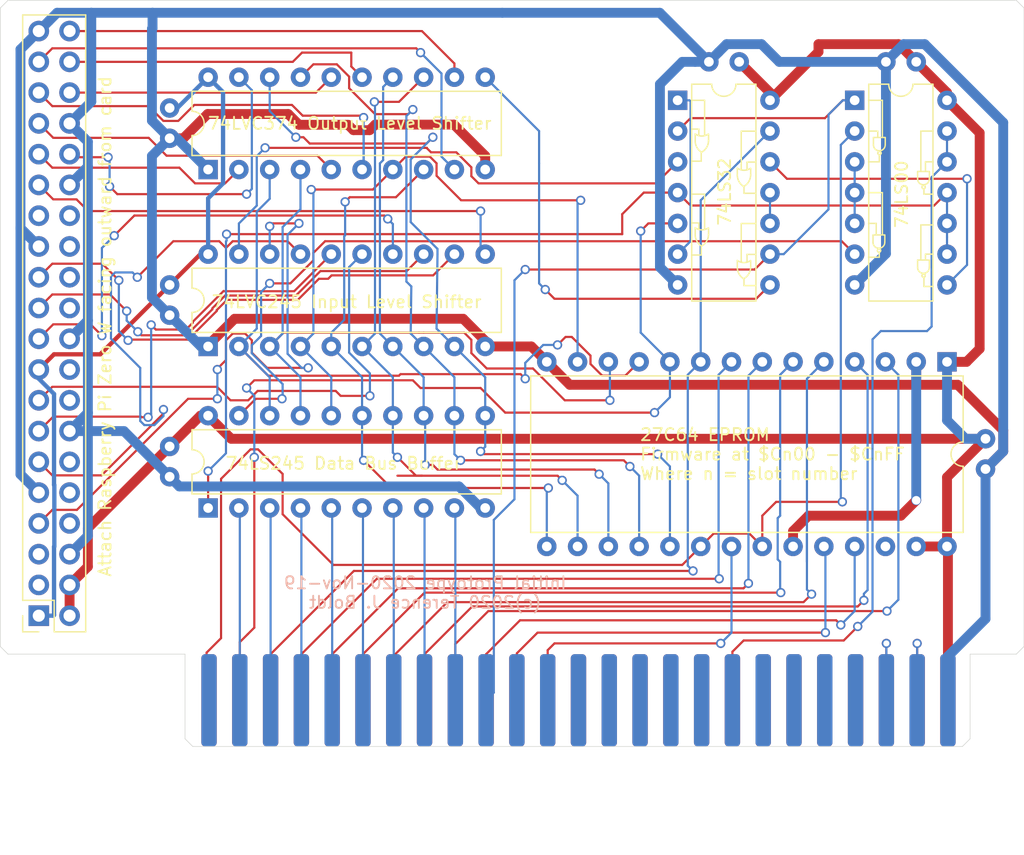
<source format=kicad_pcb>
(kicad_pcb (version 20171130) (host pcbnew "(5.0.2)-1")

  (general
    (thickness 1.6)
    (drawings 78)
    (tracks 778)
    (zones 0)
    (modules 14)
    (nets 95)
  )

  (page USLetter)
  (title_block
    (title "Apple II I/O RPi")
    (date 2020-11-19)
    (rev 0.1)
    (company "Terence J. Boldt")
  )

  (layers
    (0 F.Cu signal)
    (31 B.Cu signal)
    (32 B.Adhes user hide)
    (33 F.Adhes user hide)
    (34 B.Paste user hide)
    (35 F.Paste user hide)
    (36 B.SilkS user)
    (37 F.SilkS user)
    (38 B.Mask user hide)
    (39 F.Mask user hide)
    (40 Dwgs.User user hide)
    (41 Cmts.User user hide)
    (42 Eco1.User user hide)
    (43 Eco2.User user hide)
    (44 Edge.Cuts user)
    (45 Margin user hide)
    (46 B.CrtYd user hide)
    (47 F.CrtYd user hide)
    (48 B.Fab user hide)
    (49 F.Fab user hide)
  )

  (setup
    (last_trace_width 0.1778)
    (trace_clearance 0.1778)
    (zone_clearance 0.508)
    (zone_45_only no)
    (trace_min 0.1778)
    (segment_width 0.2)
    (edge_width 0.05)
    (via_size 0.762)
    (via_drill 0.50038)
    (via_min_size 0.4)
    (via_min_drill 0.3)
    (uvia_size 0.3)
    (uvia_drill 0.1)
    (uvias_allowed no)
    (uvia_min_size 0.2)
    (uvia_min_drill 0.1)
    (pcb_text_width 0.3)
    (pcb_text_size 1.5 1.5)
    (mod_edge_width 0.12)
    (mod_text_size 1 1)
    (mod_text_width 0.15)
    (pad_size 1.524 1.524)
    (pad_drill 0.762)
    (pad_to_mask_clearance 0.051)
    (solder_mask_min_width 0.25)
    (aux_axis_origin 0 0)
    (visible_elements 7FFFFFFF)
    (pcbplotparams
      (layerselection 0x010f0_ffffffff)
      (usegerberextensions false)
      (usegerberattributes false)
      (usegerberadvancedattributes false)
      (creategerberjobfile false)
      (excludeedgelayer true)
      (linewidth 0.100000)
      (plotframeref false)
      (viasonmask false)
      (mode 1)
      (useauxorigin false)
      (hpglpennumber 1)
      (hpglpenspeed 20)
      (hpglpendiameter 15.000000)
      (psnegative false)
      (psa4output false)
      (plotreference true)
      (plotvalue true)
      (plotinvisibletext false)
      (padsonsilk false)
      (subtractmaskfromsilk false)
      (outputformat 1)
      (mirror false)
      (drillshape 0)
      (scaleselection 1)
      (outputdirectory ""))
  )

  (net 0 "")
  (net 1 "Net-(U0-Pad15)")
  (net 2 "Net-(U0-Pad14)")
  (net 3 "Net-(J0-Pad9)")
  (net 4 "Net-(U0-Pad13)")
  (net 5 "Net-(J0-Pad8)")
  (net 6 "Net-(U0-Pad12)")
  (net 7 "Net-(J0-Pad7)")
  (net 8 "Net-(U0-Pad11)")
  (net 9 "Net-(J0-Pad6)")
  (net 10 "Net-(J0-Pad1)")
  (net 11 "Net-(J0-Pad5)")
  (net 12 "Net-(J0-Pad12)")
  (net 13 "Net-(J0-Pad4)")
  (net 14 "Net-(J0-Pad3)")
  (net 15 "Net-(J0-Pad2)")
  (net 16 "Net-(J0-Pad11)")
  (net 17 "Net-(U0-Pad18)")
  (net 18 "Net-(J0-Pad10)")
  (net 19 "Net-(U0-Pad17)")
  (net 20 "Net-(U1-Pad26)")
  (net 21 "Net-(U0-Pad16)")
  (net 22 "Net-(J0-Pad13)")
  (net 23 "Net-(J0-Pad14)")
  (net 24 "Net-(J0-Pad15)")
  (net 25 "Net-(J0-Pad16)")
  (net 26 "Net-(J0-Pad17)")
  (net 27 "Net-(J0-Pad18)")
  (net 28 "Net-(J0-Pad19)")
  (net 29 "Net-(J0-Pad20)")
  (net 30 "Net-(J0-Pad21)")
  (net 31 "Net-(J0-Pad22)")
  (net 32 "Net-(J0-Pad23)")
  (net 33 "Net-(J0-Pad24)")
  (net 34 "Net-(J0-Pad29)")
  (net 35 "Net-(J0-Pad30)")
  (net 36 "Net-(J0-Pad31)")
  (net 37 "Net-(J0-Pad32)")
  (net 38 "Net-(J0-Pad33)")
  (net 39 "Net-(J0-Pad34)")
  (net 40 "Net-(J0-Pad35)")
  (net 41 "Net-(J0-Pad36)")
  (net 42 "Net-(J0-Pad37)")
  (net 43 "Net-(J0-Pad38)")
  (net 44 "Net-(J0-Pad39)")
  (net 45 "Net-(J0-Pad40)")
  (net 46 "Net-(J0-Pad43)")
  (net 47 "Net-(J0-Pad44)")
  (net 48 "Net-(J0-Pad45)")
  (net 49 "Net-(J0-Pad46)")
  (net 50 "Net-(J0-Pad47)")
  (net 51 "Net-(J0-Pad48)")
  (net 52 "Net-(J0-Pad49)")
  (net 53 "Net-(J0-Pad50)")
  (net 54 "Net-(J1-Pad3)")
  (net 55 "Net-(J1-Pad5)")
  (net 56 "Net-(J1-Pad7)")
  (net 57 "Net-(J1-Pad8)")
  (net 58 "Net-(J1-Pad10)")
  (net 59 "Net-(J1-Pad11)")
  (net 60 "Net-(J1-Pad12)")
  (net 61 "Net-(J1-Pad13)")
  (net 62 "Net-(J1-Pad15)")
  (net 63 "Net-(J1-Pad16)")
  (net 64 "Net-(J1-Pad18)")
  (net 65 "Net-(J1-Pad19)")
  (net 66 "Net-(J1-Pad21)")
  (net 67 "Net-(J1-Pad22)")
  (net 68 "Net-(J1-Pad23)")
  (net 69 "Net-(J1-Pad24)")
  (net 70 "Net-(J1-Pad26)")
  (net 71 "Net-(J1-Pad27)")
  (net 72 "Net-(J1-Pad28)")
  (net 73 "Net-(J1-Pad29)")
  (net 74 "Net-(J1-Pad31)")
  (net 75 "Net-(J1-Pad32)")
  (net 76 "Net-(J1-Pad33)")
  (net 77 "Net-(J1-Pad35)")
  (net 78 "Net-(J1-Pad36)")
  (net 79 "Net-(J1-Pad37)")
  (net 80 "Net-(J1-Pad38)")
  (net 81 "Net-(J1-Pad40)")
  (net 82 "Net-(U0-Pad1)")
  (net 83 "Net-(J0-Pad42)")
  (net 84 "Net-(U0-Pad19)")
  (net 85 "Net-(U2-Pad3)")
  (net 86 "Net-(U2-Pad8)")
  (net 87 "Net-(J0-Pad41)")
  (net 88 "Net-(U3-Pad1)")
  (net 89 "Net-(U3-Pad10)")
  (net 90 "Net-(C1-Pad2)")
  (net 91 "Net-(C1-Pad1)")
  (net 92 "Net-(C5-Pad1)")
  (net 93 "Net-(U3-Pad3)")
  (net 94 "Net-(U3-Pad8)")

  (net_class Default "This is the default net class."
    (clearance 0.1778)
    (trace_width 0.1778)
    (via_dia 0.762)
    (via_drill 0.50038)
    (uvia_dia 0.3)
    (uvia_drill 0.1)
    (add_net "Net-(J0-Pad1)")
    (add_net "Net-(J0-Pad10)")
    (add_net "Net-(J0-Pad11)")
    (add_net "Net-(J0-Pad12)")
    (add_net "Net-(J0-Pad13)")
    (add_net "Net-(J0-Pad14)")
    (add_net "Net-(J0-Pad15)")
    (add_net "Net-(J0-Pad16)")
    (add_net "Net-(J0-Pad17)")
    (add_net "Net-(J0-Pad18)")
    (add_net "Net-(J0-Pad19)")
    (add_net "Net-(J0-Pad2)")
    (add_net "Net-(J0-Pad20)")
    (add_net "Net-(J0-Pad21)")
    (add_net "Net-(J0-Pad22)")
    (add_net "Net-(J0-Pad23)")
    (add_net "Net-(J0-Pad24)")
    (add_net "Net-(J0-Pad29)")
    (add_net "Net-(J0-Pad3)")
    (add_net "Net-(J0-Pad30)")
    (add_net "Net-(J0-Pad31)")
    (add_net "Net-(J0-Pad32)")
    (add_net "Net-(J0-Pad33)")
    (add_net "Net-(J0-Pad34)")
    (add_net "Net-(J0-Pad35)")
    (add_net "Net-(J0-Pad36)")
    (add_net "Net-(J0-Pad37)")
    (add_net "Net-(J0-Pad38)")
    (add_net "Net-(J0-Pad39)")
    (add_net "Net-(J0-Pad4)")
    (add_net "Net-(J0-Pad40)")
    (add_net "Net-(J0-Pad41)")
    (add_net "Net-(J0-Pad42)")
    (add_net "Net-(J0-Pad43)")
    (add_net "Net-(J0-Pad44)")
    (add_net "Net-(J0-Pad45)")
    (add_net "Net-(J0-Pad46)")
    (add_net "Net-(J0-Pad47)")
    (add_net "Net-(J0-Pad48)")
    (add_net "Net-(J0-Pad49)")
    (add_net "Net-(J0-Pad5)")
    (add_net "Net-(J0-Pad50)")
    (add_net "Net-(J0-Pad6)")
    (add_net "Net-(J0-Pad7)")
    (add_net "Net-(J0-Pad8)")
    (add_net "Net-(J0-Pad9)")
    (add_net "Net-(J1-Pad10)")
    (add_net "Net-(J1-Pad11)")
    (add_net "Net-(J1-Pad12)")
    (add_net "Net-(J1-Pad13)")
    (add_net "Net-(J1-Pad15)")
    (add_net "Net-(J1-Pad16)")
    (add_net "Net-(J1-Pad18)")
    (add_net "Net-(J1-Pad19)")
    (add_net "Net-(J1-Pad21)")
    (add_net "Net-(J1-Pad22)")
    (add_net "Net-(J1-Pad23)")
    (add_net "Net-(J1-Pad24)")
    (add_net "Net-(J1-Pad26)")
    (add_net "Net-(J1-Pad27)")
    (add_net "Net-(J1-Pad28)")
    (add_net "Net-(J1-Pad29)")
    (add_net "Net-(J1-Pad3)")
    (add_net "Net-(J1-Pad31)")
    (add_net "Net-(J1-Pad32)")
    (add_net "Net-(J1-Pad33)")
    (add_net "Net-(J1-Pad35)")
    (add_net "Net-(J1-Pad36)")
    (add_net "Net-(J1-Pad37)")
    (add_net "Net-(J1-Pad38)")
    (add_net "Net-(J1-Pad40)")
    (add_net "Net-(J1-Pad5)")
    (add_net "Net-(J1-Pad7)")
    (add_net "Net-(J1-Pad8)")
    (add_net "Net-(U0-Pad1)")
    (add_net "Net-(U0-Pad11)")
    (add_net "Net-(U0-Pad12)")
    (add_net "Net-(U0-Pad13)")
    (add_net "Net-(U0-Pad14)")
    (add_net "Net-(U0-Pad15)")
    (add_net "Net-(U0-Pad16)")
    (add_net "Net-(U0-Pad17)")
    (add_net "Net-(U0-Pad18)")
    (add_net "Net-(U0-Pad19)")
    (add_net "Net-(U1-Pad26)")
    (add_net "Net-(U2-Pad3)")
    (add_net "Net-(U2-Pad8)")
    (add_net "Net-(U3-Pad1)")
    (add_net "Net-(U3-Pad10)")
    (add_net "Net-(U3-Pad3)")
    (add_net "Net-(U3-Pad8)")
  )

  (net_class 3V3 ""
    (clearance 0.1778)
    (trace_width 0.3556)
    (via_dia 0.762)
    (via_drill 0.50038)
    (uvia_dia 0.3)
    (uvia_drill 0.1)
    (add_net "Net-(C5-Pad1)")
  )

  (net_class 5V ""
    (clearance 0.254)
    (trace_width 0.8128)
    (via_dia 0.762)
    (via_drill 0.7112)
    (uvia_dia 0.3)
    (uvia_drill 0.1)
    (add_net "Net-(C1-Pad1)")
  )

  (net_class Ground ""
    (clearance 0.254)
    (trace_width 0.8128)
    (via_dia 0.762)
    (via_drill 0.7112)
    (uvia_dia 0.3)
    (uvia_drill 0.1)
    (add_net "Net-(C1-Pad2)")
  )

  (module Capacitor_THT:C_Disc_D3.8mm_W2.6mm_P2.50mm (layer F.Cu) (tedit 5FB6E1BD) (tstamp 5FB68750)
    (at 121.285 66.675 270)
    (descr "C, Disc series, Radial, pin pitch=2.50mm, , diameter*width=3.8*2.6mm^2, Capacitor, http://www.vishay.com/docs/45233/krseries.pdf")
    (tags "C Disc series Radial pin pitch 2.50mm  diameter 3.8mm width 2.6mm Capacitor")
    (path /5FB87862)
    (fp_text reference C6 (at 1.25 -2.55 270) (layer F.Fab)
      (effects (font (size 1 1) (thickness 0.15)))
    )
    (fp_text value C (at 1.25 2.55 270) (layer F.Fab)
      (effects (font (size 1 1) (thickness 0.15)))
    )
    (fp_text user %R (at 1.25 0 270) (layer F.Fab)
      (effects (font (size 0.76 0.76) (thickness 0.114)))
    )
    (fp_line (start 3.55 -1.55) (end -1.05 -1.55) (layer F.CrtYd) (width 0.05))
    (fp_line (start 3.55 1.55) (end 3.55 -1.55) (layer F.CrtYd) (width 0.05))
    (fp_line (start -1.05 1.55) (end 3.55 1.55) (layer F.CrtYd) (width 0.05))
    (fp_line (start -1.05 -1.55) (end -1.05 1.55) (layer F.CrtYd) (width 0.05))
    (fp_line (start 3.27 0.795) (end 3.27 1.42) (layer F.Fab) (width 0.12))
    (fp_line (start 3.27 -1.42) (end 3.27 -0.795) (layer F.Fab) (width 0.12))
    (fp_line (start -0.77 0.795) (end -0.77 1.42) (layer F.Fab) (width 0.12))
    (fp_line (start -0.77 -1.42) (end -0.77 -0.795) (layer F.Fab) (width 0.12))
    (fp_line (start -0.77 1.42) (end 3.27 1.42) (layer F.Fab) (width 0.12))
    (fp_line (start -0.77 -1.42) (end 3.27 -1.42) (layer F.Fab) (width 0.12))
    (fp_line (start 3.15 -1.3) (end -0.65 -1.3) (layer F.Fab) (width 0.1))
    (fp_line (start 3.15 1.3) (end 3.15 -1.3) (layer F.Fab) (width 0.1))
    (fp_line (start -0.65 1.3) (end 3.15 1.3) (layer F.Fab) (width 0.1))
    (fp_line (start -0.65 -1.3) (end -0.65 1.3) (layer F.Fab) (width 0.1))
    (pad 2 thru_hole circle (at 2.5 0 270) (size 1.6 1.6) (drill 0.8) (layers *.Cu *.Mask)
      (net 90 "Net-(C1-Pad2)"))
    (pad 1 thru_hole circle (at 0 0 270) (size 1.6 1.6) (drill 0.8) (layers *.Cu *.Mask)
      (net 92 "Net-(C5-Pad1)"))
    (model ${KISYS3DMOD}/Capacitor_THT.3dshapes/C_Disc_D3.8mm_W2.6mm_P2.50mm.wrl
      (at (xyz 0 0 0))
      (scale (xyz 1 1 1))
      (rotate (xyz 0 0 0))
    )
  )

  (module Capacitor_THT:C_Disc_D3.8mm_W2.6mm_P2.50mm (layer F.Cu) (tedit 5FB6E185) (tstamp 5FB6873B)
    (at 121.285 81.28 270)
    (descr "C, Disc series, Radial, pin pitch=2.50mm, , diameter*width=3.8*2.6mm^2, Capacitor, http://www.vishay.com/docs/45233/krseries.pdf")
    (tags "C Disc series Radial pin pitch 2.50mm  diameter 3.8mm width 2.6mm Capacitor")
    (path /5FB8694D)
    (fp_text reference C5 (at 1.25 -2.55 270) (layer F.Fab)
      (effects (font (size 1 1) (thickness 0.15)))
    )
    (fp_text value C (at 1.25 2.55 270) (layer F.Fab)
      (effects (font (size 1 1) (thickness 0.15)))
    )
    (fp_line (start -0.65 -1.3) (end -0.65 1.3) (layer F.Fab) (width 0.1))
    (fp_line (start -0.65 1.3) (end 3.15 1.3) (layer F.Fab) (width 0.1))
    (fp_line (start 3.15 1.3) (end 3.15 -1.3) (layer F.Fab) (width 0.1))
    (fp_line (start 3.15 -1.3) (end -0.65 -1.3) (layer F.Fab) (width 0.1))
    (fp_line (start -0.77 -1.42) (end 3.27 -1.42) (layer F.Fab) (width 0.12))
    (fp_line (start -0.77 1.42) (end 3.27 1.42) (layer F.Fab) (width 0.12))
    (fp_line (start -0.77 -1.42) (end -0.77 -0.795) (layer F.Fab) (width 0.12))
    (fp_line (start -0.77 0.795) (end -0.77 1.42) (layer F.Fab) (width 0.12))
    (fp_line (start 3.27 -1.42) (end 3.27 -0.795) (layer F.Fab) (width 0.12))
    (fp_line (start 3.27 0.795) (end 3.27 1.42) (layer F.Fab) (width 0.12))
    (fp_line (start -1.05 -1.55) (end -1.05 1.55) (layer F.CrtYd) (width 0.05))
    (fp_line (start -1.05 1.55) (end 3.55 1.55) (layer F.CrtYd) (width 0.05))
    (fp_line (start 3.55 1.55) (end 3.55 -1.55) (layer F.CrtYd) (width 0.05))
    (fp_line (start 3.55 -1.55) (end -1.05 -1.55) (layer F.CrtYd) (width 0.05))
    (fp_text user %R (at 1.25 0 270) (layer F.Fab)
      (effects (font (size 0.76 0.76) (thickness 0.114)))
    )
    (pad 1 thru_hole circle (at 0 0 270) (size 1.6 1.6) (drill 0.8) (layers *.Cu *.Mask)
      (net 92 "Net-(C5-Pad1)"))
    (pad 2 thru_hole circle (at 2.5 0 270) (size 1.6 1.6) (drill 0.8) (layers *.Cu *.Mask)
      (net 90 "Net-(C1-Pad2)"))
    (model ${KISYS3DMOD}/Capacitor_THT.3dshapes/C_Disc_D3.8mm_W2.6mm_P2.50mm.wrl
      (at (xyz 0 0 0))
      (scale (xyz 1 1 1))
      (rotate (xyz 0 0 0))
    )
  )

  (module Capacitor_THT:C_Disc_D3.8mm_W2.6mm_P2.50mm (layer F.Cu) (tedit 5FB6E13C) (tstamp 5FB686E7)
    (at 121.285 94.615 270)
    (descr "C, Disc series, Radial, pin pitch=2.50mm, , diameter*width=3.8*2.6mm^2, Capacitor, http://www.vishay.com/docs/45233/krseries.pdf")
    (tags "C Disc series Radial pin pitch 2.50mm  diameter 3.8mm width 2.6mm Capacitor")
    (path /5FB85911)
    (fp_text reference C1 (at 1.25 -2.55 270) (layer F.Fab)
      (effects (font (size 1 1) (thickness 0.15)))
    )
    (fp_text value C (at 1.25 2.55 270) (layer F.Fab)
      (effects (font (size 1 1) (thickness 0.15)))
    )
    (fp_text user %R (at 1.25 0 270) (layer F.Fab)
      (effects (font (size 0.76 0.76) (thickness 0.114)))
    )
    (fp_line (start 3.55 -1.55) (end -1.05 -1.55) (layer F.CrtYd) (width 0.05))
    (fp_line (start 3.55 1.55) (end 3.55 -1.55) (layer F.CrtYd) (width 0.05))
    (fp_line (start -1.05 1.55) (end 3.55 1.55) (layer F.CrtYd) (width 0.05))
    (fp_line (start -1.05 -1.55) (end -1.05 1.55) (layer F.CrtYd) (width 0.05))
    (fp_line (start 3.27 0.795) (end 3.27 1.42) (layer F.Fab) (width 0.12))
    (fp_line (start 3.27 -1.42) (end 3.27 -0.795) (layer F.Fab) (width 0.12))
    (fp_line (start -0.77 0.795) (end -0.77 1.42) (layer F.Fab) (width 0.12))
    (fp_line (start -0.77 -1.42) (end -0.77 -0.795) (layer F.Fab) (width 0.12))
    (fp_line (start -0.77 1.42) (end 3.27 1.42) (layer F.Fab) (width 0.12))
    (fp_line (start -0.77 -1.42) (end 3.27 -1.42) (layer F.Fab) (width 0.12))
    (fp_line (start 3.15 -1.3) (end -0.65 -1.3) (layer F.Fab) (width 0.1))
    (fp_line (start 3.15 1.3) (end 3.15 -1.3) (layer F.Fab) (width 0.1))
    (fp_line (start -0.65 1.3) (end 3.15 1.3) (layer F.Fab) (width 0.1))
    (fp_line (start -0.65 -1.3) (end -0.65 1.3) (layer F.Fab) (width 0.1))
    (pad 2 thru_hole circle (at 2.5 0 270) (size 1.6 1.6) (drill 0.8) (layers *.Cu *.Mask)
      (net 90 "Net-(C1-Pad2)"))
    (pad 1 thru_hole circle (at 0 0 270) (size 1.6 1.6) (drill 0.8) (layers *.Cu *.Mask)
      (net 91 "Net-(C1-Pad1)"))
    (model ${KISYS3DMOD}/Capacitor_THT.3dshapes/C_Disc_D3.8mm_W2.6mm_P2.50mm.wrl
      (at (xyz 0 0 0))
      (scale (xyz 1 1 1))
      (rotate (xyz 0 0 0))
    )
  )

  (module "Apple2:Apple II Expansion Edge Connector" (layer F.Cu) (tedit 5FB6E0FA) (tstamp 5FB687BE)
    (at 138.505001 110.49)
    (path /5FA0A8C3)
    (fp_text reference J0 (at 0 0.5) (layer F.Fab)
      (effects (font (size 1 1) (thickness 0.15)))
    )
    (fp_text value "Apple II Expansion Bus" (at 9.652 -5.08) (layer F.Fab)
      (effects (font (size 1 1) (thickness 0.15)))
    )
    (fp_text user "26 GND" (at 45.974 10.922 45) (layer F.Fab)
      (effects (font (size 0.762 0.762) (thickness 0.127)))
    )
    (fp_text user "27 DMA IN" (at 42.799 11.43 45) (layer F.Fab)
      (effects (font (size 0.762 0.762) (thickness 0.127)))
    )
    (fp_text user "28 INT IN" (at 40.386 11.303 45) (layer F.Fab)
      (effects (font (size 0.762 0.762) (thickness 0.127)))
    )
    (fp_text user "29 _NMI" (at 38.1 10.922 45) (layer F.Fab)
      (effects (font (size 0.762 0.762) (thickness 0.127)))
    )
    (fp_text user "30 _IRQ" (at 35.687 10.922 45) (layer F.Fab)
      (effects (font (size 0.762 0.762) (thickness 0.127)))
    )
    (fp_text user "31 _RES" (at 33.02 10.922 45) (layer F.Fab)
      (effects (font (size 0.762 0.762) (thickness 0.127)))
    )
    (fp_text user "32 _INH" (at 30.607 10.922 45) (layer F.Fab)
      (effects (font (size 0.762 0.762) (thickness 0.127)))
    )
    (fp_text user "33 -12V" (at 27.813 11.176 45) (layer F.Fab)
      (effects (font (size 0.762 0.762) (thickness 0.127)))
    )
    (fp_text user "34 -5V" (at 25.527 10.922 45) (layer F.Fab)
      (effects (font (size 0.762 0.762) (thickness 0.127)))
    )
    (fp_text user "35 N.C." (at 23.368 10.541 45) (layer F.Fab)
      (effects (font (size 0.762 0.762) (thickness 0.127)))
    )
    (fp_text user "36 7M" (at 20.701 10.541 45) (layer F.Fab)
      (effects (font (size 0.762 0.762) (thickness 0.127)))
    )
    (fp_text user "37 Q3" (at 18.161 10.541 45) (layer F.Fab)
      (effects (font (size 0.762 0.762) (thickness 0.127)))
    )
    (fp_text user "38 @1" (at 15.621 10.541 45) (layer F.Fab)
      (effects (font (size 0.762 0.762) (thickness 0.127)))
    )
    (fp_text user "39 USER 1" (at 12.192 11.43 45) (layer F.Fab)
      (effects (font (size 0.762 0.762) (thickness 0.127)))
    )
    (fp_text user "40 @0" (at 10.414 10.541 45) (layer F.Fab)
      (effects (font (size 0.762 0.762) (thickness 0.127)))
    )
    (fp_text user "41 _DEVICE SELECT" (at 5.334 13.335 45) (layer F.Fab)
      (effects (font (size 0.762 0.762) (thickness 0.127)))
    )
    (fp_text user "42 D7" (at 5.461 10.541 45) (layer F.Fab)
      (effects (font (size 0.762 0.762) (thickness 0.127)))
    )
    (fp_text user "43 D6" (at 2.921 10.541 45) (layer F.Fab)
      (effects (font (size 0.762 0.762) (thickness 0.127)))
    )
    (fp_text user "44 D5" (at 0.508 10.541 45) (layer F.Fab)
      (effects (font (size 0.762 0.762) (thickness 0.127)))
    )
    (fp_text user "45 D4" (at -2.159 10.541 45) (layer F.Fab)
      (effects (font (size 0.762 0.762) (thickness 0.127)))
    )
    (fp_text user "46 D3" (at -4.699 10.541 45) (layer F.Fab)
      (effects (font (size 0.762 0.762) (thickness 0.127)))
    )
    (fp_text user "47 D2" (at -7.239 10.541 45) (layer F.Fab)
      (effects (font (size 0.762 0.762) (thickness 0.127)))
    )
    (fp_text user "48 D1" (at -9.906 10.541 45) (layer F.Fab)
      (effects (font (size 0.762 0.762) (thickness 0.127)))
    )
    (fp_text user "25 +5V" (at 48.26 -0.635 45) (layer F.Fab)
      (effects (font (size 0.762 0.762) (thickness 0.127)))
    )
    (fp_text user "24 DMA OUT" (at 46.609 -1.524 45) (layer F.Fab)
      (effects (font (size 0.762 0.762) (thickness 0.127)))
    )
    (fp_text user "23 INT OUT" (at 43.942 -1.397 45) (layer F.Fab)
      (effects (font (size 0.762 0.762) (thickness 0.127)))
    )
    (fp_text user "22 _DMA" (at 40.767 -0.762 45) (layer F.Fab)
      (effects (font (size 0.762 0.762) (thickness 0.127)))
    )
    (fp_text user "21 RDY" (at 37.973 -0.508 45) (layer F.Fab)
      (effects (font (size 0.762 0.762) (thickness 0.127)))
    )
    (fp_text user "20 _I/O STROBE" (at 37.084 -2.413 45) (layer F.Fab)
      (effects (font (size 0.762 0.762) (thickness 0.127)))
    )
    (fp_text user "19 N.C." (at 32.893 -0.635 45) (layer F.Fab)
      (effects (font (size 0.762 0.762) (thickness 0.127)))
    )
    (fp_text user "18 R/W" (at 30.48 -0.635 45) (layer F.Fab)
      (effects (font (size 0.762 0.762) (thickness 0.127)))
    )
    (fp_text user "16 A14" (at 25.273 -0.508 45) (layer F.Fab)
      (effects (font (size 0.762 0.762) (thickness 0.127)))
    )
    (fp_text user "17 A15" (at 27.813 -0.508 45) (layer F.Fab)
      (effects (font (size 0.762 0.762) (thickness 0.127)))
    )
    (fp_text user "14 A12" (at 20.193 -0.508 45) (layer F.Fab)
      (effects (font (size 0.762 0.762) (thickness 0.127)))
    )
    (fp_text user "15 A13" (at 22.733 -0.508 45) (layer F.Fab)
      (effects (font (size 0.762 0.762) (thickness 0.127)))
    )
    (fp_text user "13 A11" (at 17.653 -0.508 45) (layer F.Fab)
      (effects (font (size 0.762 0.762) (thickness 0.127)))
    )
    (fp_text user "12 A10" (at 15.113 -0.508 45) (layer F.Fab)
      (effects (font (size 0.762 0.762) (thickness 0.127)))
    )
    (fp_text user "11 A9" (at 12.319 -0.254 45) (layer F.Fab)
      (effects (font (size 0.762 0.762) (thickness 0.127)))
    )
    (fp_text user "10 A8" (at 9.779 -0.254 45) (layer F.Fab)
      (effects (font (size 0.762 0.762) (thickness 0.127)))
    )
    (fp_poly (pts (xy 48.895 8.89) (xy 48.895 1.27) (xy -15.875 1.27) (xy -15.875 8.89)) (layer B.Mask) (width 0.15))
    (fp_poly (pts (xy 48.895 8.89) (xy 48.895 1.27) (xy -15.875 1.27) (xy -15.875 8.89)) (layer F.Mask) (width 0.15))
    (fp_text user "50 +12V" (at -15.494 11.43 45) (layer F.Fab)
      (effects (font (size 0.762 0.762) (thickness 0.127)))
    )
    (fp_text user "1 _I/O SELECT" (at -11.303 -2.032 45) (layer F.Fab)
      (effects (font (size 0.762 0.762) (thickness 0.127)))
    )
    (fp_text user "3 A1" (at -8.128 -0.127 45) (layer F.Fab)
      (effects (font (size 0.762 0.762) (thickness 0.127)))
    )
    (fp_text user "5 A3" (at -3.048 0 45) (layer F.Fab)
      (effects (font (size 0.762 0.762) (thickness 0.127)))
    )
    (fp_text user "4 A2" (at -5.588 0.127 45) (layer F.Fab)
      (effects (font (size 0.762 0.762) (thickness 0.127)))
    )
    (fp_text user "49 D0" (at -12.446 10.668 45) (layer F.Fab)
      (effects (font (size 0.762 0.762) (thickness 0.127)))
    )
    (fp_text user "2 A0" (at -10.668 -0.127 45) (layer F.Fab)
      (effects (font (size 0.762 0.762) (thickness 0.127)))
    )
    (fp_text user "8 A6" (at 4.445 0 45) (layer F.Fab)
      (effects (font (size 0.762 0.762) (thickness 0.127)))
    )
    (fp_text user "6 A4" (at -0.635 0 45) (layer F.Fab)
      (effects (font (size 0.762 0.762) (thickness 0.127)))
    )
    (fp_text user "9 A7" (at 6.985 0 45) (layer F.Fab)
      (effects (font (size 0.762 0.762) (thickness 0.127)))
    )
    (fp_text user "7 A5" (at 1.905 0 45) (layer F.Fab)
      (effects (font (size 0.762 0.762) (thickness 0.127)))
    )
    (fp_line (start -15.875 1.27) (end -16.51 1.27) (layer F.Fab) (width 0.15))
    (fp_line (start -15.875 7.62) (end -15.875 1.27) (layer F.Fab) (width 0.15))
    (fp_line (start 48.895 1.27) (end 49.53 1.27) (layer F.Fab) (width 0.15))
    (fp_line (start 48.895 7.62) (end 48.895 1.27) (layer F.Fab) (width 0.15))
    (pad 50 connect roundrect (at -13.97 5.08) (size 1.27 7.62) (layers B.Cu B.Mask) (roundrect_rratio 0.25)
      (net 53 "Net-(J0-Pad50)"))
    (pad 49 connect roundrect (at -11.43 5.08) (size 1.27 7.62) (layers B.Cu B.Mask) (roundrect_rratio 0.25)
      (net 52 "Net-(J0-Pad49)"))
    (pad 48 connect roundrect (at -8.89 5.08) (size 1.27 7.62) (layers B.Cu B.Mask) (roundrect_rratio 0.25)
      (net 51 "Net-(J0-Pad48)"))
    (pad 47 connect roundrect (at -6.35 5.08) (size 1.27 7.62) (layers B.Cu B.Mask) (roundrect_rratio 0.25)
      (net 50 "Net-(J0-Pad47)"))
    (pad 46 connect roundrect (at -3.81 5.08) (size 1.27 7.62) (layers B.Cu B.Mask) (roundrect_rratio 0.25)
      (net 49 "Net-(J0-Pad46)"))
    (pad 45 connect roundrect (at -1.27 5.08) (size 1.27 7.62) (layers B.Cu B.Mask) (roundrect_rratio 0.25)
      (net 48 "Net-(J0-Pad45)"))
    (pad 44 connect roundrect (at 1.27 5.08) (size 1.27 7.62) (layers B.Cu B.Mask) (roundrect_rratio 0.25)
      (net 47 "Net-(J0-Pad44)"))
    (pad 43 connect roundrect (at 3.81 5.08) (size 1.27 7.62) (layers B.Cu B.Mask) (roundrect_rratio 0.25)
      (net 46 "Net-(J0-Pad43)"))
    (pad 42 connect roundrect (at 6.35 5.08) (size 1.27 7.62) (layers B.Cu B.Mask) (roundrect_rratio 0.25)
      (net 83 "Net-(J0-Pad42)"))
    (pad 41 connect roundrect (at 8.89 5.08) (size 1.27 7.62) (layers B.Cu B.Mask) (roundrect_rratio 0.25)
      (net 87 "Net-(J0-Pad41)"))
    (pad 40 connect roundrect (at 11.43 5.08) (size 1.27 7.62) (layers B.Cu B.Mask) (roundrect_rratio 0.25)
      (net 45 "Net-(J0-Pad40)"))
    (pad 39 connect roundrect (at 13.97 5.08) (size 1.27 7.62) (layers B.Cu B.Mask) (roundrect_rratio 0.25)
      (net 44 "Net-(J0-Pad39)"))
    (pad 37 connect roundrect (at 19.05 5.08) (size 1.27 7.62) (layers B.Cu B.Mask) (roundrect_rratio 0.25)
      (net 42 "Net-(J0-Pad37)"))
    (pad 38 connect roundrect (at 16.51 5.08) (size 1.27 7.62) (layers B.Cu B.Mask) (roundrect_rratio 0.25)
      (net 43 "Net-(J0-Pad38)"))
    (pad 36 connect roundrect (at 21.59 5.08) (size 1.27 7.62) (layers B.Cu B.Mask) (roundrect_rratio 0.25)
      (net 41 "Net-(J0-Pad36)"))
    (pad 35 connect roundrect (at 24.13 5.08) (size 1.27 7.62) (layers B.Cu B.Mask) (roundrect_rratio 0.25)
      (net 40 "Net-(J0-Pad35)"))
    (pad 34 connect roundrect (at 26.67 5.08) (size 1.27 7.62) (layers B.Cu B.Mask) (roundrect_rratio 0.25)
      (net 39 "Net-(J0-Pad34)"))
    (pad 33 connect roundrect (at 29.21 5.08) (size 1.27 7.62) (layers B.Cu B.Mask) (roundrect_rratio 0.25)
      (net 38 "Net-(J0-Pad33)"))
    (pad 32 connect roundrect (at 31.75 5.08) (size 1.27 7.62) (layers B.Cu B.Mask) (roundrect_rratio 0.25)
      (net 37 "Net-(J0-Pad32)"))
    (pad 31 connect roundrect (at 34.29 5.08) (size 1.27 7.62) (layers B.Cu B.Mask) (roundrect_rratio 0.25)
      (net 36 "Net-(J0-Pad31)"))
    (pad 30 connect roundrect (at 36.83 5.08) (size 1.27 7.62) (layers B.Cu B.Mask) (roundrect_rratio 0.25)
      (net 35 "Net-(J0-Pad30)"))
    (pad 29 connect roundrect (at 39.37 5.08) (size 1.27 7.62) (layers B.Cu B.Mask) (roundrect_rratio 0.25)
      (net 34 "Net-(J0-Pad29)"))
    (pad 28 connect roundrect (at 41.91 5.08) (size 1.27 7.62) (layers B.Cu B.Mask) (roundrect_rratio 0.25)
      (net 32 "Net-(J0-Pad23)"))
    (pad 27 connect roundrect (at 44.45 5.08) (size 1.27 7.62) (layers B.Cu B.Mask) (roundrect_rratio 0.25)
      (net 33 "Net-(J0-Pad24)"))
    (pad 26 connect roundrect (at 46.99 5.08) (size 1.27 7.62) (layers B.Cu B.Mask) (roundrect_rratio 0.25)
      (net 90 "Net-(C1-Pad2)"))
    (pad 25 connect roundrect (at 46.99 5.08) (size 1.27 7.62) (layers F.Cu F.Mask) (roundrect_rratio 0.25)
      (net 91 "Net-(C1-Pad1)"))
    (pad 24 connect roundrect (at 44.45 5.08) (size 1.27 7.62) (layers F.Cu F.Mask) (roundrect_rratio 0.25)
      (net 33 "Net-(J0-Pad24)"))
    (pad 23 connect roundrect (at 41.91 5.08) (size 1.27 7.62) (layers F.Cu F.Mask) (roundrect_rratio 0.25)
      (net 32 "Net-(J0-Pad23)"))
    (pad 22 connect roundrect (at 39.37 5.08) (size 1.27 7.62) (layers F.Cu F.Mask) (roundrect_rratio 0.25)
      (net 31 "Net-(J0-Pad22)"))
    (pad 21 connect roundrect (at 36.83 5.08) (size 1.27 7.62) (layers F.Cu F.Mask) (roundrect_rratio 0.25)
      (net 30 "Net-(J0-Pad21)"))
    (pad 20 connect roundrect (at 34.29 5.08) (size 1.27 7.62) (layers F.Cu F.Mask) (roundrect_rratio 0.25)
      (net 29 "Net-(J0-Pad20)"))
    (pad 19 connect roundrect (at 31.75 5.08) (size 1.27 7.62) (layers F.Cu F.Mask) (roundrect_rratio 0.25)
      (net 28 "Net-(J0-Pad19)"))
    (pad 18 connect roundrect (at 29.21 5.08) (size 1.27 7.62) (layers F.Cu F.Mask) (roundrect_rratio 0.25)
      (net 27 "Net-(J0-Pad18)"))
    (pad 17 connect roundrect (at 26.67 5.08) (size 1.27 7.62) (layers F.Cu F.Mask) (roundrect_rratio 0.25)
      (net 26 "Net-(J0-Pad17)"))
    (pad 16 connect roundrect (at 24.13 5.08) (size 1.27 7.62) (layers F.Cu F.Mask) (roundrect_rratio 0.25)
      (net 25 "Net-(J0-Pad16)"))
    (pad 15 connect roundrect (at 21.59 5.08) (size 1.27 7.62) (layers F.Cu F.Mask) (roundrect_rratio 0.25)
      (net 24 "Net-(J0-Pad15)"))
    (pad 14 connect roundrect (at 19.05 5.08) (size 1.27 7.62) (layers F.Cu F.Mask) (roundrect_rratio 0.25)
      (net 23 "Net-(J0-Pad14)"))
    (pad 13 connect roundrect (at 16.51 5.08) (size 1.27 7.62) (layers F.Cu F.Mask) (roundrect_rratio 0.25)
      (net 22 "Net-(J0-Pad13)"))
    (pad 12 connect roundrect (at 13.97 5.08) (size 1.27 7.62) (layers F.Cu F.Mask) (roundrect_rratio 0.25)
      (net 12 "Net-(J0-Pad12)"))
    (pad 11 connect roundrect (at 11.43 5.08) (size 1.27 7.62) (layers F.Cu F.Mask) (roundrect_rratio 0.25)
      (net 16 "Net-(J0-Pad11)"))
    (pad 10 connect roundrect (at 8.89 5.08) (size 1.27 7.62) (layers F.Cu F.Mask) (roundrect_rratio 0.25)
      (net 18 "Net-(J0-Pad10)"))
    (pad 9 connect roundrect (at 6.35 5.08) (size 1.27 7.62) (layers F.Cu F.Mask) (roundrect_rratio 0.25)
      (net 3 "Net-(J0-Pad9)"))
    (pad 8 connect roundrect (at 3.81 5.08) (size 1.27 7.62) (layers F.Cu F.Mask) (roundrect_rratio 0.25)
      (net 5 "Net-(J0-Pad8)"))
    (pad 7 connect roundrect (at 1.27 5.08) (size 1.27 7.62) (layers F.Cu F.Mask) (roundrect_rratio 0.25)
      (net 7 "Net-(J0-Pad7)"))
    (pad 6 connect roundrect (at -1.27 5.08) (size 1.27 7.62) (layers F.Cu F.Mask) (roundrect_rratio 0.25)
      (net 9 "Net-(J0-Pad6)"))
    (pad 5 connect roundrect (at -3.81 5.08) (size 1.27 7.62) (layers F.Cu F.Mask) (roundrect_rratio 0.25)
      (net 11 "Net-(J0-Pad5)"))
    (pad 4 connect roundrect (at -6.35 5.08) (size 1.27 7.62) (layers F.Cu F.Mask) (roundrect_rratio 0.25)
      (net 13 "Net-(J0-Pad4)"))
    (pad 3 connect roundrect (at -8.89 5.08) (size 1.27 7.62) (layers F.Cu F.Mask) (roundrect_rratio 0.25)
      (net 14 "Net-(J0-Pad3)"))
    (pad 2 connect roundrect (at -11.43 5.08) (size 1.27 7.62) (layers F.Cu F.Mask) (roundrect_rratio 0.25)
      (net 15 "Net-(J0-Pad2)"))
    (pad 1 connect roundrect (at -13.97 5.08) (size 1.27 7.62) (layers F.Cu F.Mask) (roundrect_rratio 0.25)
      (net 10 "Net-(J0-Pad1)"))
  )

  (module Capacitor_THT:C_Disc_D3.8mm_W2.6mm_P2.50mm (layer F.Cu) (tedit 5FB6AB23) (tstamp 5FB68726)
    (at 168.275 62.865 180)
    (descr "C, Disc series, Radial, pin pitch=2.50mm, , diameter*width=3.8*2.6mm^2, Capacitor, http://www.vishay.com/docs/45233/krseries.pdf")
    (tags "C Disc series Radial pin pitch 2.50mm  diameter 3.8mm width 2.6mm Capacitor")
    (path /5FB82906)
    (fp_text reference C4 (at 1.25 -2.55) (layer F.Fab)
      (effects (font (size 1 1) (thickness 0.15)))
    )
    (fp_text value C (at 1.25 2.55) (layer F.Fab)
      (effects (font (size 1 1) (thickness 0.15)))
    )
    (fp_text user %R (at 1.25 0) (layer F.Fab)
      (effects (font (size 0.76 0.76) (thickness 0.114)))
    )
    (fp_line (start 3.55 -1.55) (end -1.05 -1.55) (layer F.CrtYd) (width 0.05))
    (fp_line (start 3.55 1.55) (end 3.55 -1.55) (layer F.CrtYd) (width 0.05))
    (fp_line (start -1.05 1.55) (end 3.55 1.55) (layer F.CrtYd) (width 0.05))
    (fp_line (start -1.05 -1.55) (end -1.05 1.55) (layer F.CrtYd) (width 0.05))
    (fp_line (start 3.27 0.795) (end 3.27 1.42) (layer F.Fab) (width 0.12))
    (fp_line (start 3.27 -1.42) (end 3.27 -0.795) (layer F.Fab) (width 0.12))
    (fp_line (start -0.77 0.795) (end -0.77 1.42) (layer F.Fab) (width 0.12))
    (fp_line (start -0.77 -1.42) (end -0.77 -0.795) (layer F.Fab) (width 0.12))
    (fp_line (start -0.77 1.42) (end 3.27 1.42) (layer F.Fab) (width 0.12))
    (fp_line (start -0.77 -1.42) (end 3.27 -1.42) (layer F.Fab) (width 0.12))
    (fp_line (start 3.15 -1.3) (end -0.65 -1.3) (layer F.Fab) (width 0.1))
    (fp_line (start 3.15 1.3) (end 3.15 -1.3) (layer F.Fab) (width 0.1))
    (fp_line (start -0.65 1.3) (end 3.15 1.3) (layer F.Fab) (width 0.1))
    (fp_line (start -0.65 -1.3) (end -0.65 1.3) (layer F.Fab) (width 0.1))
    (pad 2 thru_hole circle (at 2.5 0 180) (size 1.6 1.6) (drill 0.8) (layers *.Cu *.Mask)
      (net 90 "Net-(C1-Pad2)"))
    (pad 1 thru_hole circle (at 0 0 180) (size 1.6 1.6) (drill 0.8) (layers *.Cu *.Mask)
      (net 91 "Net-(C1-Pad1)"))
    (model ${KISYS3DMOD}/Capacitor_THT.3dshapes/C_Disc_D3.8mm_W2.6mm_P2.50mm.wrl
      (at (xyz 0 0 0))
      (scale (xyz 1 1 1))
      (rotate (xyz 0 0 0))
    )
  )

  (module Package_DIP:DIP-14_W7.62mm (layer F.Cu) (tedit 5FB6A63A) (tstamp 5FB68898)
    (at 163.195 66.04)
    (descr "14-lead though-hole mounted DIP package, row spacing 7.62 mm (300 mils)")
    (tags "THT DIP DIL PDIP 2.54mm 7.62mm 300mil")
    (path /5FB50A31)
    (fp_text reference U3 (at 3.81 -2.33) (layer F.Fab)
      (effects (font (size 1 1) (thickness 0.15)))
    )
    (fp_text value 74LS32 (at 3.875 7.55 90) (layer F.SilkS)
      (effects (font (size 1 1) (thickness 0.15)))
    )
    (fp_arc (start 3.81 -1.33) (end 2.81 -1.33) (angle -180) (layer F.SilkS) (width 0.12))
    (fp_line (start 1.635 -1.27) (end 6.985 -1.27) (layer F.Fab) (width 0.1))
    (fp_line (start 6.985 -1.27) (end 6.985 16.51) (layer F.Fab) (width 0.1))
    (fp_line (start 6.985 16.51) (end 0.635 16.51) (layer F.Fab) (width 0.1))
    (fp_line (start 0.635 16.51) (end 0.635 -0.27) (layer F.Fab) (width 0.1))
    (fp_line (start 0.635 -0.27) (end 1.635 -1.27) (layer F.Fab) (width 0.1))
    (fp_line (start 2.81 -1.33) (end 1.16 -1.33) (layer F.SilkS) (width 0.12))
    (fp_line (start 1.16 -1.33) (end 1.16 16.57) (layer F.SilkS) (width 0.12))
    (fp_line (start 1.16 16.57) (end 6.46 16.57) (layer F.SilkS) (width 0.12))
    (fp_line (start 6.46 16.57) (end 6.46 -1.33) (layer F.SilkS) (width 0.12))
    (fp_line (start 6.46 -1.33) (end 4.81 -1.33) (layer F.SilkS) (width 0.12))
    (fp_line (start -1.1 -1.55) (end -1.1 16.8) (layer F.CrtYd) (width 0.05))
    (fp_line (start -1.1 16.8) (end 8.7 16.8) (layer F.CrtYd) (width 0.05))
    (fp_line (start 8.7 16.8) (end 8.7 -1.55) (layer F.CrtYd) (width 0.05))
    (fp_line (start 8.7 -1.55) (end -1.1 -1.55) (layer F.CrtYd) (width 0.05))
    (fp_arc (start 2 2) (end 1.450001 2.774999) (angle -69.47693483) (layer F.SilkS) (width 0.12))
    (fp_line (start 1.45 2.775) (end 1.45 3.35) (layer F.SilkS) (width 0.12))
    (fp_line (start 2.55 3.35) (end 2.55 2.8) (layer F.SilkS) (width 0.12))
    (fp_arc (start 2.55 3.35) (end 1.45 3.35) (angle -58.13402231) (layer F.SilkS) (width 0.12))
    (fp_arc (start 1.448537 3.320952) (end 2.548537 3.320952) (angle 62.8786966) (layer F.SilkS) (width 0.12))
    (fp_arc (start 5.475 4.825) (end 4.925001 5.599999) (angle -69.47693483) (layer F.SilkS) (width 0.12))
    (fp_arc (start 6.025 6.175) (end 4.925 6.175) (angle -58.13402231) (layer F.SilkS) (width 0.12))
    (fp_arc (start 4.923537 6.145952) (end 6.023537 6.145952) (angle 62.8786966) (layer F.SilkS) (width 0.12))
    (fp_line (start 6.025 6.175) (end 6.025 5.625) (layer F.SilkS) (width 0.12))
    (fp_line (start 4.925 5.6) (end 4.925 6.175) (layer F.SilkS) (width 0.12))
    (fp_line (start 1.175 2.375) (end 1.75 2.375) (layer F.SilkS) (width 0.12))
    (fp_line (start 1.75 2.375) (end 1.75 2.925) (layer F.SilkS) (width 0.12))
    (fp_line (start 2.225 2.875) (end 2.225 0) (layer F.SilkS) (width 0.12))
    (fp_line (start 2.225 0) (end 1.175 0) (layer F.SilkS) (width 0.12))
    (fp_line (start 1.95 4.275) (end 1.95 5.025) (layer F.SilkS) (width 0.12))
    (fp_line (start 1.95 5.025) (end 1.175 5.025) (layer F.SilkS) (width 0.12))
    (fp_line (start 5.475 7.15) (end 5.475 7.675) (layer F.SilkS) (width 0.12))
    (fp_line (start 5.475 7.675) (end 6.425 7.675) (layer F.SilkS) (width 0.12))
    (fp_line (start 6.45 5.1) (end 5.725 5.1) (layer F.SilkS) (width 0.12))
    (fp_line (start 5.725 5.1) (end 5.725 5.75) (layer F.SilkS) (width 0.12))
    (fp_line (start 6.45 2.55) (end 5.25 2.55) (layer F.SilkS) (width 0.12))
    (fp_line (start 5.25 2.55) (end 5.25 5.7) (layer F.SilkS) (width 0.12))
    (fp_line (start 1.95 12.772) (end 1.175 12.772) (layer F.SilkS) (width 0.12))
    (fp_line (start 1.95 12.022) (end 1.95 12.772) (layer F.SilkS) (width 0.12))
    (fp_line (start 2.225 7.747) (end 1.175 7.747) (layer F.SilkS) (width 0.12))
    (fp_line (start 2.225 10.622) (end 2.225 7.747) (layer F.SilkS) (width 0.12))
    (fp_line (start 1.75 10.122) (end 1.75 10.672) (layer F.SilkS) (width 0.12))
    (fp_line (start 1.175 10.122) (end 1.75 10.122) (layer F.SilkS) (width 0.12))
    (fp_arc (start 1.448537 11.067952) (end 2.548537 11.067952) (angle 62.8786966) (layer F.SilkS) (width 0.12))
    (fp_arc (start 2.55 11.097) (end 1.45 11.097) (angle -58.13402231) (layer F.SilkS) (width 0.12))
    (fp_line (start 2.55 11.097) (end 2.55 10.547) (layer F.SilkS) (width 0.12))
    (fp_line (start 1.45 10.522) (end 1.45 11.097) (layer F.SilkS) (width 0.12))
    (fp_arc (start 2 9.747) (end 1.450001 10.521999) (angle -69.47693483) (layer F.SilkS) (width 0.12))
    (fp_arc (start 5.475 12.445) (end 4.925001 13.219999) (angle -69.47693483) (layer F.SilkS) (width 0.12))
    (fp_line (start 4.925 13.22) (end 4.925 13.795) (layer F.SilkS) (width 0.12))
    (fp_line (start 6.025 13.795) (end 6.025 13.245) (layer F.SilkS) (width 0.12))
    (fp_arc (start 4.923537 13.765952) (end 6.023537 13.765952) (angle 62.8786966) (layer F.SilkS) (width 0.12))
    (fp_line (start 6.45 10.17) (end 5.25 10.17) (layer F.SilkS) (width 0.12))
    (fp_line (start 5.725 12.72) (end 5.725 13.37) (layer F.SilkS) (width 0.12))
    (fp_line (start 6.45 12.72) (end 5.725 12.72) (layer F.SilkS) (width 0.12))
    (fp_line (start 5.475 15.295) (end 6.425 15.295) (layer F.SilkS) (width 0.12))
    (fp_line (start 5.475 14.77) (end 5.475 15.295) (layer F.SilkS) (width 0.12))
    (fp_line (start 5.25 10.17) (end 5.25 13.32) (layer F.SilkS) (width 0.12))
    (fp_arc (start 6.025 13.795) (end 4.925 13.795) (angle -58.13402231) (layer F.SilkS) (width 0.12))
    (pad 1 thru_hole rect (at 0 0) (size 1.6 1.6) (drill 0.8) (layers *.Cu *.Mask)
      (net 88 "Net-(U3-Pad1)"))
    (pad 8 thru_hole oval (at 7.62 15.24) (size 1.6 1.6) (drill 0.8) (layers *.Cu *.Mask)
      (net 94 "Net-(U3-Pad8)"))
    (pad 2 thru_hole oval (at 0 2.54) (size 1.6 1.6) (drill 0.8) (layers *.Cu *.Mask)
      (net 87 "Net-(J0-Pad41)"))
    (pad 9 thru_hole oval (at 7.62 12.7) (size 1.6 1.6) (drill 0.8) (layers *.Cu *.Mask)
      (net 87 "Net-(J0-Pad41)"))
    (pad 3 thru_hole oval (at 0 5.08) (size 1.6 1.6) (drill 0.8) (layers *.Cu *.Mask)
      (net 93 "Net-(U3-Pad3)"))
    (pad 10 thru_hole oval (at 7.62 10.16) (size 1.6 1.6) (drill 0.8) (layers *.Cu *.Mask)
      (net 89 "Net-(U3-Pad10)"))
    (pad 4 thru_hole oval (at 0 7.62) (size 1.6 1.6) (drill 0.8) (layers *.Cu *.Mask)
      (net 82 "Net-(U0-Pad1)"))
    (pad 11 thru_hole oval (at 7.62 7.62) (size 1.6 1.6) (drill 0.8) (layers *.Cu *.Mask)
      (net 89 "Net-(U3-Pad10)"))
    (pad 5 thru_hole oval (at 0 10.16) (size 1.6 1.6) (drill 0.8) (layers *.Cu *.Mask)
      (net 15 "Net-(J0-Pad2)"))
    (pad 12 thru_hole oval (at 7.62 5.08) (size 1.6 1.6) (drill 0.8) (layers *.Cu *.Mask)
      (net 86 "Net-(U2-Pad8)"))
    (pad 6 thru_hole oval (at 0 12.7) (size 1.6 1.6) (drill 0.8) (layers *.Cu *.Mask)
      (net 88 "Net-(U3-Pad1)"))
    (pad 13 thru_hole oval (at 7.62 2.54) (size 1.6 1.6) (drill 0.8) (layers *.Cu *.Mask)
      (net 14 "Net-(J0-Pad3)"))
    (pad 7 thru_hole oval (at 0 15.24) (size 1.6 1.6) (drill 0.8) (layers *.Cu *.Mask)
      (net 90 "Net-(C1-Pad2)"))
    (pad 14 thru_hole oval (at 7.62 0) (size 1.6 1.6) (drill 0.8) (layers *.Cu *.Mask)
      (net 91 "Net-(C1-Pad1)"))
    (model ${KISYS3DMOD}/Package_DIP.3dshapes/DIP-14_W7.62mm.wrl
      (at (xyz 0 0 0))
      (scale (xyz 1 1 1))
      (rotate (xyz 0 0 0))
    )
  )

  (module Package_DIP:DIP-14_W7.62mm (layer F.Cu) (tedit 5FB69AA2) (tstamp 5FB68876)
    (at 177.8 66.04)
    (descr "14-lead though-hole mounted DIP package, row spacing 7.62 mm (300 mils)")
    (tags "THT DIP DIL PDIP 2.54mm 7.62mm 300mil")
    (path /5FD4E618)
    (fp_text reference U2 (at 3.81 -2.33) (layer F.Fab)
      (effects (font (size 1 1) (thickness 0.15)))
    )
    (fp_text value 74LS00 (at 3.875 7.75 90) (layer F.SilkS)
      (effects (font (size 1 1) (thickness 0.15)))
    )
    (fp_text user %R (at 3.81 7.62) (layer F.Fab)
      (effects (font (size 1 1) (thickness 0.15)))
    )
    (fp_line (start 8.7 -1.55) (end -1.1 -1.55) (layer F.CrtYd) (width 0.05))
    (fp_line (start 8.7 16.8) (end 8.7 -1.55) (layer F.CrtYd) (width 0.05))
    (fp_line (start -1.1 16.8) (end 8.7 16.8) (layer F.CrtYd) (width 0.05))
    (fp_line (start -1.1 -1.55) (end -1.1 16.8) (layer F.CrtYd) (width 0.05))
    (fp_line (start 6.46 -1.33) (end 4.81 -1.33) (layer F.SilkS) (width 0.12))
    (fp_line (start 6.46 16.57) (end 6.46 -1.33) (layer F.SilkS) (width 0.12))
    (fp_line (start 1.16 16.57) (end 6.46 16.57) (layer F.SilkS) (width 0.12))
    (fp_line (start 1.16 -1.33) (end 1.16 16.57) (layer F.SilkS) (width 0.12))
    (fp_line (start 2.81 -1.33) (end 1.16 -1.33) (layer F.SilkS) (width 0.12))
    (fp_line (start 0.635 -0.27) (end 1.635 -1.27) (layer F.Fab) (width 0.1))
    (fp_line (start 0.635 16.51) (end 0.635 -0.27) (layer F.Fab) (width 0.1))
    (fp_line (start 6.985 16.51) (end 0.635 16.51) (layer F.Fab) (width 0.1))
    (fp_line (start 6.985 -1.27) (end 6.985 16.51) (layer F.Fab) (width 0.1))
    (fp_line (start 1.635 -1.27) (end 6.985 -1.27) (layer F.Fab) (width 0.1))
    (fp_arc (start 3.81 -1.33) (end 2.81 -1.33) (angle -180) (layer F.SilkS) (width 0.12))
    (fp_line (start 1.55194 3.06832) (end 2.50444 3.06832) (layer F.SilkS) (width 0.12))
    (fp_line (start 1.5494 3.08102) (end 1.5494 3.66776) (layer F.SilkS) (width 0.12))
    (fp_arc (start 2.03454 3.683) (end 1.5494 3.683) (angle -182.7927024) (layer F.SilkS) (width 0.12))
    (fp_arc (start 2.04724 4.35864) (end 2.062479 4.221481) (angle -338.1228359) (layer F.SilkS) (width 0.12))
    (fp_line (start 2.52476 3.67538) (end 2.52476 3.0734) (layer F.SilkS) (width 0.12))
    (fp_arc (start 1.99898 11.72718) (end 1.51384 11.72718) (angle -182.7927024) (layer F.SilkS) (width 0.12))
    (fp_arc (start 2.01168 12.40282) (end 2.026919 12.265661) (angle -338.1228359) (layer F.SilkS) (width 0.12))
    (fp_line (start 1.51638 11.1125) (end 2.46888 11.1125) (layer F.SilkS) (width 0.12))
    (fp_line (start 2.4892 11.71956) (end 2.4892 11.11758) (layer F.SilkS) (width 0.12))
    (fp_line (start 1.51384 11.1252) (end 1.51384 11.71194) (layer F.SilkS) (width 0.12))
    (fp_arc (start 5.6769 6.4897) (end 5.19176 6.4897) (angle -182.7927024) (layer F.SilkS) (width 0.12))
    (fp_arc (start 5.6896 7.16534) (end 5.704839 7.028181) (angle -338.1228359) (layer F.SilkS) (width 0.12))
    (fp_line (start 5.1943 5.87502) (end 6.1468 5.87502) (layer F.SilkS) (width 0.12))
    (fp_line (start 6.16712 6.48208) (end 6.16712 5.8801) (layer F.SilkS) (width 0.12))
    (fp_line (start 5.19176 5.88772) (end 5.19176 6.47446) (layer F.SilkS) (width 0.12))
    (fp_arc (start 5.6769 13.79982) (end 5.19176 13.79982) (angle -182.7927024) (layer F.SilkS) (width 0.12))
    (fp_arc (start 5.6896 14.47546) (end 5.704839 14.338301) (angle -338.1228359) (layer F.SilkS) (width 0.12))
    (fp_line (start 5.1943 13.18514) (end 6.1468 13.18514) (layer F.SilkS) (width 0.12))
    (fp_line (start 6.16712 13.7922) (end 6.16712 13.19022) (layer F.SilkS) (width 0.12))
    (fp_line (start 5.19176 13.19784) (end 5.19176 13.78458) (layer F.SilkS) (width 0.12))
    (fp_line (start 1.143 0) (end 2.286 0) (layer F.SilkS) (width 0.12))
    (fp_line (start 2.286 0) (end 2.286 3.048) (layer F.SilkS) (width 0.12))
    (fp_line (start 1.143 2.54) (end 1.905 2.54) (layer F.SilkS) (width 0.12))
    (fp_line (start 1.905 2.54) (end 1.905 3.048) (layer F.SilkS) (width 0.12))
    (fp_line (start 1.143 5.08) (end 2.032 5.08) (layer F.SilkS) (width 0.12))
    (fp_line (start 2.032 5.08) (end 2.032 4.572) (layer F.SilkS) (width 0.12))
    (fp_line (start 2.286 11.049) (end 2.286 7.62) (layer F.SilkS) (width 0.12))
    (fp_line (start 2.286 7.62) (end 1.143 7.62) (layer F.SilkS) (width 0.12))
    (fp_line (start 1.778 11.049) (end 1.778 10.16) (layer F.SilkS) (width 0.12))
    (fp_line (start 1.778 10.16) (end 1.143 10.16) (layer F.SilkS) (width 0.12))
    (fp_line (start 2.032 12.573) (end 2.032 12.954) (layer F.SilkS) (width 0.12))
    (fp_line (start 2.032 12.954) (end 1.143 12.954) (layer F.SilkS) (width 0.12))
    (fp_line (start 5.461 5.842) (end 5.461 2.54) (layer F.SilkS) (width 0.12))
    (fp_line (start 5.461 2.54) (end 6.477 2.54) (layer F.SilkS) (width 0.12))
    (fp_line (start 5.842 5.842) (end 5.842 5.08) (layer F.SilkS) (width 0.12))
    (fp_line (start 5.842 5.08) (end 6.477 5.08) (layer F.SilkS) (width 0.12))
    (fp_line (start 6.477 7.747) (end 5.715 7.747) (layer F.SilkS) (width 0.12))
    (fp_line (start 5.715 7.747) (end 5.715 7.366) (layer F.SilkS) (width 0.12))
    (fp_line (start 5.461 13.081) (end 5.461 10.287) (layer F.SilkS) (width 0.12))
    (fp_line (start 5.461 10.287) (end 6.477 10.287) (layer F.SilkS) (width 0.12))
    (fp_line (start 5.842 13.081) (end 5.842 12.7) (layer F.SilkS) (width 0.12))
    (fp_line (start 5.842 12.7) (end 6.477 12.7) (layer F.SilkS) (width 0.12))
    (fp_line (start 6.477 15.367) (end 5.715 15.367) (layer F.SilkS) (width 0.12))
    (fp_line (start 5.715 15.367) (end 5.715 14.605) (layer F.SilkS) (width 0.12))
    (pad 14 thru_hole oval (at 7.62 0) (size 1.6 1.6) (drill 0.8) (layers *.Cu *.Mask)
      (net 91 "Net-(C1-Pad1)"))
    (pad 7 thru_hole oval (at 0 15.24) (size 1.6 1.6) (drill 0.8) (layers *.Cu *.Mask)
      (net 90 "Net-(C1-Pad2)"))
    (pad 13 thru_hole oval (at 7.62 2.54) (size 1.6 1.6) (drill 0.8) (layers *.Cu *.Mask)
      (net 27 "Net-(J0-Pad18)"))
    (pad 6 thru_hole oval (at 0 12.7) (size 1.6 1.6) (drill 0.8) (layers *.Cu *.Mask)
      (net 84 "Net-(U0-Pad19)"))
    (pad 12 thru_hole oval (at 7.62 5.08) (size 1.6 1.6) (drill 0.8) (layers *.Cu *.Mask)
      (net 27 "Net-(J0-Pad18)"))
    (pad 5 thru_hole oval (at 0 10.16) (size 1.6 1.6) (drill 0.8) (layers *.Cu *.Mask)
      (net 85 "Net-(U2-Pad3)"))
    (pad 11 thru_hole oval (at 7.62 7.62) (size 1.6 1.6) (drill 0.8) (layers *.Cu *.Mask)
      (net 82 "Net-(U0-Pad1)"))
    (pad 4 thru_hole oval (at 0 7.62) (size 1.6 1.6) (drill 0.8) (layers *.Cu *.Mask)
      (net 85 "Net-(U2-Pad3)"))
    (pad 10 thru_hole oval (at 7.62 10.16) (size 1.6 1.6) (drill 0.8) (layers *.Cu *.Mask)
      (net 82 "Net-(U0-Pad1)"))
    (pad 3 thru_hole oval (at 0 5.08) (size 1.6 1.6) (drill 0.8) (layers *.Cu *.Mask)
      (net 85 "Net-(U2-Pad3)"))
    (pad 9 thru_hole oval (at 7.62 12.7) (size 1.6 1.6) (drill 0.8) (layers *.Cu *.Mask)
      (net 82 "Net-(U0-Pad1)"))
    (pad 2 thru_hole oval (at 0 2.54) (size 1.6 1.6) (drill 0.8) (layers *.Cu *.Mask)
      (net 10 "Net-(J0-Pad1)"))
    (pad 8 thru_hole oval (at 7.62 15.24) (size 1.6 1.6) (drill 0.8) (layers *.Cu *.Mask)
      (net 86 "Net-(U2-Pad8)"))
    (pad 1 thru_hole rect (at 0 0) (size 1.6 1.6) (drill 0.8) (layers *.Cu *.Mask)
      (net 87 "Net-(J0-Pad41)"))
    (model ${KISYS3DMOD}/Package_DIP.3dshapes/DIP-14_W7.62mm.wrl
      (at (xyz 0 0 0))
      (scale (xyz 1 1 1))
      (rotate (xyz 0 0 0))
    )
  )

  (module Capacitor_THT:C_Disc_D3.8mm_W2.6mm_P2.50mm (layer F.Cu) (tedit 5FB69523) (tstamp 5FB68711)
    (at 182.88 62.865 180)
    (descr "C, Disc series, Radial, pin pitch=2.50mm, , diameter*width=3.8*2.6mm^2, Capacitor, http://www.vishay.com/docs/45233/krseries.pdf")
    (tags "C Disc series Radial pin pitch 2.50mm  diameter 3.8mm width 2.6mm Capacitor")
    (path /5FB81404)
    (fp_text reference C3 (at 1.25 -2.55 180) (layer F.Fab)
      (effects (font (size 1 1) (thickness 0.15)))
    )
    (fp_text value C (at 1.25 2.55 180) (layer F.Fab)
      (effects (font (size 1 1) (thickness 0.15)))
    )
    (fp_line (start -0.65 -1.3) (end -0.65 1.3) (layer F.Fab) (width 0.1))
    (fp_line (start -0.65 1.3) (end 3.15 1.3) (layer F.Fab) (width 0.1))
    (fp_line (start 3.15 1.3) (end 3.15 -1.3) (layer F.Fab) (width 0.1))
    (fp_line (start 3.15 -1.3) (end -0.65 -1.3) (layer F.Fab) (width 0.1))
    (fp_line (start -0.77 -1.42) (end 3.27 -1.42) (layer F.Fab) (width 0.12))
    (fp_line (start -0.77 1.42) (end 3.27 1.42) (layer F.Fab) (width 0.12))
    (fp_line (start -0.77 -1.42) (end -0.77 -0.795) (layer F.Fab) (width 0.12))
    (fp_line (start -0.77 0.795) (end -0.77 1.42) (layer F.Fab) (width 0.12))
    (fp_line (start 3.27 -1.42) (end 3.27 -0.795) (layer F.Fab) (width 0.12))
    (fp_line (start 3.27 0.795) (end 3.27 1.42) (layer F.Fab) (width 0.12))
    (fp_line (start -1.05 -1.55) (end -1.05 1.55) (layer F.CrtYd) (width 0.05))
    (fp_line (start -1.05 1.55) (end 3.55 1.55) (layer F.CrtYd) (width 0.05))
    (fp_line (start 3.55 1.55) (end 3.55 -1.55) (layer F.CrtYd) (width 0.05))
    (fp_line (start 3.55 -1.55) (end -1.05 -1.55) (layer F.CrtYd) (width 0.05))
    (fp_text user %R (at 1.25 0 180) (layer F.Fab)
      (effects (font (size 0.76 0.76) (thickness 0.114)))
    )
    (pad 1 thru_hole circle (at 0 0 180) (size 1.6 1.6) (drill 0.8) (layers *.Cu *.Mask)
      (net 91 "Net-(C1-Pad1)"))
    (pad 2 thru_hole circle (at 2.5 0 180) (size 1.6 1.6) (drill 0.8) (layers *.Cu *.Mask)
      (net 90 "Net-(C1-Pad2)"))
    (model ${KISYS3DMOD}/Capacitor_THT.3dshapes/C_Disc_D3.8mm_W2.6mm_P2.50mm.wrl
      (at (xyz 0 0 0))
      (scale (xyz 1 1 1))
      (rotate (xyz 0 0 0))
    )
  )

  (module Capacitor_THT:C_Disc_D3.8mm_W2.6mm_P2.50mm (layer F.Cu) (tedit 5FB68D99) (tstamp 5FB686FC)
    (at 188.595 93.98 270)
    (descr "C, Disc series, Radial, pin pitch=2.50mm, , diameter*width=3.8*2.6mm^2, Capacitor, http://www.vishay.com/docs/45233/krseries.pdf")
    (tags "C Disc series Radial pin pitch 2.50mm  diameter 3.8mm width 2.6mm Capacitor")
    (path /5FB849D8)
    (fp_text reference C2 (at 1.25 -2.55 270) (layer F.Fab)
      (effects (font (size 1 1) (thickness 0.15)))
    )
    (fp_text value C (at 1.25 2.55 270) (layer F.Fab)
      (effects (font (size 1 1) (thickness 0.15)))
    )
    (fp_line (start -0.65 -1.3) (end -0.65 1.3) (layer F.Fab) (width 0.1))
    (fp_line (start -0.65 1.3) (end 3.15 1.3) (layer F.Fab) (width 0.1))
    (fp_line (start 3.15 1.3) (end 3.15 -1.3) (layer F.Fab) (width 0.1))
    (fp_line (start 3.15 -1.3) (end -0.65 -1.3) (layer F.Fab) (width 0.1))
    (fp_line (start -0.77 -1.42) (end 3.27 -1.42) (layer F.Fab) (width 0.12))
    (fp_line (start -0.77 1.42) (end 3.27 1.42) (layer F.Fab) (width 0.12))
    (fp_line (start -0.77 -1.42) (end -0.77 -0.795) (layer F.Fab) (width 0.12))
    (fp_line (start -0.77 0.795) (end -0.77 1.42) (layer F.Fab) (width 0.12))
    (fp_line (start 3.27 -1.42) (end 3.27 -0.795) (layer F.Fab) (width 0.12))
    (fp_line (start 3.27 0.795) (end 3.27 1.42) (layer F.Fab) (width 0.12))
    (fp_line (start -1.05 -1.55) (end -1.05 1.55) (layer F.CrtYd) (width 0.05))
    (fp_line (start -1.05 1.55) (end 3.55 1.55) (layer F.CrtYd) (width 0.05))
    (fp_line (start 3.55 1.55) (end 3.55 -1.55) (layer F.CrtYd) (width 0.05))
    (fp_line (start 3.55 -1.55) (end -1.05 -1.55) (layer F.CrtYd) (width 0.05))
    (fp_text user %R (at 1.25 0 270) (layer F.Fab)
      (effects (font (size 0.76 0.76) (thickness 0.114)))
    )
    (pad 1 thru_hole circle (at 0 0 270) (size 1.6 1.6) (drill 0.8) (layers *.Cu *.Mask)
      (net 91 "Net-(C1-Pad1)"))
    (pad 2 thru_hole circle (at 2.5 0 270) (size 1.6 1.6) (drill 0.8) (layers *.Cu *.Mask)
      (net 90 "Net-(C1-Pad2)"))
    (model ${KISYS3DMOD}/Capacitor_THT.3dshapes/C_Disc_D3.8mm_W2.6mm_P2.50mm.wrl
      (at (xyz 0 0 0))
      (scale (xyz 1 1 1))
      (rotate (xyz 0 0 0))
    )
  )

  (module Connector_PinSocket_2.54mm:PinSocket_2x20_P2.54mm_Vertical (layer F.Cu) (tedit 5A19A433) (tstamp 5FB687FC)
    (at 110.49 108.585 180)
    (descr "Through hole straight socket strip, 2x20, 2.54mm pitch, double cols (from Kicad 4.0.7), script generated")
    (tags "Through hole socket strip THT 2x20 2.54mm double row")
    (path /5FA19C2C)
    (fp_text reference J1 (at -1.27 -2.77) (layer F.Fab)
      (effects (font (size 1 1) (thickness 0.15)))
    )
    (fp_text value Raspberry_Pi_2_3 (at -1.27 51.03) (layer F.Fab)
      (effects (font (size 1 1) (thickness 0.15)))
    )
    (fp_line (start -3.81 -1.27) (end 0.27 -1.27) (layer F.Fab) (width 0.1))
    (fp_line (start 0.27 -1.27) (end 1.27 -0.27) (layer F.Fab) (width 0.1))
    (fp_line (start 1.27 -0.27) (end 1.27 49.53) (layer F.Fab) (width 0.1))
    (fp_line (start 1.27 49.53) (end -3.81 49.53) (layer F.Fab) (width 0.1))
    (fp_line (start -3.81 49.53) (end -3.81 -1.27) (layer F.Fab) (width 0.1))
    (fp_line (start -3.87 -1.33) (end -1.27 -1.33) (layer F.SilkS) (width 0.12))
    (fp_line (start -3.87 -1.33) (end -3.87 49.59) (layer F.SilkS) (width 0.12))
    (fp_line (start -3.87 49.59) (end 1.33 49.59) (layer F.SilkS) (width 0.12))
    (fp_line (start 1.33 1.27) (end 1.33 49.59) (layer F.SilkS) (width 0.12))
    (fp_line (start -1.27 1.27) (end 1.33 1.27) (layer F.SilkS) (width 0.12))
    (fp_line (start -1.27 -1.33) (end -1.27 1.27) (layer F.SilkS) (width 0.12))
    (fp_line (start 1.33 -1.33) (end 1.33 0) (layer F.SilkS) (width 0.12))
    (fp_line (start 0 -1.33) (end 1.33 -1.33) (layer F.SilkS) (width 0.12))
    (fp_line (start -4.34 -1.8) (end 1.76 -1.8) (layer F.CrtYd) (width 0.05))
    (fp_line (start 1.76 -1.8) (end 1.76 50) (layer F.CrtYd) (width 0.05))
    (fp_line (start 1.76 50) (end -4.34 50) (layer F.CrtYd) (width 0.05))
    (fp_line (start -4.34 50) (end -4.34 -1.8) (layer F.CrtYd) (width 0.05))
    (fp_text user %R (at -1.27 24.13 90) (layer F.Fab)
      (effects (font (size 1 1) (thickness 0.15)))
    )
    (pad 1 thru_hole rect (at 0 0 180) (size 1.7 1.7) (drill 1) (layers *.Cu *.Mask)
      (net 92 "Net-(C5-Pad1)"))
    (pad 2 thru_hole oval (at -2.54 0 180) (size 1.7 1.7) (drill 1) (layers *.Cu *.Mask)
      (net 91 "Net-(C1-Pad1)"))
    (pad 3 thru_hole oval (at 0 2.54 180) (size 1.7 1.7) (drill 1) (layers *.Cu *.Mask)
      (net 54 "Net-(J1-Pad3)"))
    (pad 4 thru_hole oval (at -2.54 2.54 180) (size 1.7 1.7) (drill 1) (layers *.Cu *.Mask)
      (net 91 "Net-(C1-Pad1)"))
    (pad 5 thru_hole oval (at 0 5.08 180) (size 1.7 1.7) (drill 1) (layers *.Cu *.Mask)
      (net 55 "Net-(J1-Pad5)"))
    (pad 6 thru_hole oval (at -2.54 5.08 180) (size 1.7 1.7) (drill 1) (layers *.Cu *.Mask)
      (net 90 "Net-(C1-Pad2)"))
    (pad 7 thru_hole oval (at 0 7.62 180) (size 1.7 1.7) (drill 1) (layers *.Cu *.Mask)
      (net 56 "Net-(J1-Pad7)"))
    (pad 8 thru_hole oval (at -2.54 7.62 180) (size 1.7 1.7) (drill 1) (layers *.Cu *.Mask)
      (net 57 "Net-(J1-Pad8)"))
    (pad 9 thru_hole oval (at 0 10.16 180) (size 1.7 1.7) (drill 1) (layers *.Cu *.Mask)
      (net 90 "Net-(C1-Pad2)"))
    (pad 10 thru_hole oval (at -2.54 10.16 180) (size 1.7 1.7) (drill 1) (layers *.Cu *.Mask)
      (net 58 "Net-(J1-Pad10)"))
    (pad 11 thru_hole oval (at 0 12.7 180) (size 1.7 1.7) (drill 1) (layers *.Cu *.Mask)
      (net 59 "Net-(J1-Pad11)"))
    (pad 12 thru_hole oval (at -2.54 12.7 180) (size 1.7 1.7) (drill 1) (layers *.Cu *.Mask)
      (net 60 "Net-(J1-Pad12)"))
    (pad 13 thru_hole oval (at 0 15.24 180) (size 1.7 1.7) (drill 1) (layers *.Cu *.Mask)
      (net 61 "Net-(J1-Pad13)"))
    (pad 14 thru_hole oval (at -2.54 15.24 180) (size 1.7 1.7) (drill 1) (layers *.Cu *.Mask)
      (net 90 "Net-(C1-Pad2)"))
    (pad 15 thru_hole oval (at 0 17.78 180) (size 1.7 1.7) (drill 1) (layers *.Cu *.Mask)
      (net 62 "Net-(J1-Pad15)"))
    (pad 16 thru_hole oval (at -2.54 17.78 180) (size 1.7 1.7) (drill 1) (layers *.Cu *.Mask)
      (net 63 "Net-(J1-Pad16)"))
    (pad 17 thru_hole oval (at 0 20.32 180) (size 1.7 1.7) (drill 1) (layers *.Cu *.Mask)
      (net 92 "Net-(C5-Pad1)"))
    (pad 18 thru_hole oval (at -2.54 20.32 180) (size 1.7 1.7) (drill 1) (layers *.Cu *.Mask)
      (net 64 "Net-(J1-Pad18)"))
    (pad 19 thru_hole oval (at 0 22.86 180) (size 1.7 1.7) (drill 1) (layers *.Cu *.Mask)
      (net 65 "Net-(J1-Pad19)"))
    (pad 20 thru_hole oval (at -2.54 22.86 180) (size 1.7 1.7) (drill 1) (layers *.Cu *.Mask)
      (net 90 "Net-(C1-Pad2)"))
    (pad 21 thru_hole oval (at 0 25.4 180) (size 1.7 1.7) (drill 1) (layers *.Cu *.Mask)
      (net 66 "Net-(J1-Pad21)"))
    (pad 22 thru_hole oval (at -2.54 25.4 180) (size 1.7 1.7) (drill 1) (layers *.Cu *.Mask)
      (net 67 "Net-(J1-Pad22)"))
    (pad 23 thru_hole oval (at 0 27.94 180) (size 1.7 1.7) (drill 1) (layers *.Cu *.Mask)
      (net 68 "Net-(J1-Pad23)"))
    (pad 24 thru_hole oval (at -2.54 27.94 180) (size 1.7 1.7) (drill 1) (layers *.Cu *.Mask)
      (net 69 "Net-(J1-Pad24)"))
    (pad 25 thru_hole oval (at 0 30.48 180) (size 1.7 1.7) (drill 1) (layers *.Cu *.Mask)
      (net 90 "Net-(C1-Pad2)"))
    (pad 26 thru_hole oval (at -2.54 30.48 180) (size 1.7 1.7) (drill 1) (layers *.Cu *.Mask)
      (net 70 "Net-(J1-Pad26)"))
    (pad 27 thru_hole oval (at 0 33.02 180) (size 1.7 1.7) (drill 1) (layers *.Cu *.Mask)
      (net 71 "Net-(J1-Pad27)"))
    (pad 28 thru_hole oval (at -2.54 33.02 180) (size 1.7 1.7) (drill 1) (layers *.Cu *.Mask)
      (net 72 "Net-(J1-Pad28)"))
    (pad 29 thru_hole oval (at 0 35.56 180) (size 1.7 1.7) (drill 1) (layers *.Cu *.Mask)
      (net 73 "Net-(J1-Pad29)"))
    (pad 30 thru_hole oval (at -2.54 35.56 180) (size 1.7 1.7) (drill 1) (layers *.Cu *.Mask)
      (net 90 "Net-(C1-Pad2)"))
    (pad 31 thru_hole oval (at 0 38.1 180) (size 1.7 1.7) (drill 1) (layers *.Cu *.Mask)
      (net 74 "Net-(J1-Pad31)"))
    (pad 32 thru_hole oval (at -2.54 38.1 180) (size 1.7 1.7) (drill 1) (layers *.Cu *.Mask)
      (net 75 "Net-(J1-Pad32)"))
    (pad 33 thru_hole oval (at 0 40.64 180) (size 1.7 1.7) (drill 1) (layers *.Cu *.Mask)
      (net 76 "Net-(J1-Pad33)"))
    (pad 34 thru_hole oval (at -2.54 40.64 180) (size 1.7 1.7) (drill 1) (layers *.Cu *.Mask)
      (net 90 "Net-(C1-Pad2)"))
    (pad 35 thru_hole oval (at 0 43.18 180) (size 1.7 1.7) (drill 1) (layers *.Cu *.Mask)
      (net 77 "Net-(J1-Pad35)"))
    (pad 36 thru_hole oval (at -2.54 43.18 180) (size 1.7 1.7) (drill 1) (layers *.Cu *.Mask)
      (net 78 "Net-(J1-Pad36)"))
    (pad 37 thru_hole oval (at 0 45.72 180) (size 1.7 1.7) (drill 1) (layers *.Cu *.Mask)
      (net 79 "Net-(J1-Pad37)"))
    (pad 38 thru_hole oval (at -2.54 45.72 180) (size 1.7 1.7) (drill 1) (layers *.Cu *.Mask)
      (net 80 "Net-(J1-Pad38)"))
    (pad 39 thru_hole oval (at 0 48.26 180) (size 1.7 1.7) (drill 1) (layers *.Cu *.Mask)
      (net 90 "Net-(C1-Pad2)"))
    (pad 40 thru_hole oval (at -2.54 48.26 180) (size 1.7 1.7) (drill 1) (layers *.Cu *.Mask)
      (net 81 "Net-(J1-Pad40)"))
    (model ${KISYS3DMOD}/Connector_PinSocket_2.54mm.3dshapes/PinSocket_2x20_P2.54mm_Vertical.wrl
      (at (xyz 0 0 0))
      (scale (xyz 1 1 1))
      (rotate (xyz 0 0 0))
    )
  )

  (module Package_DIP:DIP-20_W7.62mm (layer F.Cu) (tedit 5A02E8C5) (tstamp 5FB68824)
    (at 124.46 99.695 90)
    (descr "20-lead though-hole mounted DIP package, row spacing 7.62 mm (300 mils)")
    (tags "THT DIP DIL PDIP 2.54mm 7.62mm 300mil")
    (path /5FA15F43)
    (fp_text reference U0 (at 3.81 -2.33 90) (layer F.Fab)
      (effects (font (size 1 1) (thickness 0.15)))
    )
    (fp_text value 74LS245 (at 3.81 25.19 90) (layer F.Fab)
      (effects (font (size 1 1) (thickness 0.15)))
    )
    (fp_arc (start 3.81 -1.33) (end 2.81 -1.33) (angle -180) (layer F.SilkS) (width 0.12))
    (fp_line (start 1.635 -1.27) (end 6.985 -1.27) (layer F.Fab) (width 0.1))
    (fp_line (start 6.985 -1.27) (end 6.985 24.13) (layer F.Fab) (width 0.1))
    (fp_line (start 6.985 24.13) (end 0.635 24.13) (layer F.Fab) (width 0.1))
    (fp_line (start 0.635 24.13) (end 0.635 -0.27) (layer F.Fab) (width 0.1))
    (fp_line (start 0.635 -0.27) (end 1.635 -1.27) (layer F.Fab) (width 0.1))
    (fp_line (start 2.81 -1.33) (end 1.16 -1.33) (layer F.SilkS) (width 0.12))
    (fp_line (start 1.16 -1.33) (end 1.16 24.19) (layer F.SilkS) (width 0.12))
    (fp_line (start 1.16 24.19) (end 6.46 24.19) (layer F.SilkS) (width 0.12))
    (fp_line (start 6.46 24.19) (end 6.46 -1.33) (layer F.SilkS) (width 0.12))
    (fp_line (start 6.46 -1.33) (end 4.81 -1.33) (layer F.SilkS) (width 0.12))
    (fp_line (start -1.1 -1.55) (end -1.1 24.4) (layer F.CrtYd) (width 0.05))
    (fp_line (start -1.1 24.4) (end 8.7 24.4) (layer F.CrtYd) (width 0.05))
    (fp_line (start 8.7 24.4) (end 8.7 -1.55) (layer F.CrtYd) (width 0.05))
    (fp_line (start 8.7 -1.55) (end -1.1 -1.55) (layer F.CrtYd) (width 0.05))
    (fp_text user %R (at 3.81 11.43 90) (layer F.Fab)
      (effects (font (size 1 1) (thickness 0.15)))
    )
    (pad 1 thru_hole rect (at 0 0 90) (size 1.6 1.6) (drill 0.8) (layers *.Cu *.Mask)
      (net 82 "Net-(U0-Pad1)"))
    (pad 11 thru_hole oval (at 7.62 22.86 90) (size 1.6 1.6) (drill 0.8) (layers *.Cu *.Mask)
      (net 8 "Net-(U0-Pad11)"))
    (pad 2 thru_hole oval (at 0 2.54 90) (size 1.6 1.6) (drill 0.8) (layers *.Cu *.Mask)
      (net 52 "Net-(J0-Pad49)"))
    (pad 12 thru_hole oval (at 7.62 20.32 90) (size 1.6 1.6) (drill 0.8) (layers *.Cu *.Mask)
      (net 6 "Net-(U0-Pad12)"))
    (pad 3 thru_hole oval (at 0 5.08 90) (size 1.6 1.6) (drill 0.8) (layers *.Cu *.Mask)
      (net 51 "Net-(J0-Pad48)"))
    (pad 13 thru_hole oval (at 7.62 17.78 90) (size 1.6 1.6) (drill 0.8) (layers *.Cu *.Mask)
      (net 4 "Net-(U0-Pad13)"))
    (pad 4 thru_hole oval (at 0 7.62 90) (size 1.6 1.6) (drill 0.8) (layers *.Cu *.Mask)
      (net 50 "Net-(J0-Pad47)"))
    (pad 14 thru_hole oval (at 7.62 15.24 90) (size 1.6 1.6) (drill 0.8) (layers *.Cu *.Mask)
      (net 2 "Net-(U0-Pad14)"))
    (pad 5 thru_hole oval (at 0 10.16 90) (size 1.6 1.6) (drill 0.8) (layers *.Cu *.Mask)
      (net 49 "Net-(J0-Pad46)"))
    (pad 15 thru_hole oval (at 7.62 12.7 90) (size 1.6 1.6) (drill 0.8) (layers *.Cu *.Mask)
      (net 1 "Net-(U0-Pad15)"))
    (pad 6 thru_hole oval (at 0 12.7 90) (size 1.6 1.6) (drill 0.8) (layers *.Cu *.Mask)
      (net 48 "Net-(J0-Pad45)"))
    (pad 16 thru_hole oval (at 7.62 10.16 90) (size 1.6 1.6) (drill 0.8) (layers *.Cu *.Mask)
      (net 21 "Net-(U0-Pad16)"))
    (pad 7 thru_hole oval (at 0 15.24 90) (size 1.6 1.6) (drill 0.8) (layers *.Cu *.Mask)
      (net 47 "Net-(J0-Pad44)"))
    (pad 17 thru_hole oval (at 7.62 7.62 90) (size 1.6 1.6) (drill 0.8) (layers *.Cu *.Mask)
      (net 19 "Net-(U0-Pad17)"))
    (pad 8 thru_hole oval (at 0 17.78 90) (size 1.6 1.6) (drill 0.8) (layers *.Cu *.Mask)
      (net 46 "Net-(J0-Pad43)"))
    (pad 18 thru_hole oval (at 7.62 5.08 90) (size 1.6 1.6) (drill 0.8) (layers *.Cu *.Mask)
      (net 17 "Net-(U0-Pad18)"))
    (pad 9 thru_hole oval (at 0 20.32 90) (size 1.6 1.6) (drill 0.8) (layers *.Cu *.Mask)
      (net 83 "Net-(J0-Pad42)"))
    (pad 19 thru_hole oval (at 7.62 2.54 90) (size 1.6 1.6) (drill 0.8) (layers *.Cu *.Mask)
      (net 84 "Net-(U0-Pad19)"))
    (pad 10 thru_hole oval (at 0 22.86 90) (size 1.6 1.6) (drill 0.8) (layers *.Cu *.Mask)
      (net 90 "Net-(C1-Pad2)"))
    (pad 20 thru_hole oval (at 7.62 0 90) (size 1.6 1.6) (drill 0.8) (layers *.Cu *.Mask)
      (net 91 "Net-(C1-Pad1)"))
    (model ${KISYS3DMOD}/Package_DIP.3dshapes/DIP-20_W7.62mm.wrl
      (at (xyz 0 0 0))
      (scale (xyz 1 1 1))
      (rotate (xyz 0 0 0))
    )
  )

  (module Package_DIP:DIP-28_W15.24mm (layer F.Cu) (tedit 5A02E8C5) (tstamp 5FB68854)
    (at 185.42 87.63 270)
    (descr "28-lead though-hole mounted DIP package, row spacing 15.24 mm (600 mils)")
    (tags "THT DIP DIL PDIP 2.54mm 15.24mm 600mil")
    (path /5FA0EF8B)
    (fp_text reference U1 (at 7.62 -2.33 90) (layer F.Fab)
      (effects (font (size 1 1) (thickness 0.15)))
    )
    (fp_text value 2764 (at 7.62 35.35 90) (layer F.Fab)
      (effects (font (size 1 1) (thickness 0.15)))
    )
    (fp_arc (start 7.62 -1.33) (end 6.62 -1.33) (angle -180) (layer F.SilkS) (width 0.12))
    (fp_line (start 1.255 -1.27) (end 14.985 -1.27) (layer F.Fab) (width 0.1))
    (fp_line (start 14.985 -1.27) (end 14.985 34.29) (layer F.Fab) (width 0.1))
    (fp_line (start 14.985 34.29) (end 0.255 34.29) (layer F.Fab) (width 0.1))
    (fp_line (start 0.255 34.29) (end 0.255 -0.27) (layer F.Fab) (width 0.1))
    (fp_line (start 0.255 -0.27) (end 1.255 -1.27) (layer F.Fab) (width 0.1))
    (fp_line (start 6.62 -1.33) (end 1.16 -1.33) (layer F.SilkS) (width 0.12))
    (fp_line (start 1.16 -1.33) (end 1.16 34.35) (layer F.SilkS) (width 0.12))
    (fp_line (start 1.16 34.35) (end 14.08 34.35) (layer F.SilkS) (width 0.12))
    (fp_line (start 14.08 34.35) (end 14.08 -1.33) (layer F.SilkS) (width 0.12))
    (fp_line (start 14.08 -1.33) (end 8.62 -1.33) (layer F.SilkS) (width 0.12))
    (fp_line (start -1.05 -1.55) (end -1.05 34.55) (layer F.CrtYd) (width 0.05))
    (fp_line (start -1.05 34.55) (end 16.3 34.55) (layer F.CrtYd) (width 0.05))
    (fp_line (start 16.3 34.55) (end 16.3 -1.55) (layer F.CrtYd) (width 0.05))
    (fp_line (start 16.3 -1.55) (end -1.05 -1.55) (layer F.CrtYd) (width 0.05))
    (fp_text user %R (at 7.62 16.51 90) (layer F.Fab)
      (effects (font (size 1 1) (thickness 0.15)))
    )
    (pad 1 thru_hole rect (at 0 0 270) (size 1.6 1.6) (drill 0.8) (layers *.Cu *.Mask)
      (net 91 "Net-(C1-Pad1)"))
    (pad 15 thru_hole oval (at 15.24 33.02 270) (size 1.6 1.6) (drill 0.8) (layers *.Cu *.Mask)
      (net 1 "Net-(U0-Pad15)"))
    (pad 2 thru_hole oval (at 0 2.54 270) (size 1.6 1.6) (drill 0.8) (layers *.Cu *.Mask)
      (net 90 "Net-(C1-Pad2)"))
    (pad 16 thru_hole oval (at 15.24 30.48 270) (size 1.6 1.6) (drill 0.8) (layers *.Cu *.Mask)
      (net 2 "Net-(U0-Pad14)"))
    (pad 3 thru_hole oval (at 0 5.08 270) (size 1.6 1.6) (drill 0.8) (layers *.Cu *.Mask)
      (net 3 "Net-(J0-Pad9)"))
    (pad 17 thru_hole oval (at 15.24 27.94 270) (size 1.6 1.6) (drill 0.8) (layers *.Cu *.Mask)
      (net 4 "Net-(U0-Pad13)"))
    (pad 4 thru_hole oval (at 0 7.62 270) (size 1.6 1.6) (drill 0.8) (layers *.Cu *.Mask)
      (net 5 "Net-(J0-Pad8)"))
    (pad 18 thru_hole oval (at 15.24 25.4 270) (size 1.6 1.6) (drill 0.8) (layers *.Cu *.Mask)
      (net 6 "Net-(U0-Pad12)"))
    (pad 5 thru_hole oval (at 0 10.16 270) (size 1.6 1.6) (drill 0.8) (layers *.Cu *.Mask)
      (net 7 "Net-(J0-Pad7)"))
    (pad 19 thru_hole oval (at 15.24 22.86 270) (size 1.6 1.6) (drill 0.8) (layers *.Cu *.Mask)
      (net 8 "Net-(U0-Pad11)"))
    (pad 6 thru_hole oval (at 0 12.7 270) (size 1.6 1.6) (drill 0.8) (layers *.Cu *.Mask)
      (net 9 "Net-(J0-Pad6)"))
    (pad 20 thru_hole oval (at 15.24 20.32 270) (size 1.6 1.6) (drill 0.8) (layers *.Cu *.Mask)
      (net 10 "Net-(J0-Pad1)"))
    (pad 7 thru_hole oval (at 0 15.24 270) (size 1.6 1.6) (drill 0.8) (layers *.Cu *.Mask)
      (net 11 "Net-(J0-Pad5)"))
    (pad 21 thru_hole oval (at 15.24 17.78 270) (size 1.6 1.6) (drill 0.8) (layers *.Cu *.Mask)
      (net 12 "Net-(J0-Pad12)"))
    (pad 8 thru_hole oval (at 0 17.78 270) (size 1.6 1.6) (drill 0.8) (layers *.Cu *.Mask)
      (net 13 "Net-(J0-Pad4)"))
    (pad 22 thru_hole oval (at 15.24 15.24 270) (size 1.6 1.6) (drill 0.8) (layers *.Cu *.Mask)
      (net 10 "Net-(J0-Pad1)"))
    (pad 9 thru_hole oval (at 0 20.32 270) (size 1.6 1.6) (drill 0.8) (layers *.Cu *.Mask)
      (net 14 "Net-(J0-Pad3)"))
    (pad 23 thru_hole oval (at 15.24 12.7 270) (size 1.6 1.6) (drill 0.8) (layers *.Cu *.Mask)
      (net 90 "Net-(C1-Pad2)"))
    (pad 10 thru_hole oval (at 0 22.86 270) (size 1.6 1.6) (drill 0.8) (layers *.Cu *.Mask)
      (net 15 "Net-(J0-Pad2)"))
    (pad 24 thru_hole oval (at 15.24 10.16 270) (size 1.6 1.6) (drill 0.8) (layers *.Cu *.Mask)
      (net 16 "Net-(J0-Pad11)"))
    (pad 11 thru_hole oval (at 0 25.4 270) (size 1.6 1.6) (drill 0.8) (layers *.Cu *.Mask)
      (net 17 "Net-(U0-Pad18)"))
    (pad 25 thru_hole oval (at 15.24 7.62 270) (size 1.6 1.6) (drill 0.8) (layers *.Cu *.Mask)
      (net 18 "Net-(J0-Pad10)"))
    (pad 12 thru_hole oval (at 0 27.94 270) (size 1.6 1.6) (drill 0.8) (layers *.Cu *.Mask)
      (net 19 "Net-(U0-Pad17)"))
    (pad 26 thru_hole oval (at 15.24 5.08 270) (size 1.6 1.6) (drill 0.8) (layers *.Cu *.Mask)
      (net 20 "Net-(U1-Pad26)"))
    (pad 13 thru_hole oval (at 0 30.48 270) (size 1.6 1.6) (drill 0.8) (layers *.Cu *.Mask)
      (net 21 "Net-(U0-Pad16)"))
    (pad 27 thru_hole oval (at 15.24 2.54 270) (size 1.6 1.6) (drill 0.8) (layers *.Cu *.Mask)
      (net 91 "Net-(C1-Pad1)"))
    (pad 14 thru_hole oval (at 0 33.02 270) (size 1.6 1.6) (drill 0.8) (layers *.Cu *.Mask)
      (net 90 "Net-(C1-Pad2)"))
    (pad 28 thru_hole oval (at 15.24 0 270) (size 1.6 1.6) (drill 0.8) (layers *.Cu *.Mask)
      (net 91 "Net-(C1-Pad1)"))
    (model ${KISYS3DMOD}/Package_DIP.3dshapes/DIP-28_W15.24mm.wrl
      (at (xyz 0 0 0))
      (scale (xyz 1 1 1))
      (rotate (xyz 0 0 0))
    )
  )

  (module Package_DIP:DIP-20_W7.62mm (layer F.Cu) (tedit 5A02E8C5) (tstamp 5FB688C0)
    (at 124.46 86.36 90)
    (descr "20-lead though-hole mounted DIP package, row spacing 7.62 mm (300 mils)")
    (tags "THT DIP DIL PDIP 2.54mm 7.62mm 300mil")
    (path /5FA19168)
    (fp_text reference U4 (at 3.81 -2.33 90) (layer F.Fab)
      (effects (font (size 1 1) (thickness 0.15)))
    )
    (fp_text value 74LVC245 (at 3.81 25.19 90) (layer F.Fab)
      (effects (font (size 1 1) (thickness 0.15)))
    )
    (fp_text user %R (at 3.81 11.43 90) (layer F.Fab)
      (effects (font (size 1 1) (thickness 0.15)))
    )
    (fp_line (start 8.7 -1.55) (end -1.1 -1.55) (layer F.CrtYd) (width 0.05))
    (fp_line (start 8.7 24.4) (end 8.7 -1.55) (layer F.CrtYd) (width 0.05))
    (fp_line (start -1.1 24.4) (end 8.7 24.4) (layer F.CrtYd) (width 0.05))
    (fp_line (start -1.1 -1.55) (end -1.1 24.4) (layer F.CrtYd) (width 0.05))
    (fp_line (start 6.46 -1.33) (end 4.81 -1.33) (layer F.SilkS) (width 0.12))
    (fp_line (start 6.46 24.19) (end 6.46 -1.33) (layer F.SilkS) (width 0.12))
    (fp_line (start 1.16 24.19) (end 6.46 24.19) (layer F.SilkS) (width 0.12))
    (fp_line (start 1.16 -1.33) (end 1.16 24.19) (layer F.SilkS) (width 0.12))
    (fp_line (start 2.81 -1.33) (end 1.16 -1.33) (layer F.SilkS) (width 0.12))
    (fp_line (start 0.635 -0.27) (end 1.635 -1.27) (layer F.Fab) (width 0.1))
    (fp_line (start 0.635 24.13) (end 0.635 -0.27) (layer F.Fab) (width 0.1))
    (fp_line (start 6.985 24.13) (end 0.635 24.13) (layer F.Fab) (width 0.1))
    (fp_line (start 6.985 -1.27) (end 6.985 24.13) (layer F.Fab) (width 0.1))
    (fp_line (start 1.635 -1.27) (end 6.985 -1.27) (layer F.Fab) (width 0.1))
    (fp_arc (start 3.81 -1.33) (end 2.81 -1.33) (angle -180) (layer F.SilkS) (width 0.12))
    (pad 20 thru_hole oval (at 7.62 0 90) (size 1.6 1.6) (drill 0.8) (layers *.Cu *.Mask)
      (net 92 "Net-(C5-Pad1)"))
    (pad 10 thru_hole oval (at 0 22.86 90) (size 1.6 1.6) (drill 0.8) (layers *.Cu *.Mask)
      (net 90 "Net-(C1-Pad2)"))
    (pad 19 thru_hole oval (at 7.62 2.54 90) (size 1.6 1.6) (drill 0.8) (layers *.Cu *.Mask)
      (net 93 "Net-(U3-Pad3)"))
    (pad 9 thru_hole oval (at 0 20.32 90) (size 1.6 1.6) (drill 0.8) (layers *.Cu *.Mask)
      (net 8 "Net-(U0-Pad11)"))
    (pad 18 thru_hole oval (at 7.62 5.08 90) (size 1.6 1.6) (drill 0.8) (layers *.Cu *.Mask)
      (net 56 "Net-(J1-Pad7)"))
    (pad 8 thru_hole oval (at 0 17.78 90) (size 1.6 1.6) (drill 0.8) (layers *.Cu *.Mask)
      (net 6 "Net-(U0-Pad12)"))
    (pad 17 thru_hole oval (at 7.62 7.62 90) (size 1.6 1.6) (drill 0.8) (layers *.Cu *.Mask)
      (net 59 "Net-(J1-Pad11)"))
    (pad 7 thru_hole oval (at 0 15.24 90) (size 1.6 1.6) (drill 0.8) (layers *.Cu *.Mask)
      (net 4 "Net-(U0-Pad13)"))
    (pad 16 thru_hole oval (at 7.62 10.16 90) (size 1.6 1.6) (drill 0.8) (layers *.Cu *.Mask)
      (net 61 "Net-(J1-Pad13)"))
    (pad 6 thru_hole oval (at 0 12.7 90) (size 1.6 1.6) (drill 0.8) (layers *.Cu *.Mask)
      (net 2 "Net-(U0-Pad14)"))
    (pad 15 thru_hole oval (at 7.62 12.7 90) (size 1.6 1.6) (drill 0.8) (layers *.Cu *.Mask)
      (net 62 "Net-(J1-Pad15)"))
    (pad 5 thru_hole oval (at 0 10.16 90) (size 1.6 1.6) (drill 0.8) (layers *.Cu *.Mask)
      (net 1 "Net-(U0-Pad15)"))
    (pad 14 thru_hole oval (at 7.62 15.24 90) (size 1.6 1.6) (drill 0.8) (layers *.Cu *.Mask)
      (net 65 "Net-(J1-Pad19)"))
    (pad 4 thru_hole oval (at 0 7.62 90) (size 1.6 1.6) (drill 0.8) (layers *.Cu *.Mask)
      (net 21 "Net-(U0-Pad16)"))
    (pad 13 thru_hole oval (at 7.62 17.78 90) (size 1.6 1.6) (drill 0.8) (layers *.Cu *.Mask)
      (net 66 "Net-(J1-Pad21)"))
    (pad 3 thru_hole oval (at 0 5.08 90) (size 1.6 1.6) (drill 0.8) (layers *.Cu *.Mask)
      (net 19 "Net-(U0-Pad17)"))
    (pad 12 thru_hole oval (at 7.62 20.32 90) (size 1.6 1.6) (drill 0.8) (layers *.Cu *.Mask)
      (net 68 "Net-(J1-Pad23)"))
    (pad 2 thru_hole oval (at 0 2.54 90) (size 1.6 1.6) (drill 0.8) (layers *.Cu *.Mask)
      (net 17 "Net-(U0-Pad18)"))
    (pad 11 thru_hole oval (at 7.62 22.86 90) (size 1.6 1.6) (drill 0.8) (layers *.Cu *.Mask)
      (net 73 "Net-(J1-Pad29)"))
    (pad 1 thru_hole rect (at 0 0 90) (size 1.6 1.6) (drill 0.8) (layers *.Cu *.Mask)
      (net 90 "Net-(C1-Pad2)"))
    (model ${KISYS3DMOD}/Package_DIP.3dshapes/DIP-20_W7.62mm.wrl
      (at (xyz 0 0 0))
      (scale (xyz 1 1 1))
      (rotate (xyz 0 0 0))
    )
  )

  (module Package_DIP:DIP-20_W7.62mm (layer F.Cu) (tedit 5A02E8C5) (tstamp 5FB688E8)
    (at 124.46 71.755 90)
    (descr "20-lead though-hole mounted DIP package, row spacing 7.62 mm (300 mils)")
    (tags "THT DIP DIL PDIP 2.54mm 7.62mm 300mil")
    (path /5FA1EB22)
    (fp_text reference U5 (at 3.81 -2.33 90) (layer F.Fab)
      (effects (font (size 1 1) (thickness 0.15)))
    )
    (fp_text value 74LVC374 (at 3.81 25.19 90) (layer F.Fab)
      (effects (font (size 1 1) (thickness 0.15)))
    )
    (fp_arc (start 3.81 -1.33) (end 2.81 -1.33) (angle -180) (layer F.SilkS) (width 0.12))
    (fp_line (start 1.635 -1.27) (end 6.985 -1.27) (layer F.Fab) (width 0.1))
    (fp_line (start 6.985 -1.27) (end 6.985 24.13) (layer F.Fab) (width 0.1))
    (fp_line (start 6.985 24.13) (end 0.635 24.13) (layer F.Fab) (width 0.1))
    (fp_line (start 0.635 24.13) (end 0.635 -0.27) (layer F.Fab) (width 0.1))
    (fp_line (start 0.635 -0.27) (end 1.635 -1.27) (layer F.Fab) (width 0.1))
    (fp_line (start 2.81 -1.33) (end 1.16 -1.33) (layer F.SilkS) (width 0.12))
    (fp_line (start 1.16 -1.33) (end 1.16 24.19) (layer F.SilkS) (width 0.12))
    (fp_line (start 1.16 24.19) (end 6.46 24.19) (layer F.SilkS) (width 0.12))
    (fp_line (start 6.46 24.19) (end 6.46 -1.33) (layer F.SilkS) (width 0.12))
    (fp_line (start 6.46 -1.33) (end 4.81 -1.33) (layer F.SilkS) (width 0.12))
    (fp_line (start -1.1 -1.55) (end -1.1 24.4) (layer F.CrtYd) (width 0.05))
    (fp_line (start -1.1 24.4) (end 8.7 24.4) (layer F.CrtYd) (width 0.05))
    (fp_line (start 8.7 24.4) (end 8.7 -1.55) (layer F.CrtYd) (width 0.05))
    (fp_line (start 8.7 -1.55) (end -1.1 -1.55) (layer F.CrtYd) (width 0.05))
    (fp_text user %R (at 3.81 11.43 90) (layer F.Fab)
      (effects (font (size 1 1) (thickness 0.15)))
    )
    (pad 1 thru_hole rect (at 0 0 90) (size 1.6 1.6) (drill 0.8) (layers *.Cu *.Mask)
      (net 90 "Net-(C1-Pad2)"))
    (pad 11 thru_hole oval (at 7.62 22.86 90) (size 1.6 1.6) (drill 0.8) (layers *.Cu *.Mask)
      (net 94 "Net-(U3-Pad8)"))
    (pad 2 thru_hole oval (at 0 2.54 90) (size 1.6 1.6) (drill 0.8) (layers *.Cu *.Mask)
      (net 74 "Net-(J1-Pad31)"))
    (pad 12 thru_hole oval (at 7.62 20.32 90) (size 1.6 1.6) (drill 0.8) (layers *.Cu *.Mask)
      (net 81 "Net-(J1-Pad40)"))
    (pad 3 thru_hole oval (at 0 5.08 90) (size 1.6 1.6) (drill 0.8) (layers *.Cu *.Mask)
      (net 17 "Net-(U0-Pad18)"))
    (pad 13 thru_hole oval (at 7.62 17.78 90) (size 1.6 1.6) (drill 0.8) (layers *.Cu *.Mask)
      (net 2 "Net-(U0-Pad14)"))
    (pad 4 thru_hole oval (at 0 7.62 90) (size 1.6 1.6) (drill 0.8) (layers *.Cu *.Mask)
      (net 19 "Net-(U0-Pad17)"))
    (pad 14 thru_hole oval (at 7.62 15.24 90) (size 1.6 1.6) (drill 0.8) (layers *.Cu *.Mask)
      (net 4 "Net-(U0-Pad13)"))
    (pad 5 thru_hole oval (at 0 10.16 90) (size 1.6 1.6) (drill 0.8) (layers *.Cu *.Mask)
      (net 76 "Net-(J1-Pad33)"))
    (pad 15 thru_hole oval (at 7.62 12.7 90) (size 1.6 1.6) (drill 0.8) (layers *.Cu *.Mask)
      (net 80 "Net-(J1-Pad38)"))
    (pad 6 thru_hole oval (at 0 12.7 90) (size 1.6 1.6) (drill 0.8) (layers *.Cu *.Mask)
      (net 77 "Net-(J1-Pad35)"))
    (pad 16 thru_hole oval (at 7.62 10.16 90) (size 1.6 1.6) (drill 0.8) (layers *.Cu *.Mask)
      (net 78 "Net-(J1-Pad36)"))
    (pad 7 thru_hole oval (at 0 15.24 90) (size 1.6 1.6) (drill 0.8) (layers *.Cu *.Mask)
      (net 21 "Net-(U0-Pad16)"))
    (pad 17 thru_hole oval (at 7.62 7.62 90) (size 1.6 1.6) (drill 0.8) (layers *.Cu *.Mask)
      (net 6 "Net-(U0-Pad12)"))
    (pad 8 thru_hole oval (at 0 17.78 90) (size 1.6 1.6) (drill 0.8) (layers *.Cu *.Mask)
      (net 1 "Net-(U0-Pad15)"))
    (pad 18 thru_hole oval (at 7.62 5.08 90) (size 1.6 1.6) (drill 0.8) (layers *.Cu *.Mask)
      (net 8 "Net-(U0-Pad11)"))
    (pad 9 thru_hole oval (at 0 20.32 90) (size 1.6 1.6) (drill 0.8) (layers *.Cu *.Mask)
      (net 79 "Net-(J1-Pad37)"))
    (pad 19 thru_hole oval (at 7.62 2.54 90) (size 1.6 1.6) (drill 0.8) (layers *.Cu *.Mask)
      (net 75 "Net-(J1-Pad32)"))
    (pad 10 thru_hole oval (at 0 22.86 90) (size 1.6 1.6) (drill 0.8) (layers *.Cu *.Mask)
      (net 90 "Net-(C1-Pad2)"))
    (pad 20 thru_hole oval (at 7.62 0 90) (size 1.6 1.6) (drill 0.8) (layers *.Cu *.Mask)
      (net 92 "Net-(C5-Pad1)"))
    (model ${KISYS3DMOD}/Package_DIP.3dshapes/DIP-20_W7.62mm.wrl
      (at (xyz 0 0 0))
      (scale (xyz 1 1 1))
      (rotate (xyz 0 0 0))
    )
  )

  (gr_text "Initial Protoype 2020-Nov-19\n(c)2020 Terence J. Boldt" (at 142.367 106.68) (layer B.SilkS)
    (effects (font (size 1 1) (thickness 0.15)) (justify mirror))
  )
  (gr_line (start 191.77 111.125) (end 191.77 58.42) (layer Edge.Cuts) (width 0.05) (tstamp 5FB6D31C))
  (gr_text "74LVC374 Output Level Shifter" (at 136.144 67.945) (layer F.SilkS)
    (effects (font (size 1 1) (thickness 0.15)))
  )
  (gr_text "74LVC245 Input Level Shifter" (at 135.89 82.677) (layer F.SilkS)
    (effects (font (size 1 1) (thickness 0.15)))
  )
  (gr_text "74LS245 Data Bus Buffer" (at 135.636 96.012) (layer F.SilkS)
    (effects (font (size 1 1) (thickness 0.15)))
  )
  (gr_text "Attach Raspberry Pi Zero W facing outward from card" (at 115.951 84.709 90) (layer F.SilkS)
    (effects (font (size 1 1) (thickness 0.15)))
  )
  (gr_line (start 164.6355 68.718) (end 164.6355 67.794) (layer Dwgs.User) (width 0.14))
  (gr_curve (pts (xy 165.633 74.7135) (xy 165.234 74.8815) (xy 164.7195 75.3855) (xy 164.6355 76.131)) (layer Dwgs.User) (width 0.14))
  (gr_curve (pts (xy 169.2555 71.385) (xy 169.1715 72.1305) (xy 168.657 72.6345) (xy 168.258 72.8025)) (layer Dwgs.User) (width 0.14))
  (gr_curve (pts (xy 168.258 72.8025) (xy 167.859 72.6345) (xy 167.3445 72.1305) (xy 167.2605 71.385)) (layer Dwgs.User) (width 0.14))
  (gr_line (start 164.142 68.424) (end 164.142 66.744) (layer Dwgs.User) (width 0.14))
  (gr_line (start 163.5435 68.424) (end 164.142 68.424) (layer Dwgs.User) (width 0.14))
  (gr_curve (pts (xy 164.6355 67.794) (xy 165.213 68.0985) (xy 166.053 68.0985) (xy 166.6305 67.794)) (layer Dwgs.User) (width 0.14))
  (gr_line (start 167.2605 78.798) (end 167.2605 79.722) (layer Dwgs.User) (width 0.14))
  (gr_line (start 168.258 76.425) (end 168.258 77.349) (layer Dwgs.User) (width 0.14))
  (gr_line (start 169.749 79.092) (end 169.749 80.772) (layer Dwgs.User) (width 0.14))
  (gr_line (start 163.5435 73.758) (end 165.633 73.758) (layer Dwgs.User) (width 0.14))
  (gr_curve (pts (xy 167.2605 79.722) (xy 167.838 79.4175) (xy 168.678 79.4175) (xy 169.2555 79.722)) (layer Dwgs.User) (width 0.14))
  (gr_curve (pts (xy 168.258 77.3805) (xy 167.859 77.5485) (xy 167.3445 78.0525) (xy 167.2605 78.798)) (layer Dwgs.User) (width 0.14))
  (gr_line (start 164.142 78.105) (end 165.108 78.105) (layer Dwgs.User) (width 0.14))
  (gr_line (start 167.733 81.759) (end 167.733 79.512) (layer Dwgs.User) (width 0.14))
  (gr_curve (pts (xy 167.2605 70.461) (xy 167.838 70.7655) (xy 168.678 70.7655) (xy 169.2555 70.461)) (layer Dwgs.User) (width 0.14))
  (gr_line (start 163.5435 65.757) (end 166.158 65.757) (layer Dwgs.User) (width 0.14))
  (gr_line (start 166.158 79.092) (end 166.158 76.845) (layer Dwgs.User) (width 0.14))
  (gr_line (start 170.3475 81.759) (end 167.733 81.759) (layer Dwgs.User) (width 0.14))
  (gr_line (start 170.3475 68.424) (end 167.733 68.424) (layer Dwgs.User) (width 0.14))
  (gr_line (start 167.2605 71.385) (end 167.2605 70.461) (layer Dwgs.User) (width 0.14))
  (gr_line (start 164.142 76.425) (end 164.142 78.105) (layer Dwgs.User) (width 0.14))
  (gr_line (start 164.6355 76.131) (end 164.6355 77.055) (layer Dwgs.User) (width 0.14))
  (gr_line (start 163.5435 71.091) (end 165.633 71.091) (layer Dwgs.User) (width 0.14))
  (gr_line (start 164.142 66.744) (end 165.108 66.744) (layer Dwgs.User) (width 0.14))
  (gr_curve (pts (xy 169.2555 78.798) (xy 169.1715 78.0525) (xy 168.657 77.5485) (xy 168.258 77.3805)) (layer Dwgs.User) (width 0.14))
  (gr_line (start 169.749 80.772) (end 168.783 80.772) (layer Dwgs.User) (width 0.14))
  (gr_line (start 167.733 68.424) (end 167.733 70.671) (layer Dwgs.User) (width 0.14))
  (gr_line (start 165.108 66.744) (end 165.108 68.004) (layer Dwgs.User) (width 0.14))
  (gr_line (start 165.633 71.091) (end 165.633 70.167) (layer Dwgs.User) (width 0.14))
  (gr_curve (pts (xy 166.6305 68.718) (xy 166.5465 69.4635) (xy 166.032 69.9675) (xy 165.633 70.1355)) (layer Dwgs.User) (width 0.14))
  (gr_line (start 170.3475 71.091) (end 169.749 71.091) (layer Dwgs.User) (width 0.14))
  (gr_line (start 168.258 73.758) (end 168.258 72.834) (layer Dwgs.User) (width 0.14))
  (gr_line (start 168.783 69.411) (end 168.783 70.671) (layer Dwgs.User) (width 0.14))
  (gr_line (start 163.5435 79.092) (end 166.158 79.092) (layer Dwgs.User) (width 0.14))
  (gr_curve (pts (xy 165.633 70.1355) (xy 165.234 69.9675) (xy 164.7195 69.4635) (xy 164.6355 68.718)) (layer Dwgs.User) (width 0.14))
  (gr_line (start 165.633 73.758) (end 165.633 74.682) (layer Dwgs.User) (width 0.14))
  (gr_curve (pts (xy 164.6355 77.055) (xy 165.213 76.7505) (xy 166.053 76.7505) (xy 166.6305 77.055)) (layer Dwgs.User) (width 0.14))
  (gr_line (start 170.3475 76.425) (end 168.258 76.425) (layer Dwgs.User) (width 0.14))
  (gr_line (start 170.3475 79.092) (end 169.749 79.092) (layer Dwgs.User) (width 0.14))
  (gr_line (start 169.2555 79.722) (end 169.2555 78.798) (layer Dwgs.User) (width 0.14))
  (gr_line (start 166.6305 67.794) (end 166.6305 68.718) (layer Dwgs.User) (width 0.14))
  (gr_line (start 169.749 71.091) (end 169.749 69.411) (layer Dwgs.User) (width 0.14))
  (gr_line (start 169.749 69.411) (end 168.783 69.411) (layer Dwgs.User) (width 0.14))
  (gr_curve (pts (xy 166.6305 76.131) (xy 166.5465 75.3855) (xy 166.032 74.8815) (xy 165.633 74.7135)) (layer Dwgs.User) (width 0.14))
  (gr_line (start 163.5435 76.425) (end 164.142 76.425) (layer Dwgs.User) (width 0.14))
  (gr_line (start 166.6305 77.055) (end 166.6305 76.131) (layer Dwgs.User) (width 0.14))
  (gr_line (start 169.2555 70.461) (end 169.2555 71.385) (layer Dwgs.User) (width 0.14))
  (gr_line (start 165.108 78.105) (end 165.108 76.845) (layer Dwgs.User) (width 0.14))
  (gr_line (start 170.3475 73.758) (end 168.258 73.758) (layer Dwgs.User) (width 0.14))
  (gr_line (start 166.158 65.757) (end 166.158 68.004) (layer Dwgs.User) (width 0.14))
  (gr_line (start 168.783 80.772) (end 168.783 79.512) (layer Dwgs.User) (width 0.14))
  (gr_text "27C64 EPROM\nFirmware at $Cn00 - $CnFF\nWhere n = slot number" (at 160.02 95.25) (layer F.SilkS)
    (effects (font (size 1 1) (thickness 0.15)) (justify left))
  )
  (gr_line (start 123.19 119.38) (end 186.69 119.38) (layer Edge.Cuts) (width 0.05) (tstamp 5FB6A4EB))
  (gr_line (start 122.555 118.745) (end 123.19 119.38) (layer Edge.Cuts) (width 0.05))
  (gr_line (start 122.555 111.76) (end 122.555 118.745) (layer Edge.Cuts) (width 0.05))
  (gr_line (start 107.95 111.76) (end 122.555 111.76) (layer Edge.Cuts) (width 0.05))
  (gr_line (start 107.315 111.125) (end 107.95 111.76) (layer Edge.Cuts) (width 0.05))
  (gr_line (start 107.315 58.42) (end 107.315 111.125) (layer Edge.Cuts) (width 0.05))
  (gr_line (start 107.95 57.785) (end 107.315 58.42) (layer Edge.Cuts) (width 0.05))
  (gr_line (start 191.135 57.785) (end 107.95 57.785) (layer Edge.Cuts) (width 0.05))
  (gr_line (start 191.77 58.42) (end 191.135 57.785) (layer Edge.Cuts) (width 0.05))
  (gr_line (start 191.135 111.76) (end 191.77 111.125) (layer Edge.Cuts) (width 0.05))
  (gr_line (start 187.325 111.76) (end 191.135 111.76) (layer Edge.Cuts) (width 0.05))
  (gr_line (start 187.325 118.745) (end 187.325 111.76) (layer Edge.Cuts) (width 0.05))
  (gr_line (start 186.69 119.38) (end 187.325 118.745) (layer Edge.Cuts) (width 0.05))
  (gr_line (start 191.77 57.785) (end 191.77 111.76) (layer Dwgs.User) (width 0.15))
  (gr_line (start 107.315 57.785) (end 213.995 57.785) (layer Dwgs.User) (width 0.15))
  (gr_line (start 107.315 113.03) (end 107.315 55.245) (layer Dwgs.User) (width 0.15))
  (gr_line (start 121.285 111.76) (end 101.6 111.76) (layer Dwgs.User) (width 0.15))
  (gr_line (start 189.23 111.76) (end 207.645 111.76) (layer Dwgs.User) (width 0.15))
  (gr_line (start 188.595 111.76) (end 189.865 111.76) (layer Dwgs.User) (width 0.15))

  (segment (start 137.16 88.9) (end 134.62 86.36) (width 0.1778) (layer B.Cu) (net 1))
  (segment (start 137.16 92.075) (end 137.16 88.9) (width 0.1778) (layer B.Cu) (net 1))
  (segment (start 135.686701 84.161929) (end 135.686701 77.266701) (width 0.1778) (layer B.Cu) (net 1))
  (segment (start 134.62 85.22863) (end 135.686701 84.161929) (width 0.1778) (layer B.Cu) (net 1))
  (segment (start 134.62 86.36) (end 134.62 85.22863) (width 0.1778) (layer B.Cu) (net 1))
  (via (at 135.763 74.422) (size 0.762) (drill 0.50038) (layers F.Cu B.Cu) (net 1))
  (segment (start 135.763 77.190402) (end 135.763 74.422) (width 0.1778) (layer B.Cu) (net 1))
  (segment (start 135.686701 77.266701) (end 135.763 77.190402) (width 0.1778) (layer B.Cu) (net 1))
  (segment (start 141.440001 72.554999) (end 142.24 71.755) (width 0.1778) (layer F.Cu) (net 1))
  (segment (start 139.953999 74.041001) (end 141.440001 72.554999) (width 0.1778) (layer F.Cu) (net 1))
  (segment (start 136.143999 74.041001) (end 139.953999 74.041001) (width 0.1778) (layer F.Cu) (net 1))
  (segment (start 135.763 74.422) (end 136.143999 74.041001) (width 0.1778) (layer F.Cu) (net 1))
  (via (at 152.527 98.044) (size 0.762) (drill 0.50038) (layers F.Cu B.Cu) (net 1))
  (segment (start 152.4 98.171) (end 152.527 98.044) (width 0.1778) (layer B.Cu) (net 1))
  (segment (start 152.4 102.87) (end 152.4 98.171) (width 0.1778) (layer B.Cu) (net 1))
  (segment (start 137.287 92.202) (end 137.16 92.075) (width 0.1778) (layer B.Cu) (net 1))
  (via (at 137.287 95.758) (size 0.762) (drill 0.50038) (layers F.Cu B.Cu) (net 1))
  (segment (start 139.573 98.044) (end 137.287 95.758) (width 0.1778) (layer F.Cu) (net 1))
  (segment (start 140.97 98.044) (end 139.573 98.044) (width 0.1778) (layer F.Cu) (net 1))
  (segment (start 152.527 98.044) (end 140.97 98.044) (width 0.1778) (layer F.Cu) (net 1))
  (segment (start 137.16 95.631) (end 137.287 95.758) (width 0.1778) (layer B.Cu) (net 1))
  (segment (start 137.16 92.075) (end 137.16 95.631) (width 0.1778) (layer B.Cu) (net 1))
  (segment (start 139.7 88.9) (end 137.16 86.36) (width 0.1778) (layer B.Cu) (net 2))
  (segment (start 139.7 92.075) (end 139.7 88.9) (width 0.1778) (layer B.Cu) (net 2))
  (segment (start 138.226701 85.293299) (end 138.226701 66.217701) (width 0.1778) (layer B.Cu) (net 2))
  (segment (start 137.16 86.36) (end 138.226701 85.293299) (width 0.1778) (layer B.Cu) (net 2))
  (via (at 138.176 66.167) (size 0.762) (drill 0.50038) (layers F.Cu B.Cu) (net 2))
  (segment (start 138.226701 66.217701) (end 138.176 66.167) (width 0.1778) (layer B.Cu) (net 2))
  (segment (start 140.208 66.167) (end 142.24 64.135) (width 0.1778) (layer F.Cu) (net 2))
  (segment (start 138.176 66.167) (end 140.208 66.167) (width 0.1778) (layer F.Cu) (net 2))
  (via (at 153.67 97.409) (size 0.762) (drill 0.50038) (layers F.Cu B.Cu) (net 2))
  (segment (start 154.94 98.679) (end 153.67 97.409) (width 0.1778) (layer B.Cu) (net 2))
  (segment (start 154.94 102.87) (end 154.94 98.679) (width 0.1778) (layer B.Cu) (net 2))
  (segment (start 153.67 97.409) (end 153.289001 97.028001) (width 0.1778) (layer F.Cu) (net 2))
  (segment (start 139.827 92.202) (end 139.7 92.075) (width 0.1778) (layer B.Cu) (net 2))
  (segment (start 139.7 95.123) (end 140.081 95.504) (width 0.1778) (layer B.Cu) (net 2))
  (via (at 140.081 95.504) (size 0.762) (drill 0.50038) (layers F.Cu B.Cu) (net 2))
  (segment (start 139.7 92.075) (end 139.7 95.123) (width 0.1778) (layer B.Cu) (net 2))
  (segment (start 142.113 97.028) (end 140.080999 97.028001) (width 0.1778) (layer F.Cu) (net 2))
  (segment (start 153.289001 97.028001) (end 142.113 97.028) (width 0.1778) (layer F.Cu) (net 2))
  (segment (start 141.605 97.028) (end 140.081 95.504) (width 0.1778) (layer F.Cu) (net 2))
  (segment (start 142.113 97.028) (end 141.605 97.028) (width 0.1778) (layer F.Cu) (net 2))
  (via (at 180.467 108.204) (size 0.762) (drill 0.50038) (layers F.Cu B.Cu) (net 3))
  (segment (start 181.406701 107.264299) (end 180.467 108.204) (width 0.1778) (layer B.Cu) (net 3))
  (segment (start 181.406701 88.696701) (end 181.406701 107.264299) (width 0.1778) (layer B.Cu) (net 3))
  (segment (start 180.34 87.63) (end 181.406701 88.696701) (width 0.1778) (layer B.Cu) (net 3))
  (segment (start 180.467 108.204) (end 147.574 108.204) (width 0.1778) (layer F.Cu) (net 3))
  (segment (start 144.855001 110.922999) (end 144.855001 115.57) (width 0.1778) (layer F.Cu) (net 3))
  (segment (start 147.574 108.204) (end 144.855001 110.922999) (width 0.1778) (layer F.Cu) (net 3))
  (segment (start 142.24 88.9) (end 139.7 86.36) (width 0.1778) (layer B.Cu) (net 4))
  (segment (start 142.24 92.075) (end 142.24 88.9) (width 0.1778) (layer B.Cu) (net 4))
  (via (at 156.718 96.901) (size 0.762) (drill 0.50038) (layers F.Cu B.Cu) (net 4))
  (segment (start 157.48 97.663) (end 156.718 96.901) (width 0.1778) (layer B.Cu) (net 4))
  (segment (start 157.48 102.87) (end 157.48 97.663) (width 0.1778) (layer B.Cu) (net 4))
  (segment (start 156.337001 96.520001) (end 143.382999 96.520001) (width 0.1778) (layer F.Cu) (net 4))
  (segment (start 156.718 96.901) (end 156.337001 96.520001) (width 0.1778) (layer F.Cu) (net 4))
  (via (at 142.367 96.139) (size 0.762) (drill 0.50038) (layers F.Cu B.Cu) (net 4))
  (segment (start 143.001998 96.139) (end 142.367 96.139) (width 0.1778) (layer F.Cu) (net 4))
  (segment (start 143.382999 96.520001) (end 143.001998 96.139) (width 0.1778) (layer F.Cu) (net 4))
  (segment (start 142.367 92.202) (end 142.24 92.075) (width 0.1778) (layer B.Cu) (net 4))
  (segment (start 142.367 96.139) (end 142.367 92.202) (width 0.1778) (layer B.Cu) (net 4))
  (segment (start 138.900001 64.934999) (end 139.7 64.135) (width 0.1778) (layer B.Cu) (net 4))
  (segment (start 138.900001 70.976281) (end 138.900001 64.934999) (width 0.1778) (layer B.Cu) (net 4))
  (segment (start 138.633299 71.242983) (end 138.900001 70.976281) (width 0.1778) (layer B.Cu) (net 4))
  (segment (start 138.633299 85.293299) (end 138.633299 71.242983) (width 0.1778) (layer B.Cu) (net 4))
  (segment (start 139.7 86.36) (end 138.633299 85.293299) (width 0.1778) (layer B.Cu) (net 4))
  (segment (start 142.315001 115.57) (end 142.315001 111.76) (width 0.1778) (layer F.Cu) (net 5))
  (segment (start 142.315001 111.76) (end 146.252001 107.823) (width 0.1778) (layer F.Cu) (net 5))
  (via (at 178.562 107.315) (size 0.762) (drill 0.50038) (layers F.Cu B.Cu) (net 5))
  (segment (start 178.054 107.823) (end 178.562 107.315) (width 0.1778) (layer F.Cu) (net 5))
  (segment (start 146.252001 107.823) (end 178.054 107.823) (width 0.1778) (layer F.Cu) (net 5))
  (segment (start 178.866701 88.696701) (end 177.8 87.63) (width 0.1778) (layer B.Cu) (net 5))
  (segment (start 178.866701 106.471484) (end 178.866701 88.696701) (width 0.1778) (layer B.Cu) (net 5))
  (segment (start 178.562 106.776185) (end 178.866701 106.471484) (width 0.1778) (layer B.Cu) (net 5))
  (segment (start 178.562 107.315) (end 178.562 106.776185) (width 0.1778) (layer B.Cu) (net 5))
  (segment (start 144.78 88.9) (end 142.24 86.36) (width 0.1778) (layer B.Cu) (net 6))
  (segment (start 144.78 92.075) (end 144.78 88.9) (width 0.1778) (layer B.Cu) (net 6))
  (via (at 145.288 95.758) (size 0.762) (drill 0.50038) (layers F.Cu B.Cu) (net 6))
  (segment (start 144.78 95.25) (end 145.288 95.758) (width 0.1778) (layer B.Cu) (net 6))
  (segment (start 144.78 92.075) (end 144.78 95.25) (width 0.1778) (layer B.Cu) (net 6))
  (via (at 159.258 96.266) (size 0.762) (drill 0.50038) (layers F.Cu B.Cu) (net 6))
  (segment (start 158.75 95.758) (end 159.258 96.266) (width 0.1778) (layer F.Cu) (net 6))
  (segment (start 145.288 95.758) (end 158.75 95.758) (width 0.1778) (layer F.Cu) (net 6))
  (segment (start 160.02 97.028) (end 160.02 102.87) (width 0.1778) (layer B.Cu) (net 6))
  (segment (start 159.258 96.266) (end 160.02 97.028) (width 0.1778) (layer B.Cu) (net 6))
  (segment (start 142.24 86.36) (end 141.173299 85.293299) (width 0.1778) (layer B.Cu) (net 6))
  (via (at 141.351 66.802) (size 0.762) (drill 0.50038) (layers F.Cu B.Cu) (net 6))
  (segment (start 141.173299 66.979701) (end 141.351 66.802) (width 0.1778) (layer B.Cu) (net 6))
  (segment (start 132.207 64.262) (end 132.08 64.135) (width 0.1778) (layer B.Cu) (net 6))
  (segment (start 140.970001 67.182999) (end 141.351 66.802) (width 0.1778) (layer F.Cu) (net 6))
  (segment (start 138.233401 67.182999) (end 140.970001 67.182999) (width 0.1778) (layer F.Cu) (net 6))
  (segment (start 136.093299 65.042897) (end 138.233401 67.182999) (width 0.1778) (layer F.Cu) (net 6))
  (segment (start 136.093299 64.084299) (end 136.093299 65.042897) (width 0.1778) (layer F.Cu) (net 6))
  (segment (start 135.077299 63.068299) (end 136.093299 64.084299) (width 0.1778) (layer F.Cu) (net 6))
  (segment (start 133.146701 63.068299) (end 135.077299 63.068299) (width 0.1778) (layer F.Cu) (net 6))
  (segment (start 132.08 64.135) (end 133.146701 63.068299) (width 0.1778) (layer F.Cu) (net 6))
  (segment (start 140.817689 81.000689) (end 141.224 81.407) (width 0.1778) (layer B.Cu) (net 6))
  (segment (start 140.817689 67.335311) (end 140.817689 81.000689) (width 0.1778) (layer B.Cu) (net 6))
  (segment (start 141.351 66.802) (end 140.817689 67.335311) (width 0.1778) (layer B.Cu) (net 6))
  (segment (start 141.173299 85.293299) (end 141.224 81.407) (width 0.1778) (layer B.Cu) (net 6))
  (segment (start 139.775001 115.57) (end 139.775001 111.887) (width 0.1778) (layer F.Cu) (net 7))
  (segment (start 139.775001 111.887) (end 144.194611 107.46739) (width 0.1778) (layer F.Cu) (net 7))
  (via (at 174.244 106.807) (size 0.762) (drill 0.50038) (layers F.Cu B.Cu) (net 7))
  (segment (start 173.58361 107.46739) (end 174.244 106.807) (width 0.1778) (layer F.Cu) (net 7))
  (segment (start 144.194611 107.46739) (end 173.58361 107.46739) (width 0.1778) (layer F.Cu) (net 7))
  (segment (start 174.460001 88.429999) (end 175.26 87.63) (width 0.1778) (layer B.Cu) (net 7))
  (segment (start 173.863001 89.026999) (end 174.460001 88.429999) (width 0.1778) (layer B.Cu) (net 7))
  (segment (start 174.244 106.807) (end 173.863001 106.426001) (width 0.1778) (layer B.Cu) (net 7))
  (segment (start 173.863001 101.6) (end 173.863001 104.14) (width 0.1778) (layer B.Cu) (net 7))
  (segment (start 173.863001 101.6) (end 173.863001 89.026999) (width 0.1778) (layer B.Cu) (net 7))
  (segment (start 173.863001 106.426001) (end 173.863001 101.6) (width 0.1778) (layer B.Cu) (net 7))
  (segment (start 147.32 88.9) (end 144.78 86.36) (width 0.1778) (layer B.Cu) (net 8))
  (segment (start 147.32 92.075) (end 147.32 88.9) (width 0.1778) (layer B.Cu) (net 8))
  (via (at 161.544 95.25) (size 0.762) (drill 0.50038) (layers F.Cu B.Cu) (net 8))
  (segment (start 162.56 96.266) (end 161.544 95.25) (width 0.1778) (layer B.Cu) (net 8))
  (segment (start 162.56 102.87) (end 162.56 96.266) (width 0.1778) (layer B.Cu) (net 8))
  (via (at 146.939 95.0214) (size 0.762) (drill 0.50038) (layers F.Cu B.Cu) (net 8))
  (segment (start 147.1676 95.25) (end 146.939 95.0214) (width 0.1778) (layer F.Cu) (net 8))
  (segment (start 161.544 95.25) (end 147.1676 95.25) (width 0.1778) (layer F.Cu) (net 8))
  (segment (start 147.32 94.6404) (end 147.32 92.075) (width 0.1778) (layer B.Cu) (net 8))
  (segment (start 146.939 95.0214) (end 147.32 94.6404) (width 0.1778) (layer B.Cu) (net 8))
  (via (at 131.699 69.088) (size 0.762) (drill 0.50038) (layers F.Cu B.Cu) (net 8))
  (segment (start 129.54 66.929) (end 131.699 69.088) (width 0.1778) (layer B.Cu) (net 8))
  (segment (start 129.54 64.135) (end 129.54 66.929) (width 0.1778) (layer B.Cu) (net 8))
  (via (at 143.002 69.088) (size 0.762) (drill 0.50038) (layers F.Cu B.Cu) (net 8))
  (segment (start 143.980001 85.560001) (end 144.78 86.36) (width 0.1778) (layer B.Cu) (net 8))
  (segment (start 143.306701 84.886701) (end 143.980001 85.560001) (width 0.1778) (layer B.Cu) (net 8))
  (segment (start 132.321211 69.088) (end 131.699 69.088) (width 0.1778) (layer F.Cu) (net 8))
  (segment (start 132.842 69.608789) (end 132.321211 69.088) (width 0.1778) (layer F.Cu) (net 8))
  (segment (start 142.481211 69.608789) (end 132.842 69.608789) (width 0.1778) (layer F.Cu) (net 8))
  (segment (start 143.002 69.088) (end 142.481211 69.608789) (width 0.1778) (layer F.Cu) (net 8))
  (segment (start 143.383 78.304282) (end 143.383 78.74) (width 0.1778) (layer B.Cu) (net 8))
  (segment (start 141.173299 76.094581) (end 143.383 78.304282) (width 0.1778) (layer B.Cu) (net 8))
  (segment (start 141.173299 70.916701) (end 141.173299 76.094581) (width 0.1778) (layer B.Cu) (net 8))
  (segment (start 143.002 69.088) (end 141.173299 70.916701) (width 0.1778) (layer B.Cu) (net 8))
  (segment (start 143.383 78.74) (end 143.306701 84.886701) (width 0.1778) (layer B.Cu) (net 8))
  (via (at 171.704 106.68) (size 0.762) (drill 0.50038) (layers F.Cu B.Cu) (net 9))
  (segment (start 171.653299 106.629299) (end 171.704 106.68) (width 0.1778) (layer B.Cu) (net 9))
  (segment (start 172.72 87.63) (end 171.653299 88.696701) (width 0.1778) (layer B.Cu) (net 9))
  (segment (start 137.235001 111.76) (end 137.235001 115.57) (width 0.1778) (layer F.Cu) (net 9))
  (segment (start 142.315001 106.68) (end 137.235001 111.76) (width 0.1778) (layer F.Cu) (net 9))
  (segment (start 171.704 106.68) (end 142.315001 106.68) (width 0.1778) (layer F.Cu) (net 9))
  (segment (start 171.653299 100.33) (end 171.45 100.533299) (width 0.1778) (layer B.Cu) (net 9))
  (segment (start 171.653299 88.696701) (end 171.653299 100.33) (width 0.1778) (layer B.Cu) (net 9))
  (segment (start 171.45 103.936701) (end 171.653299 104.14) (width 0.1778) (layer B.Cu) (net 9))
  (segment (start 171.45 100.533299) (end 171.45 103.936701) (width 0.1778) (layer B.Cu) (net 9))
  (segment (start 171.653299 104.14) (end 171.653299 106.629299) (width 0.1778) (layer B.Cu) (net 9))
  (segment (start 165.899999 102.070001) (end 165.1 102.87) (width 0.1778) (layer F.Cu) (net 10))
  (segment (start 166.166701 101.803299) (end 165.899999 102.070001) (width 0.1778) (layer F.Cu) (net 10))
  (segment (start 169.113299 101.803299) (end 166.166701 101.803299) (width 0.1778) (layer F.Cu) (net 10))
  (segment (start 170.18 102.87) (end 169.113299 101.803299) (width 0.1778) (layer F.Cu) (net 10))
  (segment (start 165.1 102.87) (end 163.576 104.394) (width 0.1778) (layer F.Cu) (net 10))
  (segment (start 124.333 115.367999) (end 124.535001 115.57) (width 0.1778) (layer F.Cu) (net 10))
  (via (at 176.784 99.187) (size 0.762) (drill 0.50038) (layers F.Cu B.Cu) (net 10))
  (segment (start 176.657099 99.060099) (end 176.784 99.187) (width 0.1778) (layer B.Cu) (net 10))
  (segment (start 176.657099 69.722901) (end 176.657099 99.060099) (width 0.1778) (layer B.Cu) (net 10))
  (segment (start 177.8 68.58) (end 176.657099 69.722901) (width 0.1778) (layer B.Cu) (net 10))
  (segment (start 176.784 99.187) (end 171.323 99.187) (width 0.1778) (layer F.Cu) (net 10))
  (segment (start 170.18 100.33) (end 170.18 102.87) (width 0.1778) (layer F.Cu) (net 10))
  (segment (start 171.323 99.187) (end 170.18 100.33) (width 0.1778) (layer F.Cu) (net 10))
  (segment (start 125.526701 110.439299) (end 124.333 111.633) (width 0.1778) (layer F.Cu) (net 10))
  (segment (start 127.959103 94.856299) (end 125.526701 97.288701) (width 0.1778) (layer F.Cu) (net 10))
  (segment (start 125.526701 97.288701) (end 125.526701 110.439299) (width 0.1778) (layer F.Cu) (net 10))
  (segment (start 128.580897 94.856299) (end 127.959103 94.856299) (width 0.1778) (layer F.Cu) (net 10))
  (segment (start 130.606701 100.207017) (end 130.606701 96.882103) (width 0.1778) (layer F.Cu) (net 10))
  (segment (start 130.606701 96.882103) (end 128.580897 94.856299) (width 0.1778) (layer F.Cu) (net 10))
  (segment (start 134.793684 104.394) (end 130.606701 100.207017) (width 0.1778) (layer F.Cu) (net 10))
  (segment (start 163.576 104.394) (end 134.793684 104.394) (width 0.1778) (layer F.Cu) (net 10))
  (segment (start 124.333 111.633) (end 124.333 115.367999) (width 0.1778) (layer F.Cu) (net 10))
  (via (at 169.037 105.918) (size 0.762) (drill 0.50038) (layers F.Cu B.Cu) (net 11))
  (segment (start 169.037 88.773) (end 169.037 105.918) (width 0.1778) (layer B.Cu) (net 11))
  (segment (start 170.18 87.63) (end 169.037 88.773) (width 0.1778) (layer B.Cu) (net 11))
  (segment (start 169.037 105.918) (end 168.63061 106.32439) (width 0.1778) (layer F.Cu) (net 11))
  (segment (start 134.695001 111.76) (end 134.695001 115.57) (width 0.1778) (layer F.Cu) (net 11))
  (segment (start 140.130611 106.32439) (end 134.695001 111.76) (width 0.1778) (layer F.Cu) (net 11))
  (segment (start 168.63061 106.32439) (end 140.130611 106.32439) (width 0.1778) (layer F.Cu) (net 11))
  (via (at 166.751 110.871) (size 0.762) (drill 0.50038) (layers F.Cu B.Cu) (net 12))
  (segment (start 167.64 109.982) (end 166.751 110.871) (width 0.1778) (layer B.Cu) (net 12))
  (segment (start 167.64 102.87) (end 167.64 109.982) (width 0.1778) (layer B.Cu) (net 12))
  (segment (start 152.475001 111.430999) (end 152.475001 115.57) (width 0.1778) (layer F.Cu) (net 12))
  (segment (start 153.035 110.871) (end 152.475001 111.430999) (width 0.1778) (layer F.Cu) (net 12))
  (segment (start 166.751 110.871) (end 153.035 110.871) (width 0.1778) (layer F.Cu) (net 12))
  (via (at 166.624 105.537) (size 0.762) (drill 0.50038) (layers F.Cu B.Cu) (net 13))
  (segment (start 166.573299 105.486299) (end 166.624 105.537) (width 0.1778) (layer B.Cu) (net 13))
  (segment (start 166.573299 88.696701) (end 166.573299 105.486299) (width 0.1778) (layer B.Cu) (net 13))
  (segment (start 167.64 87.63) (end 166.573299 88.696701) (width 0.1778) (layer B.Cu) (net 13))
  (segment (start 132.155001 111.76) (end 132.155001 115.57) (width 0.1778) (layer F.Cu) (net 13))
  (segment (start 138.378001 105.537) (end 132.155001 111.76) (width 0.1778) (layer F.Cu) (net 13))
  (segment (start 166.624 105.537) (end 138.378001 105.537) (width 0.1778) (layer F.Cu) (net 13))
  (via (at 164.465 104.8893) (size 0.762) (drill 0.50038) (layers F.Cu B.Cu) (net 14))
  (segment (start 164.033299 104.457599) (end 164.465 104.8893) (width 0.1778) (layer B.Cu) (net 14))
  (segment (start 164.033299 88.696701) (end 164.033299 104.457599) (width 0.1778) (layer B.Cu) (net 14))
  (segment (start 165.1 87.63) (end 164.033299 88.696701) (width 0.1778) (layer B.Cu) (net 14))
  (segment (start 129.615001 111.76) (end 129.615001 115.57) (width 0.1778) (layer F.Cu) (net 14))
  (segment (start 136.485701 104.8893) (end 129.615001 111.76) (width 0.1778) (layer F.Cu) (net 14))
  (segment (start 164.465 104.8893) (end 136.485701 104.8893) (width 0.1778) (layer F.Cu) (net 14))
  (segment (start 165.1 74.295) (end 165.1 87.63) (width 0.1778) (layer B.Cu) (net 14))
  (segment (start 168.148 71.247) (end 168.2115 71.1835) (width 0.1778) (layer B.Cu) (net 14))
  (segment (start 168.2115 71.1835) (end 165.1 74.295) (width 0.1778) (layer B.Cu) (net 14))
  (segment (start 168.2115 71.1835) (end 170.815 68.58) (width 0.1778) (layer B.Cu) (net 14))
  (via (at 160.147 76.835) (size 0.762) (drill 0.50038) (layers F.Cu B.Cu) (net 15))
  (segment (start 160.782 76.2) (end 160.147 76.835) (width 0.1778) (layer F.Cu) (net 15))
  (segment (start 163.195 76.2) (end 160.782 76.2) (width 0.1778) (layer F.Cu) (net 15))
  (segment (start 160.147 85.217) (end 162.56 87.63) (width 0.1778) (layer B.Cu) (net 15))
  (segment (start 160.147 76.835) (end 160.147 85.217) (width 0.1778) (layer B.Cu) (net 15))
  (via (at 127.635 89.789) (size 0.762) (drill 0.50038) (layers F.Cu B.Cu) (net 15))
  (segment (start 127.075001 111.76) (end 127.075001 115.57) (width 0.1778) (layer F.Cu) (net 15))
  (segment (start 127.075001 110.765184) (end 127.075001 111.76) (width 0.1778) (layer F.Cu) (net 15))
  (segment (start 127.731185 110.109) (end 127.075001 110.765184) (width 0.1778) (layer F.Cu) (net 15))
  (segment (start 127.635 89.789) (end 128.27 89.154) (width 0.1778) (layer F.Cu) (net 15))
  (segment (start 141.351 89.154) (end 141.986 89.789) (width 0.1778) (layer F.Cu) (net 15))
  (segment (start 128.27 89.154) (end 141.351 89.154) (width 0.1778) (layer F.Cu) (net 15))
  (via (at 128.27 95.504) (size 0.762) (drill 0.50038) (layers F.Cu B.Cu) (net 15))
  (segment (start 128.27 109.570185) (end 128.27 95.504) (width 0.1778) (layer F.Cu) (net 15))
  (segment (start 127.731185 110.109) (end 128.27 109.570185) (width 0.1778) (layer F.Cu) (net 15))
  (segment (start 128.27 90.424) (end 127.635 89.789) (width 0.1778) (layer B.Cu) (net 15))
  (segment (start 128.27 95.504) (end 128.27 90.424) (width 0.1778) (layer B.Cu) (net 15))
  (via (at 161.29 91.821) (size 0.762) (drill 0.50038) (layers F.Cu B.Cu) (net 15))
  (segment (start 162.56 90.551) (end 161.29 91.821) (width 0.1778) (layer B.Cu) (net 15))
  (segment (start 162.56 87.63) (end 162.56 90.551) (width 0.1778) (layer B.Cu) (net 15))
  (segment (start 148.971 91.821) (end 146.939 89.789) (width 0.1778) (layer F.Cu) (net 15))
  (segment (start 161.29 91.821) (end 148.971 91.821) (width 0.1778) (layer F.Cu) (net 15))
  (segment (start 146.939 89.789) (end 141.986 89.789) (width 0.1778) (layer F.Cu) (net 15))
  (segment (start 149.935001 115.57) (end 149.935001 111.76) (width 0.1778) (layer F.Cu) (net 16))
  (segment (start 149.935001 111.76) (end 149.935001 111.684999) (width 0.1778) (layer F.Cu) (net 16))
  (segment (start 151.638 109.982) (end 175.387 109.982) (width 0.1778) (layer F.Cu) (net 16))
  (via (at 175.387 109.982) (size 0.762) (drill 0.50038) (layers F.Cu B.Cu) (net 16))
  (segment (start 149.935001 111.684999) (end 151.638 109.982) (width 0.1778) (layer F.Cu) (net 16))
  (segment (start 175.387 102.997) (end 175.26 102.87) (width 0.1778) (layer B.Cu) (net 16))
  (segment (start 175.387 109.982) (end 175.387 102.997) (width 0.1778) (layer B.Cu) (net 16))
  (segment (start 129.54 88.9) (end 127 86.36) (width 0.1778) (layer B.Cu) (net 17))
  (segment (start 129.54 92.075) (end 129.54 88.9) (width 0.1778) (layer B.Cu) (net 17))
  (segment (start 128.473299 84.886701) (end 128.473299 75.234701) (width 0.1778) (layer B.Cu) (net 17))
  (segment (start 127 86.36) (end 128.473299 84.886701) (width 0.1778) (layer B.Cu) (net 17))
  (segment (start 129.54 74.168) (end 129.54 71.755) (width 0.1778) (layer B.Cu) (net 17))
  (segment (start 128.473299 75.234701) (end 129.54 74.168) (width 0.1778) (layer B.Cu) (net 17))
  (segment (start 127.799999 87.159999) (end 127 86.36) (width 0.1778) (layer F.Cu) (net 17))
  (segment (start 129.412901 88.772901) (end 127.799999 87.159999) (width 0.1778) (layer F.Cu) (net 17))
  (segment (start 156.006701 87.117983) (end 154.461427 85.572709) (width 0.1778) (layer F.Cu) (net 17))
  (segment (start 129.413 88.773) (end 127 86.36) (width 0.1778) (layer F.Cu) (net 17))
  (segment (start 156.006701 87.807503) (end 156.006701 87.117983) (width 0.1778) (layer F.Cu) (net 17))
  (segment (start 156.972099 88.772901) (end 156.006701 87.807503) (width 0.1778) (layer F.Cu) (net 17))
  (segment (start 158.877099 88.772901) (end 156.972099 88.772901) (width 0.1778) (layer F.Cu) (net 17))
  (segment (start 160.02 87.63) (end 158.877099 88.772901) (width 0.1778) (layer F.Cu) (net 17))
  (via (at 153.289 86.233) (size 0.762) (drill 0.50038) (layers F.Cu B.Cu) (net 17))
  (segment (start 153.949291 85.572709) (end 153.289 86.233) (width 0.1778) (layer F.Cu) (net 17))
  (segment (start 154.461427 85.572709) (end 153.949291 85.572709) (width 0.1778) (layer F.Cu) (net 17))
  (via (at 150.622 89.027) (size 0.762) (drill 0.50038) (layers F.Cu B.Cu) (net 17))
  (segment (start 150.622 87.716506) (end 150.622 89.027) (width 0.1778) (layer B.Cu) (net 17))
  (segment (start 152.105506 86.233) (end 150.622 87.716506) (width 0.1778) (layer B.Cu) (net 17))
  (segment (start 153.289 86.233) (end 152.105506 86.233) (width 0.1778) (layer B.Cu) (net 17))
  (segment (start 140.334999 88.646001) (end 140.208 88.773) (width 0.1778) (layer F.Cu) (net 17))
  (segment (start 150.241001 88.646001) (end 140.334999 88.646001) (width 0.1778) (layer F.Cu) (net 17))
  (segment (start 150.622 89.027) (end 150.241001 88.646001) (width 0.1778) (layer F.Cu) (net 17))
  (segment (start 140.208 88.773) (end 129.413 88.773) (width 0.1778) (layer F.Cu) (net 17))
  (via (at 176.657 109.347) (size 0.762) (drill 0.50038) (layers F.Cu B.Cu) (net 18))
  (segment (start 177.8 108.204) (end 176.657 109.347) (width 0.1778) (layer B.Cu) (net 18))
  (segment (start 177.8 102.87) (end 177.8 108.204) (width 0.1778) (layer B.Cu) (net 18))
  (segment (start 147.395001 111.76) (end 147.395001 115.57) (width 0.1778) (layer F.Cu) (net 18))
  (segment (start 150.189 108.966001) (end 147.395001 111.76) (width 0.1778) (layer F.Cu) (net 18))
  (segment (start 176.276001 108.966001) (end 150.189 108.966001) (width 0.1778) (layer F.Cu) (net 18))
  (segment (start 176.657 109.347) (end 176.276001 108.966001) (width 0.1778) (layer F.Cu) (net 18))
  (segment (start 132.08 88.9) (end 129.54 86.36) (width 0.1778) (layer B.Cu) (net 19))
  (segment (start 132.08 92.075) (end 132.08 88.9) (width 0.1778) (layer B.Cu) (net 19))
  (segment (start 130.606701 85.293299) (end 130.606701 76.504701) (width 0.1778) (layer B.Cu) (net 19))
  (segment (start 129.54 86.36) (end 130.606701 85.293299) (width 0.1778) (layer B.Cu) (net 19))
  (segment (start 132.08 75.031402) (end 132.08 71.755) (width 0.1778) (layer B.Cu) (net 19))
  (segment (start 130.606701 76.504701) (end 132.08 75.031402) (width 0.1778) (layer B.Cu) (net 19))
  (segment (start 130.682901 85.217099) (end 130.339999 85.560001) (width 0.1778) (layer F.Cu) (net 19))
  (segment (start 141.859 85.217) (end 130.682901 85.217099) (width 0.1778) (layer F.Cu) (net 19))
  (segment (start 142.24 85.217) (end 141.859 85.217) (width 0.1778) (layer F.Cu) (net 19))
  (segment (start 130.339999 85.560001) (end 129.54 86.36) (width 0.1778) (layer F.Cu) (net 19))
  (segment (start 153.883506 90.805) (end 157.607 90.805) (width 0.1778) (layer F.Cu) (net 19))
  (segment (start 151.257099 88.178593) (end 153.883506 90.805) (width 0.1778) (layer F.Cu) (net 19))
  (segment (start 147.447099 88.178593) (end 151.257099 88.178593) (width 0.1778) (layer F.Cu) (net 19))
  (segment (start 146.177099 86.908593) (end 147.447099 88.178593) (width 0.1778) (layer F.Cu) (net 19))
  (segment (start 146.177099 85.811407) (end 146.177099 86.908593) (width 0.1778) (layer F.Cu) (net 19))
  (segment (start 145.582692 85.217) (end 146.177099 85.811407) (width 0.1778) (layer F.Cu) (net 19))
  (via (at 157.607 90.805) (size 0.762) (drill 0.50038) (layers F.Cu B.Cu) (net 19))
  (segment (start 142.24 85.217) (end 145.582692 85.217) (width 0.1778) (layer F.Cu) (net 19))
  (segment (start 157.607 87.757) (end 157.48 87.63) (width 0.1778) (layer B.Cu) (net 19))
  (segment (start 157.607 90.805) (end 157.607 87.757) (width 0.1778) (layer B.Cu) (net 19))
  (segment (start 134.62 88.9) (end 132.08 86.36) (width 0.1778) (layer B.Cu) (net 21))
  (segment (start 134.62 92.075) (end 134.62 88.9) (width 0.1778) (layer B.Cu) (net 21))
  (via (at 132.969 73.406) (size 0.762) (drill 0.50038) (layers F.Cu B.Cu) (net 21))
  (segment (start 133.146701 73.583701) (end 132.969 73.406) (width 0.1778) (layer B.Cu) (net 21))
  (segment (start 133.146701 85.293299) (end 133.146701 73.583701) (width 0.1778) (layer B.Cu) (net 21))
  (segment (start 132.08 86.36) (end 133.146701 85.293299) (width 0.1778) (layer B.Cu) (net 21))
  (segment (start 138.049 73.406) (end 139.7 71.755) (width 0.1778) (layer F.Cu) (net 21))
  (segment (start 132.969 73.406) (end 138.049 73.406) (width 0.1778) (layer F.Cu) (net 21))
  (segment (start 154.94 87.63) (end 154.813 87.757) (width 0.1778) (layer F.Cu) (net 21))
  (via (at 155.194 74.295) (size 0.762) (drill 0.50038) (layers F.Cu B.Cu) (net 21))
  (segment (start 154.94 74.549) (end 155.194 74.295) (width 0.1778) (layer B.Cu) (net 21))
  (segment (start 154.94 87.63) (end 154.94 74.549) (width 0.1778) (layer B.Cu) (net 21))
  (segment (start 140.766701 70.688299) (end 140.499999 70.955001) (width 0.1778) (layer F.Cu) (net 21))
  (segment (start 140.499999 70.955001) (end 139.7 71.755) (width 0.1778) (layer F.Cu) (net 21))
  (segment (start 142.752017 70.688299) (end 140.766701 70.688299) (width 0.1778) (layer F.Cu) (net 21))
  (segment (start 143.306701 71.242983) (end 142.752017 70.688299) (width 0.1778) (layer F.Cu) (net 21))
  (segment (start 143.306701 72.267017) (end 143.306701 71.242983) (width 0.1778) (layer F.Cu) (net 21))
  (segment (start 145.334684 74.295) (end 143.306701 72.267017) (width 0.1778) (layer F.Cu) (net 21))
  (segment (start 155.194 74.295) (end 145.334684 74.295) (width 0.1778) (layer F.Cu) (net 21))
  (segment (start 167.715001 115.57) (end 167.715001 111.887) (width 0.1778) (layer F.Cu) (net 27))
  (segment (start 167.715001 111.887) (end 167.715001 111.557999) (width 0.1778) (layer F.Cu) (net 27))
  (segment (start 176.898299 110.629701) (end 178.054 109.474) (width 0.1778) (layer F.Cu) (net 27))
  (segment (start 168.643299 110.629701) (end 176.898299 110.629701) (width 0.1778) (layer F.Cu) (net 27))
  (via (at 178.054 109.474) (size 0.762) (drill 0.50038) (layers F.Cu B.Cu) (net 27))
  (segment (start 167.715001 111.557999) (end 168.643299 110.629701) (width 0.1778) (layer F.Cu) (net 27))
  (segment (start 185.42 68.58) (end 185.42 68.707) (width 0.1778) (layer B.Cu) (net 27))
  (segment (start 185.42 68.707) (end 185.42 71.12) (width 0.1778) (layer B.Cu) (net 27))
  (segment (start 179.273299 85.775701) (end 179.273299 108.254701) (width 0.1778) (layer B.Cu) (net 27))
  (segment (start 183.769 85.09) (end 179.959 85.09) (width 0.1778) (layer B.Cu) (net 27))
  (segment (start 179.273299 108.254701) (end 178.054 109.474) (width 0.1778) (layer B.Cu) (net 27))
  (segment (start 184.149999 72.390001) (end 184.149999 84.709001) (width 0.1778) (layer B.Cu) (net 27))
  (segment (start 179.959 85.09) (end 179.273299 85.775701) (width 0.1778) (layer B.Cu) (net 27))
  (segment (start 184.149999 84.709001) (end 183.769 85.09) (width 0.1778) (layer B.Cu) (net 27))
  (segment (start 185.42 71.12) (end 184.149999 72.390001) (width 0.1778) (layer B.Cu) (net 27))
  (segment (start 180.415001 115.57) (end 180.415001 110.871) (width 0.1778) (layer B.Cu) (net 32))
  (via (at 180.415001 110.871) (size 0.762) (drill 0.50038) (layers F.Cu B.Cu) (net 32))
  (segment (start 180.415001 110.871) (end 180.415001 115.57) (width 0.1778) (layer F.Cu) (net 32))
  (segment (start 182.955001 115.57) (end 182.955001 110.871) (width 0.1778) (layer F.Cu) (net 33))
  (via (at 182.955001 110.871) (size 0.762) (drill 0.50038) (layers F.Cu B.Cu) (net 33))
  (segment (start 182.955001 110.871) (end 182.955001 115.57) (width 0.1778) (layer B.Cu) (net 33))
  (segment (start 152.475001 115.57) (end 152.475001 112.268) (width 0.1778) (layer B.Cu) (net 44))
  (segment (start 142.315001 99.770001) (end 142.24 99.695) (width 0.1778) (layer B.Cu) (net 46))
  (segment (start 142.315001 115.57) (end 142.315001 99.770001) (width 0.1778) (layer B.Cu) (net 46))
  (segment (start 139.775001 99.770001) (end 139.7 99.695) (width 0.1778) (layer B.Cu) (net 47))
  (segment (start 139.775001 115.57) (end 139.775001 99.770001) (width 0.1778) (layer B.Cu) (net 47))
  (segment (start 137.235001 99.770001) (end 137.16 99.695) (width 0.1778) (layer B.Cu) (net 48))
  (segment (start 137.235001 115.57) (end 137.235001 99.770001) (width 0.1778) (layer B.Cu) (net 48))
  (segment (start 134.695001 99.770001) (end 134.62 99.695) (width 0.1778) (layer B.Cu) (net 49))
  (segment (start 134.695001 115.57) (end 134.695001 99.770001) (width 0.1778) (layer B.Cu) (net 49))
  (segment (start 132.155001 99.770001) (end 132.08 99.695) (width 0.1778) (layer B.Cu) (net 50))
  (segment (start 132.155001 115.57) (end 132.155001 99.770001) (width 0.1778) (layer B.Cu) (net 50))
  (segment (start 129.615001 99.770001) (end 129.54 99.695) (width 0.1778) (layer B.Cu) (net 51))
  (segment (start 129.615001 115.57) (end 129.615001 99.770001) (width 0.1778) (layer B.Cu) (net 51))
  (segment (start 127.075001 99.770001) (end 127 99.695) (width 0.1778) (layer B.Cu) (net 52))
  (segment (start 127.075001 115.57) (end 127.075001 99.770001) (width 0.1778) (layer B.Cu) (net 52))
  (segment (start 128.066701 85.847983) (end 128.066701 86.872017) (width 0.1778) (layer F.Cu) (net 56))
  (via (at 132.715 88.125201) (size 0.762) (drill 0.50038) (layers F.Cu B.Cu) (net 56))
  (segment (start 127.512017 85.293299) (end 128.066701 85.847983) (width 0.1778) (layer F.Cu) (net 56))
  (segment (start 126.487983 85.293299) (end 127.512017 85.293299) (width 0.1778) (layer F.Cu) (net 56))
  (segment (start 128.066701 86.872017) (end 129.319885 88.125201) (width 0.1778) (layer F.Cu) (net 56))
  (segment (start 125.933299 85.847983) (end 126.487983 85.293299) (width 0.1778) (layer F.Cu) (net 56))
  (segment (start 125.933299 87.481017) (end 125.933299 85.847983) (width 0.1778) (layer F.Cu) (net 56))
  (segment (start 129.319885 88.125201) (end 132.715 88.125201) (width 0.1778) (layer F.Cu) (net 56))
  (via (at 131.953 76.2) (size 0.762) (drill 0.50038) (layers F.Cu B.Cu) (net 56))
  (segment (start 131.013299 77.139701) (end 131.953 76.2) (width 0.1778) (layer B.Cu) (net 56))
  (segment (start 131.013299 86.962315) (end 131.013299 77.139701) (width 0.1778) (layer B.Cu) (net 56))
  (segment (start 132.176185 88.125201) (end 131.013299 86.962315) (width 0.1778) (layer B.Cu) (net 56))
  (segment (start 132.715 88.125201) (end 132.176185 88.125201) (width 0.1778) (layer B.Cu) (net 56))
  (via (at 129.54 76.4413) (size 0.762) (drill 0.50038) (layers F.Cu B.Cu) (net 56))
  (segment (start 129.7813 76.2) (end 129.54 76.4413) (width 0.1778) (layer F.Cu) (net 56))
  (segment (start 131.953 76.2) (end 129.7813 76.2) (width 0.1778) (layer F.Cu) (net 56))
  (segment (start 129.54 76.4413) (end 129.54 78.74) (width 0.1778) (layer B.Cu) (net 56))
  (via (at 125.222 88.265) (size 0.762) (drill 0.50038) (layers F.Cu B.Cu) (net 56))
  (segment (start 125.249158 88.165158) (end 125.249158 88.237842) (width 0.1778) (layer F.Cu) (net 56))
  (segment (start 125.249158 88.237842) (end 125.222 88.265) (width 0.1778) (layer F.Cu) (net 56))
  (segment (start 125.249158 88.165158) (end 125.933299 87.481017) (width 0.1778) (layer F.Cu) (net 56))
  (segment (start 125.222 88.265) (end 125.222 90.678) (width 0.1778) (layer B.Cu) (net 56))
  (via (at 125.222 90.678) (size 0.762) (drill 0.50038) (layers F.Cu B.Cu) (net 56))
  (segment (start 122.809 90.678) (end 125.222 90.678) (width 0.1778) (layer F.Cu) (net 56))
  (segment (start 113.638701 99.848299) (end 122.809 90.678) (width 0.1778) (layer F.Cu) (net 56))
  (segment (start 111.606701 99.848299) (end 113.638701 99.848299) (width 0.1778) (layer F.Cu) (net 56))
  (segment (start 110.49 100.965) (end 111.606701 99.848299) (width 0.1778) (layer F.Cu) (net 56))
  (segment (start 120.777 91.890598) (end 120.777 91.567) (width 0.1778) (layer F.Cu) (net 59))
  (segment (start 115.665897 97.001701) (end 120.777 91.890598) (width 0.1778) (layer F.Cu) (net 59))
  (via (at 120.777 91.567) (size 0.762) (drill 0.50038) (layers F.Cu B.Cu) (net 59))
  (segment (start 111.606701 97.001701) (end 115.665897 97.001701) (width 0.1778) (layer F.Cu) (net 59))
  (segment (start 110.49 95.885) (end 111.606701 97.001701) (width 0.1778) (layer F.Cu) (net 59))
  (via (at 118.618 80.645) (size 0.762) (drill 0.50038) (layers F.Cu B.Cu) (net 59))
  (segment (start 121.589701 77.673299) (end 118.618 80.645) (width 0.1778) (layer F.Cu) (net 59))
  (segment (start 125.378615 77.673299) (end 121.589701 77.673299) (width 0.1778) (layer F.Cu) (net 59))
  (segment (start 125.933299 78.227983) (end 125.378615 77.673299) (width 0.1778) (layer F.Cu) (net 59))
  (segment (start 126.487983 77.673299) (end 125.933299 78.227983) (width 0.1778) (layer F.Cu) (net 59))
  (segment (start 131.013299 77.673299) (end 126.487983 77.673299) (width 0.1778) (layer F.Cu) (net 59))
  (segment (start 132.08 78.74) (end 131.013299 77.673299) (width 0.1778) (layer F.Cu) (net 59))
  (segment (start 120.777 92.105815) (end 120.777 91.567) (width 0.1778) (layer B.Cu) (net 59))
  (segment (start 120.033114 92.849701) (end 120.777 92.105815) (width 0.1778) (layer B.Cu) (net 59))
  (segment (start 119.196103 92.849701) (end 120.033114 92.849701) (width 0.1778) (layer B.Cu) (net 59))
  (segment (start 118.859299 92.512897) (end 119.196103 92.849701) (width 0.1778) (layer B.Cu) (net 59))
  (segment (start 118.859299 88.130391) (end 118.859299 92.512897) (width 0.1778) (layer B.Cu) (net 59))
  (segment (start 116.446299 85.717391) (end 118.859299 88.130391) (width 0.1778) (layer B.Cu) (net 59))
  (segment (start 116.446299 80.588103) (end 116.446299 85.717391) (width 0.1778) (layer B.Cu) (net 59))
  (segment (start 118.224299 80.251299) (end 116.783103 80.251299) (width 0.1778) (layer B.Cu) (net 59))
  (segment (start 116.783103 80.251299) (end 116.446299 80.588103) (width 0.1778) (layer B.Cu) (net 59))
  (segment (start 118.618 80.645) (end 118.224299 80.251299) (width 0.1778) (layer B.Cu) (net 59))
  (via (at 119.761 84.582) (size 0.762) (drill 0.50038) (layers F.Cu B.Cu) (net 61))
  (via (at 119.507 92.202) (size 0.762) (drill 0.50038) (layers F.Cu B.Cu) (net 61))
  (segment (start 119.761 91.948) (end 119.507 92.202) (width 0.1778) (layer B.Cu) (net 61))
  (segment (start 119.761 84.582) (end 119.761 91.948) (width 0.1778) (layer B.Cu) (net 61))
  (segment (start 111.682901 92.152099) (end 111.339999 92.495001) (width 0.1778) (layer F.Cu) (net 61))
  (segment (start 118.918284 92.152099) (end 111.682901 92.152099) (width 0.1778) (layer F.Cu) (net 61))
  (segment (start 118.968185 92.202) (end 118.918284 92.152099) (width 0.1778) (layer F.Cu) (net 61))
  (segment (start 111.339999 92.495001) (end 110.49 93.345) (width 0.1778) (layer F.Cu) (net 61))
  (segment (start 119.507 92.202) (end 118.968185 92.202) (width 0.1778) (layer F.Cu) (net 61))
  (segment (start 131.559299 81.800701) (end 133.820001 79.539999) (width 0.1778) (layer F.Cu) (net 61))
  (segment (start 125.742701 81.800701) (end 131.559299 81.800701) (width 0.1778) (layer F.Cu) (net 61))
  (segment (start 125.73 81.788) (end 125.742701 81.800701) (width 0.1778) (layer F.Cu) (net 61))
  (segment (start 123.19 84.328) (end 125.73 81.788) (width 0.1778) (layer F.Cu) (net 61))
  (segment (start 123.19 84.406962) (end 123.19 84.328) (width 0.1778) (layer F.Cu) (net 61))
  (segment (start 122.633962 84.963) (end 123.19 84.406962) (width 0.1778) (layer F.Cu) (net 61))
  (segment (start 133.820001 79.539999) (end 134.62 78.74) (width 0.1778) (layer F.Cu) (net 61))
  (segment (start 120.142 84.963) (end 122.633962 84.963) (width 0.1778) (layer F.Cu) (net 61))
  (segment (start 119.761 84.582) (end 120.142 84.963) (width 0.1778) (layer F.Cu) (net 61))
  (segment (start 137.8077 88.586418) (end 137.8077 90.4367) (width 0.1778) (layer B.Cu) (net 62))
  (via (at 137.8077 90.4367) (size 0.762) (drill 0.50038) (layers F.Cu B.Cu) (net 62))
  (segment (start 136.093299 86.872017) (end 137.8077 88.586418) (width 0.1778) (layer B.Cu) (net 62))
  (segment (start 136.093299 79.806701) (end 136.093299 86.872017) (width 0.1778) (layer B.Cu) (net 62))
  (segment (start 137.16 78.74) (end 136.093299 79.806701) (width 0.1778) (layer B.Cu) (net 62))
  (segment (start 126.307598 90.805) (end 127.767092 90.805) (width 0.1778) (layer F.Cu) (net 62))
  (segment (start 127.767092 90.805) (end 128.541793 90.030299) (width 0.1778) (layer F.Cu) (net 62))
  (segment (start 125.190897 89.688299) (end 126.307598 90.805) (width 0.1778) (layer F.Cu) (net 62))
  (segment (start 128.541793 90.030299) (end 134.988299 90.030299) (width 0.1778) (layer F.Cu) (net 62))
  (segment (start 111.606701 89.688299) (end 125.190897 89.688299) (width 0.1778) (layer F.Cu) (net 62))
  (segment (start 110.49 90.805) (end 111.606701 89.688299) (width 0.1778) (layer F.Cu) (net 62))
  (segment (start 135.3947 90.4367) (end 137.8077 90.4367) (width 0.1778) (layer F.Cu) (net 62))
  (segment (start 134.988299 90.030299) (end 135.3947 90.4367) (width 0.1778) (layer F.Cu) (net 62))
  (via (at 115.697 85.471) (size 0.762) (drill 0.50038) (layers F.Cu B.Cu) (net 65))
  (segment (start 114.758099 84.532099) (end 115.697 85.471) (width 0.1778) (layer F.Cu) (net 65))
  (segment (start 111.682901 84.532099) (end 114.758099 84.532099) (width 0.1778) (layer F.Cu) (net 65))
  (segment (start 110.49 85.725) (end 111.682901 84.532099) (width 0.1778) (layer F.Cu) (net 65))
  (via (at 116.713 77.216) (size 0.762) (drill 0.50038) (layers F.Cu B.Cu) (net 65))
  (segment (start 115.697 78.232) (end 116.713 77.216) (width 0.1778) (layer B.Cu) (net 65))
  (segment (start 115.697 85.471) (end 115.697 78.232) (width 0.1778) (layer B.Cu) (net 65))
  (via (at 139.280999 75.8317) (size 0.762) (drill 0.50038) (layers F.Cu B.Cu) (net 65))
  (segment (start 139.001598 75.552299) (end 139.280999 75.8317) (width 0.1778) (layer F.Cu) (net 65))
  (segment (start 118.376701 75.552299) (end 139.001598 75.552299) (width 0.1778) (layer F.Cu) (net 65))
  (segment (start 116.713 77.216) (end 118.376701 75.552299) (width 0.1778) (layer F.Cu) (net 65))
  (segment (start 139.7 76.250701) (end 139.7 78.74) (width 0.1778) (layer B.Cu) (net 65))
  (segment (start 139.280999 75.8317) (end 139.7 76.250701) (width 0.1778) (layer B.Cu) (net 65))
  (via (at 118.661874 85.146078) (size 0.762) (drill 0.50038) (layers F.Cu B.Cu) (net 66))
  (via (at 117.7417 83.439) (size 0.762) (drill 0.50038) (layers F.Cu B.Cu) (net 66))
  (segment (start 117.7417 84.225904) (end 117.7417 83.439) (width 0.1778) (layer B.Cu) (net 66))
  (segment (start 118.661874 85.146078) (end 117.7417 84.225904) (width 0.1778) (layer B.Cu) (net 66))
  (segment (start 111.339999 82.335001) (end 110.49 83.185) (width 0.1778) (layer F.Cu) (net 66))
  (segment (start 111.606701 82.068299) (end 111.339999 82.335001) (width 0.1778) (layer F.Cu) (net 66))
  (segment (start 116.370999 82.068299) (end 111.606701 82.068299) (width 0.1778) (layer F.Cu) (net 66))
  (segment (start 117.7417 83.439) (end 116.370999 82.068299) (width 0.1778) (layer F.Cu) (net 66))
  (segment (start 133.725908 80.137) (end 140.843 80.137) (width 0.1778) (layer F.Cu) (net 66))
  (segment (start 141.351 79.629) (end 142.24 78.74) (width 0.1778) (layer F.Cu) (net 66))
  (segment (start 125.864597 82.156311) (end 131.706597 82.156311) (width 0.1778) (layer F.Cu) (net 66))
  (segment (start 131.706597 82.156311) (end 133.725908 80.137) (width 0.1778) (layer F.Cu) (net 66))
  (segment (start 124.814435 83.206473) (end 125.864597 82.156311) (width 0.1778) (layer F.Cu) (net 66))
  (segment (start 124.814435 83.285435) (end 124.814435 83.206473) (width 0.1778) (layer F.Cu) (net 66))
  (segment (start 140.843 80.137) (end 141.351 79.629) (width 0.1778) (layer F.Cu) (net 66))
  (segment (start 122.661702 85.438168) (end 124.814435 83.285435) (width 0.1778) (layer F.Cu) (net 66))
  (segment (start 118.953964 85.438168) (end 122.661702 85.438168) (width 0.1778) (layer F.Cu) (net 66))
  (segment (start 118.661874 85.146078) (end 118.953964 85.438168) (width 0.1778) (layer F.Cu) (net 66))
  (via (at 117.856 85.852) (size 0.762) (drill 0.50038) (layers F.Cu B.Cu) (net 68))
  (via (at 117.094 80.899) (size 0.762) (drill 0.50038) (layers F.Cu B.Cu) (net 68))
  (segment (start 117.094 85.09) (end 117.094 80.899) (width 0.1778) (layer B.Cu) (net 68))
  (segment (start 117.856 85.852) (end 117.094 85.09) (width 0.1778) (layer B.Cu) (net 68))
  (segment (start 111.339999 79.795001) (end 110.49 80.645) (width 0.1778) (layer F.Cu) (net 68))
  (segment (start 111.606701 79.528299) (end 111.339999 79.795001) (width 0.1778) (layer F.Cu) (net 68))
  (segment (start 115.723299 79.528299) (end 111.606701 79.528299) (width 0.1778) (layer F.Cu) (net 68))
  (segment (start 117.094 80.899) (end 115.723299 79.528299) (width 0.1778) (layer F.Cu) (net 68))
  (segment (start 134.366 80.772) (end 134.64539 80.49261) (width 0.1778) (layer F.Cu) (net 68))
  (segment (start 133.604 80.772) (end 134.366 80.772) (width 0.1778) (layer F.Cu) (net 68))
  (segment (start 131.864079 82.511921) (end 133.604 80.772) (width 0.1778) (layer F.Cu) (net 68))
  (segment (start 143.256 80.264) (end 144.78 78.74) (width 0.1778) (layer F.Cu) (net 68))
  (segment (start 125.170044 83.363956) (end 126.022079 82.511921) (width 0.1778) (layer F.Cu) (net 68))
  (segment (start 143.02739 80.49261) (end 143.256 80.264) (width 0.1778) (layer F.Cu) (net 68))
  (segment (start 125.170044 83.432734) (end 125.170044 83.363956) (width 0.1778) (layer F.Cu) (net 68))
  (segment (start 126.022079 82.511921) (end 131.864079 82.511921) (width 0.1778) (layer F.Cu) (net 68))
  (segment (start 122.809 85.793778) (end 125.170044 83.432734) (width 0.1778) (layer F.Cu) (net 68))
  (segment (start 134.64539 80.49261) (end 143.02739 80.49261) (width 0.1778) (layer F.Cu) (net 68))
  (segment (start 117.914222 85.793778) (end 122.809 85.793778) (width 0.1778) (layer F.Cu) (net 68))
  (segment (start 117.856 85.852) (end 117.914222 85.793778) (width 0.1778) (layer F.Cu) (net 68))
  (via (at 146.939 75.184) (size 0.762) (drill 0.50038) (layers F.Cu B.Cu) (net 73))
  (segment (start 114.568692 75.184) (end 146.939 75.184) (width 0.1778) (layer F.Cu) (net 73))
  (segment (start 113.602593 74.217901) (end 114.568692 75.184) (width 0.1778) (layer F.Cu) (net 73))
  (segment (start 111.682901 74.217901) (end 113.602593 74.217901) (width 0.1778) (layer F.Cu) (net 73))
  (segment (start 110.49 73.025) (end 111.682901 74.217901) (width 0.1778) (layer F.Cu) (net 73))
  (segment (start 146.939 78.359) (end 147.32 78.74) (width 0.1778) (layer B.Cu) (net 73))
  (segment (start 146.939 75.184) (end 146.939 78.359) (width 0.1778) (layer B.Cu) (net 73))
  (segment (start 126.200001 72.554999) (end 127 71.755) (width 0.1778) (layer F.Cu) (net 74))
  (segment (start 123.385679 72.897901) (end 125.857099 72.897901) (width 0.1778) (layer F.Cu) (net 74))
  (segment (start 125.857099 72.897901) (end 126.200001 72.554999) (width 0.1778) (layer F.Cu) (net 74))
  (segment (start 122.089479 71.601701) (end 123.385679 72.897901) (width 0.1778) (layer F.Cu) (net 74))
  (segment (start 111.606701 71.601701) (end 122.089479 71.601701) (width 0.1778) (layer F.Cu) (net 74))
  (segment (start 110.49 70.485) (end 111.606701 71.601701) (width 0.1778) (layer F.Cu) (net 74))
  (segment (start 128.066701 73.355299) (end 127.635 73.787) (width 0.1778) (layer B.Cu) (net 75))
  (segment (start 128.066701 65.201701) (end 128.066701 73.355299) (width 0.1778) (layer B.Cu) (net 75))
  (via (at 127.635 73.787) (size 0.762) (drill 0.50038) (layers F.Cu B.Cu) (net 75))
  (segment (start 127 64.135) (end 128.066701 65.201701) (width 0.1778) (layer B.Cu) (net 75))
  (via (at 116.332 73.152) (size 0.762) (drill 0.50038) (layers F.Cu B.Cu) (net 75))
  (segment (start 116.967 73.787) (end 116.332 73.152) (width 0.1778) (layer F.Cu) (net 75))
  (segment (start 127.635 73.787) (end 116.967 73.787) (width 0.1778) (layer F.Cu) (net 75))
  (via (at 116.205 70.739) (size 0.762) (drill 0.50038) (layers F.Cu B.Cu) (net 75))
  (segment (start 116.332 70.866) (end 116.205 70.739) (width 0.1778) (layer B.Cu) (net 75))
  (segment (start 116.332 73.152) (end 116.332 70.866) (width 0.1778) (layer B.Cu) (net 75))
  (segment (start 113.284 70.739) (end 113.03 70.485) (width 0.1778) (layer F.Cu) (net 75))
  (segment (start 116.205 70.739) (end 113.284 70.739) (width 0.1778) (layer F.Cu) (net 75))
  (segment (start 133.820001 70.955001) (end 134.62 71.755) (width 0.1778) (layer F.Cu) (net 76))
  (segment (start 121.030605 70.612099) (end 133.477099 70.612099) (width 0.1778) (layer F.Cu) (net 76))
  (segment (start 119.556407 69.137901) (end 121.030605 70.612099) (width 0.1778) (layer F.Cu) (net 76))
  (segment (start 111.682901 69.137901) (end 119.556407 69.137901) (width 0.1778) (layer F.Cu) (net 76))
  (segment (start 133.477099 70.612099) (end 133.820001 70.955001) (width 0.1778) (layer F.Cu) (net 76))
  (segment (start 110.49 67.945) (end 111.682901 69.137901) (width 0.1778) (layer F.Cu) (net 76))
  (segment (start 137.287 68.199) (end 137.287 71.628) (width 0.1778) (layer B.Cu) (net 77))
  (via (at 137.287 67.462401) (size 0.762) (drill 0.50038) (layers F.Cu B.Cu) (net 77))
  (segment (start 137.134599 67.31) (end 137.287 67.462401) (width 0.1778) (layer F.Cu) (net 77))
  (segment (start 137.287 71.628) (end 137.16 71.755) (width 0.1778) (layer B.Cu) (net 77))
  (segment (start 137.287 67.462401) (end 137.287 71.628) (width 0.1778) (layer B.Cu) (net 77))
  (segment (start 133.223 67.31) (end 132.264402 67.31) (width 0.1778) (layer F.Cu) (net 77))
  (segment (start 133.223 67.31) (end 137.134599 67.31) (width 0.1778) (layer F.Cu) (net 77))
  (segment (start 132.264402 67.31) (end 131.375402 66.421) (width 0.1778) (layer F.Cu) (net 77))
  (segment (start 131.375402 66.421) (end 123.317 66.421) (width 0.1778) (layer F.Cu) (net 77))
  (segment (start 111.606701 66.521701) (end 110.49 65.405) (width 0.1778) (layer F.Cu) (net 77))
  (segment (start 119.552983 66.521701) (end 111.606701 66.521701) (width 0.1778) (layer F.Cu) (net 77))
  (segment (start 120.772983 67.741701) (end 119.552983 66.521701) (width 0.1778) (layer F.Cu) (net 77))
  (segment (start 121.996299 67.741701) (end 120.772983 67.741701) (width 0.1778) (layer F.Cu) (net 77))
  (segment (start 123.317 66.421) (end 121.996299 67.741701) (width 0.1778) (layer F.Cu) (net 77))
  (segment (start 133.35 65.405) (end 113.03 65.405) (width 0.1778) (layer F.Cu) (net 78))
  (segment (start 134.62 64.135) (end 133.35 65.405) (width 0.1778) (layer F.Cu) (net 78))
  (via (at 141.986 62.103) (size 0.762) (drill 0.50038) (layers F.Cu B.Cu) (net 79))
  (segment (start 141.631299 61.748299) (end 141.986 62.103) (width 0.1778) (layer F.Cu) (net 79))
  (segment (start 111.606701 61.748299) (end 141.631299 61.748299) (width 0.1778) (layer F.Cu) (net 79))
  (segment (start 110.49 62.865) (end 111.606701 61.748299) (width 0.1778) (layer F.Cu) (net 79))
  (segment (start 143.980001 70.955001) (end 144.78 71.755) (width 0.1778) (layer B.Cu) (net 79))
  (segment (start 143.713299 63.830299) (end 143.713299 70.688299) (width 0.1778) (layer B.Cu) (net 79))
  (segment (start 143.713299 70.688299) (end 143.980001 70.955001) (width 0.1778) (layer B.Cu) (net 79))
  (segment (start 141.986 62.103) (end 143.713299 63.830299) (width 0.1778) (layer B.Cu) (net 79))
  (segment (start 136.271 63.246) (end 137.16 64.135) (width 0.1778) (layer F.Cu) (net 80))
  (segment (start 132.206091 62.103909) (end 136.271 62.103909) (width 0.1778) (layer F.Cu) (net 80))
  (segment (start 136.271 62.103909) (end 136.271 63.246) (width 0.1778) (layer F.Cu) (net 80))
  (segment (start 131.445 62.865) (end 132.206091 62.103909) (width 0.1778) (layer F.Cu) (net 80))
  (segment (start 113.03 62.865) (end 131.445 62.865) (width 0.1778) (layer F.Cu) (net 80))
  (segment (start 114.232081 60.325) (end 113.03 60.325) (width 0.1778) (layer F.Cu) (net 81))
  (segment (start 142.10137 60.325) (end 114.232081 60.325) (width 0.1778) (layer F.Cu) (net 81))
  (segment (start 144.78 63.00363) (end 142.10137 60.325) (width 0.1778) (layer F.Cu) (net 81))
  (segment (start 144.78 64.135) (end 144.78 63.00363) (width 0.1778) (layer F.Cu) (net 81))
  (segment (start 185.42 73.66) (end 185.42 76.2) (width 0.1778) (layer B.Cu) (net 82))
  (segment (start 185.42 77.33137) (end 185.42 78.74) (width 0.1778) (layer B.Cu) (net 82))
  (segment (start 185.42 76.2) (end 185.42 77.33137) (width 0.1778) (layer B.Cu) (net 82))
  (segment (start 163.994999 74.459999) (end 163.195 73.66) (width 0.1778) (layer F.Cu) (net 82))
  (segment (start 164.261701 74.726701) (end 163.994999 74.459999) (width 0.1778) (layer F.Cu) (net 82))
  (segment (start 184.353299 74.726701) (end 164.261701 74.726701) (width 0.1778) (layer F.Cu) (net 82))
  (segment (start 185.42 73.66) (end 184.353299 74.726701) (width 0.1778) (layer F.Cu) (net 82))
  (via (at 125.984 77.089) (size 0.762) (drill 0.50038) (layers F.Cu B.Cu) (net 82))
  (segment (start 125.984 77.089) (end 125.933299 77.139701) (width 0.1778) (layer B.Cu) (net 82))
  (segment (start 158.623 77.089) (end 158.623 75.438) (width 0.1778) (layer F.Cu) (net 82))
  (segment (start 158.623 77.089) (end 125.984 77.089) (width 0.1778) (layer F.Cu) (net 82))
  (segment (start 160.401 73.66) (end 163.195 73.66) (width 0.1778) (layer F.Cu) (net 82))
  (segment (start 158.623 75.438) (end 160.401 73.66) (width 0.1778) (layer F.Cu) (net 82))
  (via (at 124.46 96.647) (size 0.762) (drill 0.50038) (layers F.Cu B.Cu) (net 82))
  (segment (start 125.933299 95.173701) (end 124.46 96.647) (width 0.1778) (layer B.Cu) (net 82))
  (segment (start 125.984 77.627815) (end 125.933299 77.678516) (width 0.1778) (layer B.Cu) (net 82))
  (segment (start 125.933299 77.678516) (end 125.933299 95.173701) (width 0.1778) (layer B.Cu) (net 82))
  (segment (start 125.984 77.089) (end 125.984 77.627815) (width 0.1778) (layer B.Cu) (net 82))
  (segment (start 124.46 97.185815) (end 124.46 99.695) (width 0.1778) (layer F.Cu) (net 82))
  (segment (start 124.46 96.647) (end 124.46 97.185815) (width 0.1778) (layer F.Cu) (net 82))
  (segment (start 144.855001 99.770001) (end 144.78 99.695) (width 0.1778) (layer B.Cu) (net 83))
  (segment (start 144.855001 115.57) (end 144.855001 99.770001) (width 0.1778) (layer B.Cu) (net 83))
  (via (at 129.54 81.153) (size 0.762) (drill 0.50038) (layers F.Cu B.Cu) (net 84))
  (segment (start 131.245718 81.153) (end 129.54 81.153) (width 0.1778) (layer F.Cu) (net 84))
  (segment (start 133.146701 79.252017) (end 131.245718 81.153) (width 0.1778) (layer F.Cu) (net 84))
  (segment (start 133.146701 78.634581) (end 133.146701 79.252017) (width 0.1778) (layer F.Cu) (net 84))
  (segment (start 134.107983 77.673299) (end 133.146701 78.634581) (width 0.1778) (layer F.Cu) (net 84))
  (segment (start 176.733299 77.673299) (end 134.107983 77.673299) (width 0.1778) (layer F.Cu) (net 84))
  (segment (start 177.8 78.74) (end 176.733299 77.673299) (width 0.1778) (layer F.Cu) (net 84))
  (segment (start 128.066701 86.923793) (end 130.606701 89.463793) (width 0.1778) (layer B.Cu) (net 84))
  (segment (start 128.066701 86.254581) (end 128.066701 86.923793) (width 0.1778) (layer B.Cu) (net 84))
  (segment (start 128.828909 85.492373) (end 128.066701 86.254581) (width 0.1778) (layer B.Cu) (net 84))
  (segment (start 128.828909 81.864091) (end 128.828909 85.492373) (width 0.1778) (layer B.Cu) (net 84))
  (segment (start 129.54 81.153) (end 128.828909 81.864091) (width 0.1778) (layer B.Cu) (net 84))
  (via (at 130.556 90.678) (size 0.762) (drill 0.50038) (layers F.Cu B.Cu) (net 84))
  (segment (start 130.606701 90.627299) (end 130.556 90.678) (width 0.1778) (layer B.Cu) (net 84))
  (segment (start 130.606701 90.246299) (end 130.606701 90.627299) (width 0.1778) (layer B.Cu) (net 84))
  (segment (start 130.606701 89.463793) (end 130.606701 90.246299) (width 0.1778) (layer B.Cu) (net 84))
  (segment (start 128.397 90.678) (end 127 92.075) (width 0.1778) (layer F.Cu) (net 84))
  (segment (start 130.556 90.678) (end 128.397 90.678) (width 0.1778) (layer F.Cu) (net 84))
  (segment (start 177.8 71.12) (end 177.8 73.66) (width 0.1778) (layer B.Cu) (net 85))
  (segment (start 177.8 73.66) (end 177.8 76.2) (width 0.1778) (layer B.Cu) (net 85))
  (via (at 187.071 72.517) (size 0.762) (drill 0.50038) (layers F.Cu B.Cu) (net 86))
  (segment (start 187.071 79.629) (end 187.071 72.517) (width 0.1778) (layer B.Cu) (net 86))
  (segment (start 185.42 81.28) (end 187.071 79.629) (width 0.1778) (layer B.Cu) (net 86))
  (segment (start 172.212 72.517) (end 170.815 71.12) (width 0.1778) (layer F.Cu) (net 86))
  (segment (start 187.071 72.517) (end 172.212 72.517) (width 0.1778) (layer F.Cu) (net 86))
  (segment (start 148.030001 100.676493) (end 149.733 98.973494) (width 0.1778) (layer B.Cu) (net 87))
  (segment (start 148.030001 114.935) (end 148.030001 100.676493) (width 0.1778) (layer B.Cu) (net 87))
  (segment (start 147.395001 115.57) (end 148.030001 114.935) (width 0.1778) (layer B.Cu) (net 87))
  (via (at 150.622 80.01) (size 0.762) (drill 0.50038) (layers F.Cu B.Cu) (net 87))
  (segment (start 149.733 80.899) (end 150.622 80.01) (width 0.1778) (layer B.Cu) (net 87))
  (segment (start 149.733 98.973494) (end 149.733 80.899) (width 0.1778) (layer B.Cu) (net 87))
  (segment (start 169.545 80.01) (end 170.815 78.74) (width 0.1778) (layer F.Cu) (net 87))
  (segment (start 150.622 80.01) (end 169.545 80.01) (width 0.1778) (layer F.Cu) (net 87))
  (segment (start 177.8 66.04) (end 177.8 66.167) (width 0.1778) (layer B.Cu) (net 87))
  (segment (start 176.8222 66.04) (end 175.641 67.2212) (width 0.1778) (layer B.Cu) (net 87))
  (segment (start 177.8 66.04) (end 176.8222 66.04) (width 0.1778) (layer B.Cu) (net 87))
  (segment (start 171.069 78.994) (end 170.815 78.74) (width 0.1778) (layer F.Cu) (net 87))
  (segment (start 163.994999 67.780001) (end 163.195 68.58) (width 0.1778) (layer F.Cu) (net 87))
  (segment (start 164.261701 67.513299) (end 163.994999 67.780001) (width 0.1778) (layer F.Cu) (net 87))
  (segment (start 175.348901 67.513299) (end 164.261701 67.513299) (width 0.1778) (layer F.Cu) (net 87))
  (segment (start 176.8222 66.04) (end 175.348901 67.513299) (width 0.1778) (layer F.Cu) (net 87))
  (segment (start 177.8 66.04) (end 176.8222 66.04) (width 0.1778) (layer F.Cu) (net 87))
  (segment (start 171.94637 78.74) (end 175.641 75.04537) (width 0.1778) (layer B.Cu) (net 87))
  (segment (start 170.815 78.74) (end 171.94637 78.74) (width 0.1778) (layer B.Cu) (net 87))
  (segment (start 175.641 75.04537) (end 175.641 72.898) (width 0.1778) (layer B.Cu) (net 87))
  (segment (start 175.641 67.2212) (end 175.641 72.898) (width 0.1778) (layer B.Cu) (net 87))
  (segment (start 164.261701 77.673299) (end 163.994999 77.940001) (width 0.1778) (layer B.Cu) (net 88))
  (segment (start 164.261701 66.128901) (end 164.261701 77.673299) (width 0.1778) (layer B.Cu) (net 88))
  (segment (start 163.994999 77.940001) (end 163.195 78.74) (width 0.1778) (layer B.Cu) (net 88))
  (segment (start 164.1728 66.04) (end 164.261701 66.128901) (width 0.1778) (layer B.Cu) (net 88))
  (segment (start 163.195 66.04) (end 164.1728 66.04) (width 0.1778) (layer B.Cu) (net 88))
  (segment (start 170.815 73.66) (end 170.815 76.2) (width 0.1778) (layer B.Cu) (net 89))
  (segment (start 188.595 108.839) (end 188.595 96.48) (width 0.8128) (layer B.Cu) (net 90))
  (segment (start 185.495001 111.938999) (end 188.595 108.839) (width 0.8128) (layer B.Cu) (net 90))
  (segment (start 185.495001 115.57) (end 185.495001 111.938999) (width 0.8128) (layer B.Cu) (net 90))
  (segment (start 180.38 62.865) (end 171.577 62.865) (width 0.8128) (layer B.Cu) (net 90))
  (segment (start 166.574999 62.065001) (end 165.775 62.865) (width 0.8128) (layer B.Cu) (net 90))
  (segment (start 167.235401 61.404599) (end 166.574999 62.065001) (width 0.8128) (layer B.Cu) (net 90))
  (segment (start 170.116599 61.404599) (end 167.235401 61.404599) (width 0.8128) (layer B.Cu) (net 90))
  (segment (start 171.577 62.865) (end 170.116599 61.404599) (width 0.8128) (layer B.Cu) (net 90))
  (segment (start 111.339999 59.475001) (end 110.49 60.325) (width 0.8128) (layer B.Cu) (net 90))
  (segment (start 112.000401 58.814599) (end 111.339999 59.475001) (width 0.8128) (layer B.Cu) (net 90))
  (segment (start 165.775 62.865) (end 161.724599 58.814599) (width 0.8128) (layer B.Cu) (net 90))
  (segment (start 114.821599 58.814599) (end 114.821599 66.153401) (width 0.8128) (layer B.Cu) (net 90))
  (segment (start 114.821599 66.153401) (end 113.03 67.945) (width 0.8128) (layer B.Cu) (net 90))
  (segment (start 114.821599 58.814599) (end 112.000401 58.814599) (width 0.8128) (layer B.Cu) (net 90))
  (segment (start 113.879999 72.175001) (end 113.03 73.025) (width 0.8128) (layer B.Cu) (net 90))
  (segment (start 114.540401 71.514599) (end 113.879999 72.175001) (width 0.8128) (layer B.Cu) (net 90))
  (segment (start 114.540401 69.455401) (end 114.540401 71.514599) (width 0.8128) (layer B.Cu) (net 90))
  (segment (start 113.03 67.945) (end 114.540401 69.455401) (width 0.8128) (layer B.Cu) (net 90))
  (segment (start 109.640001 77.255001) (end 110.49 78.105) (width 0.8128) (layer B.Cu) (net 90))
  (segment (start 108.979599 76.594599) (end 109.640001 77.255001) (width 0.8128) (layer B.Cu) (net 90))
  (segment (start 108.979599 61.835401) (end 108.979599 76.594599) (width 0.8128) (layer B.Cu) (net 90))
  (segment (start 110.49 60.325) (end 108.979599 61.835401) (width 0.8128) (layer B.Cu) (net 90))
  (segment (start 114.540401 84.214599) (end 113.03 85.725) (width 0.8128) (layer B.Cu) (net 90))
  (segment (start 114.540401 71.514599) (end 114.540401 84.214599) (width 0.8128) (layer B.Cu) (net 90))
  (segment (start 114.540401 91.834599) (end 113.03 93.345) (width 0.8128) (layer B.Cu) (net 90))
  (segment (start 114.540401 84.214599) (end 114.540401 91.834599) (width 0.8128) (layer B.Cu) (net 90))
  (segment (start 117.515 93.345) (end 121.285 97.115) (width 0.8128) (layer B.Cu) (net 90))
  (segment (start 113.03 93.345) (end 117.515 93.345) (width 0.8128) (layer B.Cu) (net 90))
  (segment (start 108.979599 96.914599) (end 110.49 98.425) (width 0.8128) (layer B.Cu) (net 90))
  (segment (start 108.979599 76.594599) (end 108.979599 96.914599) (width 0.8128) (layer B.Cu) (net 90))
  (segment (start 114.540401 101.994599) (end 113.03 103.505) (width 0.8128) (layer B.Cu) (net 90))
  (segment (start 114.540401 91.834599) (end 114.540401 101.994599) (width 0.8128) (layer B.Cu) (net 90))
  (segment (start 151.13 86.36) (end 152.4 87.63) (width 0.8128) (layer F.Cu) (net 90))
  (segment (start 147.32 86.36) (end 151.13 86.36) (width 0.8128) (layer F.Cu) (net 90))
  (segment (start 164.64363 62.865) (end 165.775 62.865) (width 0.8128) (layer B.Cu) (net 90))
  (segment (start 163.581278 62.865) (end 164.64363 62.865) (width 0.8128) (layer B.Cu) (net 90))
  (segment (start 161.734599 64.711679) (end 163.581278 62.865) (width 0.8128) (layer B.Cu) (net 90))
  (segment (start 161.734599 79.819599) (end 161.734599 64.711679) (width 0.8128) (layer B.Cu) (net 90))
  (segment (start 163.195 81.28) (end 161.734599 79.819599) (width 0.8128) (layer B.Cu) (net 90))
  (segment (start 121.88 69.175) (end 124.46 71.755) (width 0.8128) (layer B.Cu) (net 90))
  (segment (start 121.285 69.175) (end 121.88 69.175) (width 0.8128) (layer B.Cu) (net 90))
  (segment (start 114.26 69.175) (end 113.03 67.945) (width 0.8128) (layer B.Cu) (net 90))
  (segment (start 123.865 86.36) (end 121.285 83.78) (width 0.8128) (layer B.Cu) (net 90))
  (segment (start 124.46 86.36) (end 123.865 86.36) (width 0.8128) (layer B.Cu) (net 90))
  (segment (start 120.485001 69.974999) (end 121.285 69.175) (width 0.8128) (layer B.Cu) (net 90))
  (segment (start 119.824599 70.635401) (end 120.485001 69.974999) (width 0.8128) (layer B.Cu) (net 90))
  (segment (start 119.824599 82.319599) (end 119.824599 70.635401) (width 0.8128) (layer B.Cu) (net 90))
  (segment (start 121.285 83.78) (end 119.824599 82.319599) (width 0.8128) (layer B.Cu) (net 90))
  (segment (start 119.824599 67.714599) (end 119.824599 60.134599) (width 0.8128) (layer B.Cu) (net 90))
  (segment (start 121.285 69.175) (end 119.824599 67.714599) (width 0.8128) (layer B.Cu) (net 90))
  (segment (start 119.874401 60.084797) (end 119.824599 60.134599) (width 0.8128) (layer B.Cu) (net 90))
  (segment (start 119.874401 58.814599) (end 119.874401 60.084797) (width 0.8128) (layer B.Cu) (net 90))
  (segment (start 119.874401 58.814599) (end 114.821599 58.814599) (width 0.8128) (layer B.Cu) (net 90))
  (segment (start 180.38 78.7) (end 180.38 62.865) (width 0.8128) (layer B.Cu) (net 90))
  (segment (start 177.8 81.28) (end 180.38 78.7) (width 0.8128) (layer B.Cu) (net 90))
  (segment (start 161.724599 58.814599) (end 148.730599 58.814599) (width 0.8128) (layer B.Cu) (net 90))
  (segment (start 148.730599 58.814599) (end 119.874401 58.814599) (width 0.8128) (layer B.Cu) (net 90))
  (segment (start 122.084999 97.914999) (end 121.285 97.115) (width 0.8128) (layer B.Cu) (net 90))
  (segment (start 145.161393 97.914999) (end 122.084999 97.914999) (width 0.8128) (layer B.Cu) (net 90))
  (segment (start 146.941394 99.695) (end 145.161393 97.914999) (width 0.8128) (layer B.Cu) (net 90))
  (segment (start 147.32 99.695) (end 146.941394 99.695) (width 0.8128) (layer B.Cu) (net 90))
  (segment (start 190.055401 95.019599) (end 188.595 96.48) (width 0.8128) (layer B.Cu) (net 90))
  (segment (start 190.055401 67.879007) (end 190.055401 95.019599) (width 0.8128) (layer B.Cu) (net 90))
  (segment (start 183.580993 61.404599) (end 190.055401 67.879007) (width 0.8128) (layer B.Cu) (net 90))
  (segment (start 181.840401 61.404599) (end 183.580993 61.404599) (width 0.8128) (layer B.Cu) (net 90))
  (segment (start 180.38 62.865) (end 181.840401 61.404599) (width 0.8128) (layer B.Cu) (net 90))
  (segment (start 153.199999 88.429999) (end 152.4 87.63) (width 0.8128) (layer F.Cu) (net 90))
  (segment (start 154.292211 89.522211) (end 153.199999 88.429999) (width 0.8128) (layer F.Cu) (net 90))
  (segment (start 190.055401 93.279007) (end 186.298605 89.522211) (width 0.8128) (layer F.Cu) (net 90))
  (segment (start 190.055401 95.019599) (end 190.055401 93.279007) (width 0.8128) (layer F.Cu) (net 90))
  (segment (start 188.595 96.48) (end 190.055401 95.019599) (width 0.8128) (layer F.Cu) (net 90))
  (segment (start 131.065028 67.17031) (end 124.42106 67.17031) (width 0.8128) (layer F.Cu) (net 90))
  (segment (start 131.954028 68.05931) (end 131.065028 67.17031) (width 0.8128) (layer F.Cu) (net 90))
  (segment (start 122.41637 69.175) (end 121.285 69.175) (width 0.8128) (layer F.Cu) (net 90))
  (segment (start 124.42106 67.17031) (end 122.41637 69.175) (width 0.8128) (layer F.Cu) (net 90))
  (segment (start 136.448802 68.503802) (end 136.00431 68.05931) (width 0.8128) (layer F.Cu) (net 90))
  (segment (start 137.786873 68.503802) (end 136.448802 68.503802) (width 0.8128) (layer F.Cu) (net 90))
  (segment (start 138.244076 68.046599) (end 137.786873 68.503802) (width 0.8128) (layer F.Cu) (net 90))
  (segment (start 144.742969 68.046599) (end 138.244076 68.046599) (width 0.8128) (layer F.Cu) (net 90))
  (segment (start 136.00431 68.05931) (end 131.954028 68.05931) (width 0.8128) (layer F.Cu) (net 90))
  (segment (start 147.32 70.62363) (end 144.742969 68.046599) (width 0.8128) (layer F.Cu) (net 90))
  (segment (start 147.32 71.755) (end 147.32 70.62363) (width 0.8128) (layer F.Cu) (net 90))
  (segment (start 124.46 86.261598) (end 124.46 86.36) (width 0.8128) (layer F.Cu) (net 90))
  (segment (start 126.647598 84.074) (end 124.46 86.261598) (width 0.8128) (layer F.Cu) (net 90))
  (segment (start 147.32 85.894624) (end 145.499376 84.074) (width 0.8128) (layer F.Cu) (net 90))
  (segment (start 145.499376 84.074) (end 126.647598 84.074) (width 0.8128) (layer F.Cu) (net 90))
  (segment (start 147.32 86.36) (end 147.32 85.894624) (width 0.8128) (layer F.Cu) (net 90))
  (segment (start 182.88 87.63) (end 182.88 89.522211) (width 0.8128) (layer F.Cu) (net 90))
  (segment (start 186.298605 89.522211) (end 182.88 89.522211) (width 0.8128) (layer F.Cu) (net 90))
  (segment (start 182.88 89.522211) (end 154.292211 89.522211) (width 0.8128) (layer F.Cu) (net 90))
  (via (at 182.88 99.06) (size 0.762) (drill 0.7112) (layers F.Cu B.Cu) (net 90))
  (segment (start 182.88 99.06) (end 182.88 87.63) (width 0.8128) (layer B.Cu) (net 90))
  (segment (start 181.61 100.33) (end 182.88 99.06) (width 0.8128) (layer F.Cu) (net 90))
  (segment (start 173.99 100.33) (end 181.61 100.33) (width 0.8128) (layer F.Cu) (net 90))
  (segment (start 172.72 102.87) (end 172.72 101.6) (width 0.8128) (layer F.Cu) (net 90))
  (segment (start 172.72 101.6) (end 173.99 100.33) (width 0.8128) (layer F.Cu) (net 90))
  (segment (start 185.495001 115.57) (end 185.495001 102.87) (width 0.8128) (layer F.Cu) (net 91))
  (segment (start 185.42 102.87) (end 182.88 102.87) (width 0.8128) (layer F.Cu) (net 91))
  (segment (start 185.42 65.405) (end 182.88 62.865) (width 0.8128) (layer F.Cu) (net 91))
  (segment (start 185.42 66.04) (end 185.42 65.405) (width 0.8128) (layer F.Cu) (net 91))
  (segment (start 181.419599 61.404599) (end 174.815401 61.404599) (width 0.8128) (layer F.Cu) (net 91))
  (segment (start 182.88 62.865) (end 181.419599 61.404599) (width 0.8128) (layer F.Cu) (net 91))
  (segment (start 174.815401 62.039599) (end 170.815 66.04) (width 0.8128) (layer F.Cu) (net 91))
  (segment (start 174.815401 61.404599) (end 174.815401 62.039599) (width 0.8128) (layer F.Cu) (net 91))
  (segment (start 170.815 65.405) (end 168.275 62.865) (width 0.8128) (layer F.Cu) (net 91))
  (segment (start 170.815 66.04) (end 170.815 65.405) (width 0.8128) (layer F.Cu) (net 91))
  (segment (start 126.365 93.98) (end 124.46 92.075) (width 0.8128) (layer F.Cu) (net 91))
  (segment (start 188.595 93.98) (end 126.365 93.98) (width 0.8128) (layer F.Cu) (net 91))
  (segment (start 123.825 92.075) (end 121.285 94.615) (width 0.8128) (layer F.Cu) (net 91))
  (segment (start 124.46 92.075) (end 123.825 92.075) (width 0.8128) (layer F.Cu) (net 91))
  (segment (start 113.879999 105.195001) (end 113.03 106.045) (width 0.8128) (layer F.Cu) (net 91))
  (segment (start 114.540401 104.534599) (end 113.879999 105.195001) (width 0.8128) (layer F.Cu) (net 91))
  (segment (start 114.540401 101.359599) (end 114.540401 104.534599) (width 0.8128) (layer F.Cu) (net 91))
  (segment (start 121.285 94.615) (end 114.540401 101.359599) (width 0.8128) (layer F.Cu) (net 91))
  (segment (start 113.03 106.045) (end 113.03 108.585) (width 0.8128) (layer F.Cu) (net 91))
  (segment (start 188.595 93.98) (end 186.944 93.98) (width 0.8128) (layer B.Cu) (net 91))
  (segment (start 185.42 92.456) (end 185.42 87.63) (width 0.8128) (layer B.Cu) (net 91))
  (segment (start 186.944 93.98) (end 185.42 92.456) (width 0.8128) (layer B.Cu) (net 91))
  (segment (start 185.42 97.155) (end 188.595 93.98) (width 0.8128) (layer F.Cu) (net 91))
  (segment (start 185.42 102.87) (end 185.42 97.155) (width 0.8128) (layer F.Cu) (net 91))
  (segment (start 187.0328 87.63) (end 185.42 87.63) (width 0.8128) (layer F.Cu) (net 91))
  (segment (start 188.112401 86.550399) (end 187.0328 87.63) (width 0.8128) (layer F.Cu) (net 91))
  (segment (start 188.112401 68.732401) (end 188.112401 86.550399) (width 0.8128) (layer F.Cu) (net 91))
  (segment (start 185.42 66.04) (end 188.112401 68.732401) (width 0.8128) (layer F.Cu) (net 91))
  (segment (start 110.49 88.265) (end 110.49 88.392) (width 0.1778) (layer B.Cu) (net 92))
  (segment (start 111.6956 108.585) (end 110.49 108.585) (width 0.3556) (layer B.Cu) (net 92))
  (segment (start 111.748199 108.532401) (end 111.6956 108.585) (width 0.3556) (layer B.Cu) (net 92))
  (segment (start 111.771801 102.866133) (end 111.748199 102.889735) (width 0.3556) (layer B.Cu) (net 92))
  (segment (start 111.771801 97.809735) (end 111.771801 102.866133) (width 0.3556) (layer B.Cu) (net 92))
  (segment (start 111.748199 102.889735) (end 111.748199 108.532401) (width 0.3556) (layer B.Cu) (net 92))
  (segment (start 111.748199 97.786133) (end 111.771801 97.809735) (width 0.3556) (layer B.Cu) (net 92))
  (segment (start 111.748199 90.278909) (end 111.748199 97.786133) (width 0.3556) (layer B.Cu) (net 92))
  (segment (start 110.49 89.02071) (end 111.748199 90.278909) (width 0.3556) (layer B.Cu) (net 92))
  (segment (start 110.49 88.265) (end 110.49 89.02071) (width 0.3556) (layer B.Cu) (net 92))
  (segment (start 115.558199 87.006801) (end 120.485001 82.079999) (width 0.3556) (layer F.Cu) (net 92))
  (segment (start 120.485001 82.079999) (end 121.285 81.28) (width 0.3556) (layer F.Cu) (net 92))
  (segment (start 111.748199 87.006801) (end 115.558199 87.006801) (width 0.3556) (layer F.Cu) (net 92))
  (segment (start 110.49 88.265) (end 111.748199 87.006801) (width 0.3556) (layer F.Cu) (net 92))
  (segment (start 123.825 78.74) (end 124.46 78.74) (width 0.3556) (layer F.Cu) (net 92))
  (segment (start 121.285 81.28) (end 123.825 78.74) (width 0.3556) (layer F.Cu) (net 92))
  (segment (start 125.259999 64.934999) (end 124.46 64.135) (width 0.3556) (layer B.Cu) (net 92))
  (segment (start 125.691801 65.366801) (end 125.259999 64.934999) (width 0.3556) (layer B.Cu) (net 92))
  (segment (start 125.691801 72.900441) (end 125.691801 65.366801) (width 0.3556) (layer B.Cu) (net 92))
  (segment (start 124.46 74.132242) (end 125.691801 72.900441) (width 0.3556) (layer B.Cu) (net 92))
  (segment (start 124.46 78.74) (end 124.46 74.132242) (width 0.3556) (layer B.Cu) (net 92))
  (segment (start 121.92 66.675) (end 121.285 66.675) (width 0.3556) (layer B.Cu) (net 92))
  (segment (start 124.46 64.135) (end 121.92 66.675) (width 0.3556) (layer B.Cu) (net 92))
  (via (at 129.159 69.964399) (size 0.762) (drill 0.50038) (layers F.Cu B.Cu) (net 93))
  (segment (start 127 77.60863) (end 127 78.74) (width 0.1778) (layer B.Cu) (net 93))
  (segment (start 127 76.205092) (end 127 77.60863) (width 0.1778) (layer B.Cu) (net 93))
  (segment (start 128.473299 74.731793) (end 127 76.205092) (width 0.1778) (layer B.Cu) (net 93))
  (segment (start 128.473299 70.6501) (end 128.473299 74.731793) (width 0.1778) (layer B.Cu) (net 93))
  (segment (start 129.159 69.964399) (end 128.473299 70.6501) (width 0.1778) (layer B.Cu) (net 93))
  (segment (start 162.395001 71.919999) (end 163.195 71.12) (width 0.1778) (layer F.Cu) (net 93))
  (segment (start 146.771407 72.897901) (end 161.417099 72.897901) (width 0.1778) (layer F.Cu) (net 93))
  (segment (start 161.417099 72.897901) (end 162.395001 71.919999) (width 0.1778) (layer F.Cu) (net 93))
  (segment (start 146.177099 72.303593) (end 146.771407 72.897901) (width 0.1778) (layer F.Cu) (net 93))
  (segment (start 146.177099 71.573381) (end 146.177099 72.303593) (width 0.1778) (layer F.Cu) (net 93))
  (segment (start 144.936408 70.33269) (end 146.177099 71.573381) (width 0.1778) (layer F.Cu) (net 93))
  (segment (start 142.84969 70.33269) (end 144.936408 70.33269) (width 0.1778) (layer F.Cu) (net 93))
  (segment (start 142.506601 69.989601) (end 142.84969 70.33269) (width 0.1778) (layer F.Cu) (net 93))
  (segment (start 142.506601 69.964399) (end 142.506601 69.989601) (width 0.1778) (layer F.Cu) (net 93))
  (segment (start 142.506601 69.964399) (end 129.159 69.964399) (width 0.1778) (layer F.Cu) (net 93))
  (via (at 152.273 81.661) (size 0.762) (drill 0.50038) (layers F.Cu B.Cu) (net 94))
  (segment (start 153.034901 82.422901) (end 152.273 81.661) (width 0.1778) (layer F.Cu) (net 94))
  (segment (start 169.672099 82.422901) (end 153.034901 82.422901) (width 0.1778) (layer F.Cu) (net 94))
  (segment (start 170.815 81.28) (end 169.672099 82.422901) (width 0.1778) (layer F.Cu) (net 94))
  (segment (start 152.273 81.661) (end 151.765 81.153) (width 0.1778) (layer B.Cu) (net 94))
  (segment (start 147.447 64.262) (end 147.32 64.135) (width 0.1778) (layer F.Cu) (net 94))
  (segment (start 151.765 68.58) (end 147.32 64.135) (width 0.1778) (layer B.Cu) (net 94))
  (segment (start 151.765 71.247) (end 151.765 68.58) (width 0.1778) (layer B.Cu) (net 94))
  (segment (start 151.765 81.153) (end 151.765 71.247) (width 0.1778) (layer B.Cu) (net 94))

)

</source>
